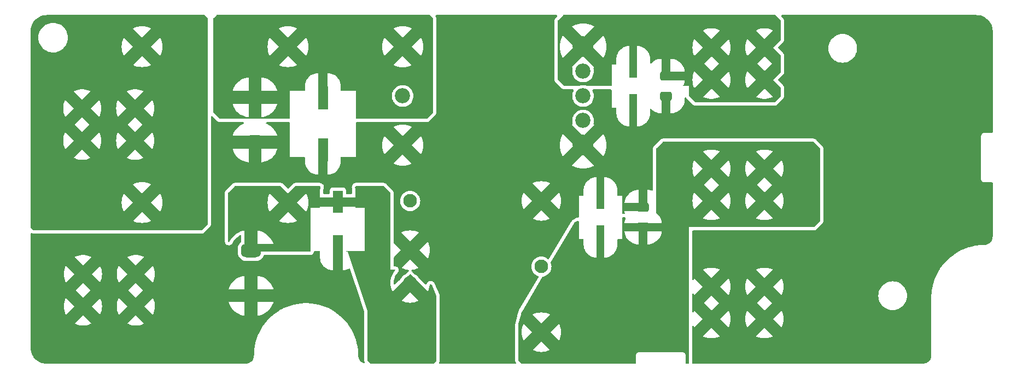
<source format=gbr>
%TF.GenerationSoftware,KiCad,Pcbnew,7.0.8*%
%TF.CreationDate,2024-04-29T16:46:21-06:00*%
%TF.ProjectId,GR-LRR-POWER-PCB-LOW-VOLTAGE,47522d4c-5252-42d5-904f-5745522d5043,rev?*%
%TF.SameCoordinates,Original*%
%TF.FileFunction,Copper,L1,Top*%
%TF.FilePolarity,Positive*%
%FSLAX46Y46*%
G04 Gerber Fmt 4.6, Leading zero omitted, Abs format (unit mm)*
G04 Created by KiCad (PCBNEW 7.0.8) date 2024-04-29 16:46:21*
%MOMM*%
%LPD*%
G01*
G04 APERTURE LIST*
G04 Aperture macros list*
%AMRoundRect*
0 Rectangle with rounded corners*
0 $1 Rounding radius*
0 $2 $3 $4 $5 $6 $7 $8 $9 X,Y pos of 4 corners*
0 Add a 4 corners polygon primitive as box body*
4,1,4,$2,$3,$4,$5,$6,$7,$8,$9,$2,$3,0*
0 Add four circle primitives for the rounded corners*
1,1,$1+$1,$2,$3*
1,1,$1+$1,$4,$5*
1,1,$1+$1,$6,$7*
1,1,$1+$1,$8,$9*
0 Add four rect primitives between the rounded corners*
20,1,$1+$1,$2,$3,$4,$5,0*
20,1,$1+$1,$4,$5,$6,$7,0*
20,1,$1+$1,$6,$7,$8,$9,0*
20,1,$1+$1,$8,$9,$2,$3,0*%
G04 Aperture macros list end*
%TA.AperFunction,SMDPad,CuDef*%
%ADD10R,1.193800X2.997200*%
%TD*%
%TA.AperFunction,ComponentPad*%
%ADD11C,2.100000*%
%TD*%
%TA.AperFunction,ComponentPad*%
%ADD12C,1.905000*%
%TD*%
%TA.AperFunction,SMDPad,CuDef*%
%ADD13R,1.498600X3.606800*%
%TD*%
%TA.AperFunction,SMDPad,CuDef*%
%ADD14RoundRect,0.250000X0.650000X-0.412500X0.650000X0.412500X-0.650000X0.412500X-0.650000X-0.412500X0*%
%TD*%
%TA.AperFunction,ComponentPad*%
%ADD15C,2.300000*%
%TD*%
%TA.AperFunction,SMDPad,CuDef*%
%ADD16RoundRect,0.850200X-0.709800X0.239800X-0.709800X-0.239800X0.709800X-0.239800X0.709800X0.239800X0*%
%TD*%
%TA.AperFunction,ComponentPad*%
%ADD17C,2.355000*%
%TD*%
%TA.AperFunction,ComponentPad*%
%ADD18C,3.195000*%
%TD*%
%TA.AperFunction,SMDPad,CuDef*%
%ADD19RoundRect,0.250000X-0.650000X0.412500X-0.650000X-0.412500X0.650000X-0.412500X0.650000X0.412500X0*%
%TD*%
%TA.AperFunction,SMDPad,CuDef*%
%ADD20R,1.498600X3.505200*%
%TD*%
G04 APERTURE END LIST*
D10*
%TO.P,C6,1*%
%TO.N,Net-(PS2-+VOUT)*%
X198262000Y-141433100D03*
%TO.P,C6,2*%
%TO.N,GND*%
X198262000Y-136022900D03*
%TD*%
D11*
%TO.P,PS2,1,+VIN*%
%TO.N,Net-(PS2-+VIN)*%
X168798000Y-148888000D03*
%TO.P,PS2,2,-VIN*%
%TO.N,GND*%
X168798000Y-143808000D03*
%TO.P,PS2,3,+VOUT*%
%TO.N,Net-(PS2-+VOUT)*%
X189118000Y-156508000D03*
%TO.P,PS2,4,OUTPUT_TRIM*%
%TO.N,unconnected-(PS2-OUTPUT_TRIM-Pad4)*%
X189118000Y-146348000D03*
%TO.P,PS2,5,-VOUT*%
%TO.N,GND*%
X189118000Y-136188000D03*
%TO.P,PS2,6,ON/OFF_CONTROL*%
%TO.N,unconnected-(PS2-ON{slash}OFF_CONTROL-Pad6)*%
X168798000Y-136188000D03*
%TD*%
D12*
%TO.P,J5,1_1,1_1*%
%TO.N,GND*%
X215462001Y-154476000D03*
%TO.P,J5,1_2,1_2*%
X223662000Y-154476000D03*
%TO.P,J5,2_1,2_1*%
X215462001Y-149476000D03*
%TO.P,J5,2_2,2_2*%
X223662000Y-149476000D03*
%TD*%
%TO.P,J3,1_1,1_1*%
%TO.N,Net-(PS1-+VOUT)*%
X215462001Y-117432000D03*
%TO.P,J3,1_2,1_2*%
X223662000Y-117432000D03*
%TO.P,J3,2_1,2_1*%
X215462001Y-112432000D03*
%TO.P,J3,2_2,2_2*%
X223662000Y-112432000D03*
%TD*%
D13*
%TO.P,C4,1*%
%TO.N,Net-(PS1-+VIN)*%
X155285200Y-120198700D03*
%TO.P,C4,2*%
%TO.N,GND*%
X155285200Y-128301300D03*
%TD*%
D10*
%TO.P,C5,1*%
%TO.N,Net-(PS1-+VOUT)*%
X203342000Y-115702900D03*
%TO.P,C5,2*%
%TO.N,GND*%
X203342000Y-121113100D03*
%TD*%
D14*
%TO.P,C2,1*%
%TO.N,Net-(PS2-+VOUT)*%
X204866000Y-140252000D03*
%TO.P,C2,2*%
%TO.N,GND*%
X204866000Y-137127000D03*
%TD*%
D15*
%TO.P,U1,1,1*%
%TO.N,BATT+*%
X127272000Y-112312000D03*
%TO.P,U1,2,2*%
%TO.N,Net-(PS1-+VIN)*%
X149872000Y-112312000D03*
%TD*%
%TO.P,U2,1,1*%
%TO.N,BATT+*%
X127272000Y-136442000D03*
%TO.P,U2,2,2*%
%TO.N,Net-(PS2-+VIN)*%
X149872000Y-136442000D03*
%TD*%
D16*
%TO.P,D1,A*%
%TO.N,GND*%
X144769600Y-127116100D03*
%TO.P,D1,C*%
%TO.N,Net-(PS1-+VIN)*%
X144769600Y-120146100D03*
%TD*%
D12*
%TO.P,J4,1_1,1_1*%
%TO.N,Net-(PS2-+VOUT)*%
X215462001Y-136188000D03*
%TO.P,J4,1_2,1_2*%
X223662000Y-136188000D03*
%TO.P,J4,2_1,2_1*%
X215462001Y-131188000D03*
%TO.P,J4,2_2,2_2*%
X223662000Y-131188000D03*
%TD*%
D17*
%TO.P,PS1,1,+VIN*%
%TO.N,Net-(PS1-+VIN)*%
X167641400Y-112312000D03*
%TO.P,PS1,2,ON/OFF_CONTROL*%
%TO.N,unconnected-(PS1-ON{slash}OFF_CONTROL-Pad2)*%
X167641400Y-119932000D03*
%TO.P,PS1,3,-VIN*%
%TO.N,GND*%
X167641400Y-127552000D03*
D18*
%TO.P,PS1,4,-VOUT*%
X195581400Y-127552000D03*
D17*
%TO.P,PS1,5,-SENSE*%
%TO.N,unconnected-(PS1--SENSE-Pad5)*%
X195581400Y-123742000D03*
%TO.P,PS1,6,OUTPUT_TRIM*%
%TO.N,unconnected-(PS1-OUTPUT_TRIM-Pad6)*%
X195581400Y-119932000D03*
%TO.P,PS1,7,+SENSE*%
%TO.N,unconnected-(PS1-+SENSE-Pad7)*%
X195581400Y-116122000D03*
D18*
%TO.P,PS1,8,+VOUT*%
%TO.N,Net-(PS1-+VOUT)*%
X195581400Y-112312000D03*
%TD*%
D16*
%TO.P,D2,A*%
%TO.N,GND*%
X144160000Y-150849000D03*
%TO.P,D2,C*%
%TO.N,Net-(PS2-+VIN)*%
X144160000Y-143879000D03*
%TD*%
D19*
%TO.P,C1,1*%
%TO.N,Net-(PS1-+VOUT)*%
X208422000Y-116845500D03*
%TO.P,C1,2*%
%TO.N,GND*%
X208422000Y-119970500D03*
%TD*%
D12*
%TO.P,J2,1_1,1_1*%
%TO.N,GND*%
X126324999Y-147516400D03*
%TO.P,J2,1_2,1_2*%
X118125000Y-147516400D03*
%TO.P,J2,2_1,2_1*%
X126324999Y-152516400D03*
%TO.P,J2,2_2,2_2*%
X118125000Y-152516400D03*
%TD*%
D20*
%TO.P,C3,1*%
%TO.N,Net-(PS2-+VIN)*%
X157596600Y-136353100D03*
%TO.P,C3,2*%
%TO.N,GND*%
X157596600Y-143160300D03*
%TD*%
D12*
%TO.P,J1,1_1,1_1*%
%TO.N,BATT+*%
X126223200Y-121867899D03*
%TO.P,J1,1_2,1_2*%
X118023201Y-121867899D03*
%TO.P,J1,2_1,2_1*%
X126223200Y-126867899D03*
%TO.P,J1,2_2,2_2*%
X118023201Y-126867899D03*
%TD*%
%TA.AperFunction,Conductor*%
%TO.N,BATT+*%
G36*
X136995977Y-107421985D02*
G01*
X137016619Y-107438619D01*
X137443481Y-107865481D01*
X137476966Y-107926804D01*
X137479800Y-107953162D01*
X137479800Y-139708638D01*
X137460115Y-139775677D01*
X137443481Y-139796319D01*
X136516119Y-140723681D01*
X136454796Y-140757166D01*
X136428438Y-140760000D01*
X110562962Y-140760000D01*
X110495923Y-140740315D01*
X110475281Y-140723681D01*
X110048419Y-140296819D01*
X110014934Y-140235496D01*
X110012100Y-140209138D01*
X110012100Y-139263370D01*
X125864840Y-139263370D01*
X125903114Y-139284523D01*
X126229987Y-139419918D01*
X126569949Y-139517859D01*
X126569958Y-139517861D01*
X126918748Y-139577123D01*
X126918760Y-139577125D01*
X127272000Y-139596962D01*
X127625239Y-139577125D01*
X127625251Y-139577123D01*
X127974041Y-139517861D01*
X127974050Y-139517859D01*
X128314012Y-139419918D01*
X128640885Y-139284523D01*
X128679157Y-139263371D01*
X128679157Y-139263370D01*
X127272000Y-137856213D01*
X125864840Y-139263370D01*
X110012100Y-139263370D01*
X110012100Y-136442000D01*
X124117037Y-136442000D01*
X124136874Y-136795239D01*
X124136876Y-136795251D01*
X124196138Y-137144041D01*
X124196140Y-137144050D01*
X124294081Y-137484012D01*
X124429472Y-137810877D01*
X124429473Y-137810879D01*
X124450628Y-137849157D01*
X125813881Y-136485906D01*
X126518172Y-136485906D01*
X126548616Y-136658567D01*
X126618059Y-136819553D01*
X126722756Y-136960185D01*
X126857062Y-137072882D01*
X127013739Y-137151568D01*
X127184338Y-137192000D01*
X127315684Y-137192000D01*
X127446139Y-137176752D01*
X127610891Y-137116787D01*
X127757373Y-137020445D01*
X127877688Y-136892918D01*
X127965350Y-136741082D01*
X128015634Y-136573123D01*
X128023271Y-136442000D01*
X128686213Y-136442000D01*
X130093370Y-137849157D01*
X130093371Y-137849157D01*
X130114523Y-137810885D01*
X130249918Y-137484012D01*
X130347859Y-137144050D01*
X130347861Y-137144041D01*
X130407123Y-136795251D01*
X130407125Y-136795239D01*
X130426962Y-136442000D01*
X130407125Y-136088760D01*
X130407123Y-136088748D01*
X130347861Y-135739958D01*
X130347859Y-135739949D01*
X130249918Y-135399987D01*
X130114523Y-135073114D01*
X130093370Y-135034840D01*
X128686213Y-136441999D01*
X128686213Y-136442000D01*
X128023271Y-136442000D01*
X128025828Y-136398094D01*
X127995384Y-136225433D01*
X127925941Y-136064447D01*
X127821244Y-135923815D01*
X127686938Y-135811118D01*
X127530261Y-135732432D01*
X127359662Y-135692000D01*
X127228316Y-135692000D01*
X127097861Y-135707248D01*
X126933109Y-135767213D01*
X126786627Y-135863555D01*
X126666312Y-135991082D01*
X126578650Y-136142918D01*
X126528366Y-136310877D01*
X126518172Y-136485906D01*
X125813881Y-136485906D01*
X125857786Y-136442001D01*
X125857786Y-136441999D01*
X124450628Y-135034841D01*
X124429478Y-135073109D01*
X124429477Y-135073112D01*
X124294081Y-135399987D01*
X124196140Y-135739949D01*
X124196138Y-135739958D01*
X124136876Y-136088748D01*
X124136874Y-136088760D01*
X124117037Y-136442000D01*
X110012100Y-136442000D01*
X110012100Y-133620628D01*
X125864841Y-133620628D01*
X127272000Y-135027786D01*
X128679158Y-133620628D01*
X128640879Y-133599473D01*
X128640877Y-133599472D01*
X128314012Y-133464081D01*
X127974050Y-133366140D01*
X127974041Y-133366138D01*
X127625251Y-133306876D01*
X127625239Y-133306874D01*
X127272000Y-133287037D01*
X126918760Y-133306874D01*
X126918748Y-133306876D01*
X126569958Y-133366138D01*
X126569949Y-133366140D01*
X126229987Y-133464081D01*
X125903112Y-133599477D01*
X125903109Y-133599478D01*
X125864841Y-133620628D01*
X110012100Y-133620628D01*
X110012100Y-129517605D01*
X116720531Y-129517605D01*
X116851786Y-129583523D01*
X116851787Y-129583524D01*
X117174981Y-129701157D01*
X117509634Y-129780471D01*
X117851243Y-129820398D01*
X117851244Y-129820399D01*
X118195158Y-129820399D01*
X118195158Y-129820398D01*
X118536766Y-129780471D01*
X118536768Y-129780471D01*
X118871420Y-129701157D01*
X119194614Y-129583524D01*
X119194615Y-129583523D01*
X119325869Y-129517605D01*
X124920530Y-129517605D01*
X125051785Y-129583523D01*
X125051786Y-129583524D01*
X125374980Y-129701157D01*
X125709633Y-129780471D01*
X126051242Y-129820398D01*
X126051243Y-129820399D01*
X126395157Y-129820399D01*
X126395157Y-129820398D01*
X126736765Y-129780471D01*
X126736767Y-129780471D01*
X127071419Y-129701157D01*
X127394613Y-129583524D01*
X127394614Y-129583523D01*
X127525868Y-129517605D01*
X127525868Y-129517604D01*
X126223200Y-128214937D01*
X124920530Y-129517604D01*
X124920530Y-129517605D01*
X119325869Y-129517605D01*
X119325869Y-129517604D01*
X118023201Y-128214937D01*
X116720531Y-129517604D01*
X116720531Y-129517605D01*
X110012100Y-129517605D01*
X110012100Y-126867902D01*
X115065697Y-126867902D01*
X115085695Y-127211244D01*
X115085696Y-127211255D01*
X115145414Y-127549937D01*
X115145417Y-127549947D01*
X115244056Y-127879426D01*
X115370803Y-128173257D01*
X115370804Y-128173258D01*
X116591350Y-126952712D01*
X117324701Y-126952712D01*
X117365296Y-127117410D01*
X117444125Y-127267606D01*
X117556608Y-127394574D01*
X117696208Y-127490932D01*
X117854811Y-127551083D01*
X117980951Y-127566399D01*
X118065451Y-127566399D01*
X118191591Y-127551083D01*
X118350194Y-127490932D01*
X118489794Y-127394574D01*
X118602277Y-127267606D01*
X118681106Y-127117410D01*
X118721701Y-126952712D01*
X118721701Y-126867900D01*
X119370239Y-126867900D01*
X120675597Y-128173258D01*
X120802345Y-127879426D01*
X120900984Y-127549947D01*
X120900987Y-127549937D01*
X120960705Y-127211255D01*
X120960706Y-127211244D01*
X120980705Y-126867902D01*
X123265696Y-126867902D01*
X123285694Y-127211244D01*
X123285695Y-127211255D01*
X123345413Y-127549937D01*
X123345416Y-127549947D01*
X123444055Y-127879426D01*
X123570802Y-128173257D01*
X123570803Y-128173258D01*
X124791349Y-126952712D01*
X125524700Y-126952712D01*
X125565295Y-127117410D01*
X125644124Y-127267606D01*
X125756607Y-127394574D01*
X125896207Y-127490932D01*
X126054810Y-127551083D01*
X126180950Y-127566399D01*
X126265450Y-127566399D01*
X126391590Y-127551083D01*
X126550193Y-127490932D01*
X126689793Y-127394574D01*
X126802276Y-127267606D01*
X126881105Y-127117410D01*
X126921700Y-126952712D01*
X126921700Y-126867900D01*
X127570238Y-126867900D01*
X128875596Y-128173258D01*
X129002344Y-127879426D01*
X129100983Y-127549947D01*
X129100986Y-127549937D01*
X129160704Y-127211255D01*
X129160705Y-127211244D01*
X129180704Y-126867902D01*
X129180704Y-126867895D01*
X129160705Y-126524553D01*
X129160704Y-126524542D01*
X129100986Y-126185860D01*
X129100983Y-126185850D01*
X129002344Y-125856371D01*
X128875596Y-125562538D01*
X127570238Y-126867898D01*
X127570238Y-126867900D01*
X126921700Y-126867900D01*
X126921700Y-126783086D01*
X126881105Y-126618388D01*
X126802276Y-126468192D01*
X126689793Y-126341224D01*
X126550193Y-126244866D01*
X126391590Y-126184715D01*
X126265450Y-126169399D01*
X126180950Y-126169399D01*
X126054810Y-126184715D01*
X125896207Y-126244866D01*
X125756607Y-126341224D01*
X125644124Y-126468192D01*
X125565295Y-126618388D01*
X125524700Y-126783086D01*
X125524700Y-126952712D01*
X124791349Y-126952712D01*
X124876162Y-126867899D01*
X124876162Y-126867898D01*
X123570802Y-125562539D01*
X123444055Y-125856371D01*
X123345416Y-126185850D01*
X123345413Y-126185860D01*
X123285695Y-126524542D01*
X123285694Y-126524553D01*
X123265696Y-126867895D01*
X123265696Y-126867902D01*
X120980705Y-126867902D01*
X120980705Y-126867895D01*
X120960706Y-126524553D01*
X120960705Y-126524542D01*
X120900987Y-126185860D01*
X120900984Y-126185850D01*
X120802345Y-125856371D01*
X120675597Y-125562538D01*
X119370239Y-126867898D01*
X119370239Y-126867900D01*
X118721701Y-126867900D01*
X118721701Y-126783086D01*
X118681106Y-126618388D01*
X118602277Y-126468192D01*
X118489794Y-126341224D01*
X118350194Y-126244866D01*
X118191591Y-126184715D01*
X118065451Y-126169399D01*
X117980951Y-126169399D01*
X117854811Y-126184715D01*
X117696208Y-126244866D01*
X117556608Y-126341224D01*
X117444125Y-126468192D01*
X117365296Y-126618388D01*
X117324701Y-126783086D01*
X117324701Y-126952712D01*
X116591350Y-126952712D01*
X116676163Y-126867899D01*
X116676163Y-126867898D01*
X115370803Y-125562539D01*
X115244056Y-125856371D01*
X115145417Y-126185850D01*
X115145414Y-126185860D01*
X115085696Y-126524542D01*
X115085695Y-126524553D01*
X115065697Y-126867895D01*
X115065697Y-126867902D01*
X110012100Y-126867902D01*
X110012100Y-124367899D01*
X116870239Y-124367899D01*
X118023201Y-125520861D01*
X119176163Y-124367899D01*
X125070238Y-124367899D01*
X126223200Y-125520861D01*
X127376162Y-124367899D01*
X126223200Y-123214937D01*
X125070238Y-124367899D01*
X119176163Y-124367899D01*
X118023201Y-123214937D01*
X116870239Y-124367899D01*
X110012100Y-124367899D01*
X110012100Y-121867902D01*
X115065697Y-121867902D01*
X115085695Y-122211244D01*
X115085696Y-122211255D01*
X115145414Y-122549937D01*
X115145417Y-122549947D01*
X115244056Y-122879426D01*
X115370803Y-123173257D01*
X115370804Y-123173258D01*
X116591350Y-121952712D01*
X117324701Y-121952712D01*
X117365296Y-122117410D01*
X117444125Y-122267606D01*
X117556608Y-122394574D01*
X117696208Y-122490932D01*
X117854811Y-122551083D01*
X117980951Y-122566399D01*
X118065451Y-122566399D01*
X118191591Y-122551083D01*
X118350194Y-122490932D01*
X118489794Y-122394574D01*
X118602277Y-122267606D01*
X118681106Y-122117410D01*
X118721701Y-121952712D01*
X118721701Y-121867900D01*
X119370239Y-121867900D01*
X120675597Y-123173258D01*
X120802345Y-122879426D01*
X120900984Y-122549947D01*
X120900987Y-122549937D01*
X120960705Y-122211255D01*
X120960706Y-122211244D01*
X120980705Y-121867902D01*
X123265696Y-121867902D01*
X123285694Y-122211244D01*
X123285695Y-122211255D01*
X123345413Y-122549937D01*
X123345416Y-122549947D01*
X123444055Y-122879426D01*
X123570802Y-123173257D01*
X123570803Y-123173258D01*
X124791349Y-121952712D01*
X125524700Y-121952712D01*
X125565295Y-122117410D01*
X125644124Y-122267606D01*
X125756607Y-122394574D01*
X125896207Y-122490932D01*
X126054810Y-122551083D01*
X126180950Y-122566399D01*
X126265450Y-122566399D01*
X126391590Y-122551083D01*
X126550193Y-122490932D01*
X126689793Y-122394574D01*
X126802276Y-122267606D01*
X126881105Y-122117410D01*
X126921700Y-121952712D01*
X126921700Y-121867900D01*
X127570238Y-121867900D01*
X128875596Y-123173258D01*
X129002344Y-122879426D01*
X129100983Y-122549947D01*
X129100986Y-122549937D01*
X129160704Y-122211255D01*
X129160705Y-122211244D01*
X129180704Y-121867902D01*
X129180704Y-121867895D01*
X129160705Y-121524553D01*
X129160704Y-121524542D01*
X129100986Y-121185860D01*
X129100983Y-121185850D01*
X129002344Y-120856371D01*
X128875596Y-120562538D01*
X127570238Y-121867898D01*
X127570238Y-121867900D01*
X126921700Y-121867900D01*
X126921700Y-121783086D01*
X126881105Y-121618388D01*
X126802276Y-121468192D01*
X126689793Y-121341224D01*
X126550193Y-121244866D01*
X126391590Y-121184715D01*
X126265450Y-121169399D01*
X126180950Y-121169399D01*
X126054810Y-121184715D01*
X125896207Y-121244866D01*
X125756607Y-121341224D01*
X125644124Y-121468192D01*
X125565295Y-121618388D01*
X125524700Y-121783086D01*
X125524700Y-121952712D01*
X124791349Y-121952712D01*
X124876162Y-121867899D01*
X124876162Y-121867898D01*
X123570802Y-120562539D01*
X123444055Y-120856371D01*
X123345416Y-121185850D01*
X123345413Y-121185860D01*
X123285695Y-121524542D01*
X123285694Y-121524553D01*
X123265696Y-121867895D01*
X123265696Y-121867902D01*
X120980705Y-121867902D01*
X120980705Y-121867895D01*
X120960706Y-121524553D01*
X120960705Y-121524542D01*
X120900987Y-121185860D01*
X120900984Y-121185850D01*
X120802345Y-120856371D01*
X120675597Y-120562538D01*
X119370239Y-121867898D01*
X119370239Y-121867900D01*
X118721701Y-121867900D01*
X118721701Y-121783086D01*
X118681106Y-121618388D01*
X118602277Y-121468192D01*
X118489794Y-121341224D01*
X118350194Y-121244866D01*
X118191591Y-121184715D01*
X118065451Y-121169399D01*
X117980951Y-121169399D01*
X117854811Y-121184715D01*
X117696208Y-121244866D01*
X117556608Y-121341224D01*
X117444125Y-121468192D01*
X117365296Y-121618388D01*
X117324701Y-121783086D01*
X117324701Y-121952712D01*
X116591350Y-121952712D01*
X116676163Y-121867899D01*
X116676163Y-121867898D01*
X115370803Y-120562539D01*
X115244056Y-120856371D01*
X115145417Y-121185850D01*
X115145414Y-121185860D01*
X115085696Y-121524542D01*
X115085695Y-121524553D01*
X115065697Y-121867895D01*
X115065697Y-121867902D01*
X110012100Y-121867902D01*
X110012100Y-119218192D01*
X116720532Y-119218192D01*
X118023201Y-120520861D01*
X118023202Y-120520861D01*
X119325868Y-119218192D01*
X124920531Y-119218192D01*
X126223200Y-120520861D01*
X126223201Y-120520861D01*
X127525867Y-119218192D01*
X127394603Y-119152269D01*
X127071419Y-119034640D01*
X126736766Y-118955326D01*
X126395157Y-118915399D01*
X126051243Y-118915399D01*
X125709634Y-118955326D01*
X125709632Y-118955326D01*
X125374980Y-119034640D01*
X125051792Y-119152271D01*
X124920531Y-119218192D01*
X119325868Y-119218192D01*
X119194604Y-119152269D01*
X118871420Y-119034640D01*
X118536767Y-118955326D01*
X118195158Y-118915399D01*
X117851244Y-118915399D01*
X117509635Y-118955326D01*
X117509633Y-118955326D01*
X117174981Y-119034640D01*
X116851793Y-119152271D01*
X116720532Y-119218192D01*
X110012100Y-119218192D01*
X110012100Y-115133370D01*
X125864840Y-115133370D01*
X125903114Y-115154523D01*
X126229987Y-115289918D01*
X126569949Y-115387859D01*
X126569958Y-115387861D01*
X126918748Y-115447123D01*
X126918760Y-115447125D01*
X127272000Y-115466962D01*
X127625239Y-115447125D01*
X127625251Y-115447123D01*
X127974041Y-115387861D01*
X127974050Y-115387859D01*
X128314012Y-115289918D01*
X128640885Y-115154523D01*
X128679157Y-115133371D01*
X128679157Y-115133370D01*
X127272000Y-113726213D01*
X125864840Y-115133370D01*
X110012100Y-115133370D01*
X110012100Y-110901800D01*
X111222188Y-110901800D01*
X111241774Y-111200626D01*
X111241775Y-111200638D01*
X111300196Y-111494335D01*
X111300201Y-111494355D01*
X111396455Y-111777912D01*
X111396459Y-111777922D01*
X111528911Y-112046507D01*
X111695288Y-112295507D01*
X111892740Y-112520659D01*
X112057603Y-112665239D01*
X112117894Y-112718113D01*
X112184950Y-112762918D01*
X112366892Y-112884488D01*
X112635477Y-113016940D01*
X112635487Y-113016944D01*
X112919044Y-113113198D01*
X112919048Y-113113199D01*
X112919057Y-113113202D01*
X113117609Y-113152696D01*
X113212761Y-113171624D01*
X113212762Y-113171624D01*
X113212772Y-113171626D01*
X113511600Y-113191212D01*
X113810428Y-113171626D01*
X114104143Y-113113202D01*
X114254980Y-113062000D01*
X114387712Y-113016944D01*
X114387722Y-113016940D01*
X114448866Y-112986787D01*
X114656306Y-112884489D01*
X114905306Y-112718113D01*
X115130459Y-112520659D01*
X115313448Y-112312000D01*
X124117037Y-112312000D01*
X124136874Y-112665239D01*
X124136876Y-112665251D01*
X124196138Y-113014041D01*
X124196140Y-113014050D01*
X124294081Y-113354012D01*
X124429472Y-113680877D01*
X124429473Y-113680879D01*
X124450628Y-113719157D01*
X125813881Y-112355906D01*
X126518172Y-112355906D01*
X126548616Y-112528567D01*
X126618059Y-112689553D01*
X126722756Y-112830185D01*
X126857062Y-112942882D01*
X127013739Y-113021568D01*
X127184338Y-113062000D01*
X127315684Y-113062000D01*
X127446139Y-113046752D01*
X127610891Y-112986787D01*
X127757373Y-112890445D01*
X127877688Y-112762918D01*
X127965350Y-112611082D01*
X128015634Y-112443123D01*
X128023271Y-112312000D01*
X128686213Y-112312000D01*
X130093370Y-113719157D01*
X130093371Y-113719157D01*
X130114523Y-113680885D01*
X130249918Y-113354012D01*
X130347859Y-113014050D01*
X130347861Y-113014041D01*
X130407123Y-112665251D01*
X130407125Y-112665239D01*
X130426962Y-112312000D01*
X130407125Y-111958760D01*
X130407123Y-111958748D01*
X130347861Y-111609958D01*
X130347859Y-111609949D01*
X130249918Y-111269987D01*
X130114523Y-110943114D01*
X130093370Y-110904840D01*
X128686213Y-112311999D01*
X128686213Y-112312000D01*
X128023271Y-112312000D01*
X128025828Y-112268094D01*
X127995384Y-112095433D01*
X127925941Y-111934447D01*
X127821244Y-111793815D01*
X127686938Y-111681118D01*
X127530261Y-111602432D01*
X127359662Y-111562000D01*
X127228316Y-111562000D01*
X127097861Y-111577248D01*
X126933109Y-111637213D01*
X126786627Y-111733555D01*
X126666312Y-111861082D01*
X126578650Y-112012918D01*
X126528366Y-112180877D01*
X126518172Y-112355906D01*
X125813881Y-112355906D01*
X125857786Y-112312001D01*
X125857786Y-112311999D01*
X124450628Y-110904841D01*
X124429478Y-110943109D01*
X124429477Y-110943112D01*
X124294081Y-111269987D01*
X124196140Y-111609949D01*
X124196138Y-111609958D01*
X124136876Y-111958748D01*
X124136874Y-111958760D01*
X124117037Y-112312000D01*
X115313448Y-112312000D01*
X115327913Y-112295506D01*
X115494289Y-112046506D01*
X115626741Y-111777920D01*
X115674505Y-111637213D01*
X115722998Y-111494355D01*
X115722998Y-111494354D01*
X115723002Y-111494343D01*
X115781426Y-111200628D01*
X115801012Y-110901800D01*
X115781426Y-110602972D01*
X115723002Y-110309257D01*
X115644086Y-110076776D01*
X115626744Y-110025687D01*
X115626740Y-110025677D01*
X115494288Y-109757092D01*
X115389669Y-109600519D01*
X115327913Y-109508094D01*
X115312596Y-109490628D01*
X125864841Y-109490628D01*
X127272000Y-110897786D01*
X128679158Y-109490628D01*
X128640879Y-109469473D01*
X128640877Y-109469472D01*
X128314012Y-109334081D01*
X127974050Y-109236140D01*
X127974041Y-109236138D01*
X127625251Y-109176876D01*
X127625239Y-109176874D01*
X127272000Y-109157037D01*
X126918760Y-109176874D01*
X126918748Y-109176876D01*
X126569958Y-109236138D01*
X126569949Y-109236140D01*
X126229987Y-109334081D01*
X125903112Y-109469477D01*
X125903109Y-109469478D01*
X125864841Y-109490628D01*
X115312596Y-109490628D01*
X115175308Y-109334081D01*
X115130459Y-109282940D01*
X114905307Y-109085488D01*
X114656307Y-108919111D01*
X114387722Y-108786659D01*
X114387712Y-108786655D01*
X114104155Y-108690401D01*
X114104135Y-108690396D01*
X113810438Y-108631975D01*
X113810429Y-108631974D01*
X113810428Y-108631974D01*
X113511600Y-108612388D01*
X113212772Y-108631974D01*
X113212771Y-108631974D01*
X113212761Y-108631975D01*
X112919064Y-108690396D01*
X112919044Y-108690401D01*
X112635487Y-108786655D01*
X112635477Y-108786659D01*
X112366892Y-108919111D01*
X112117892Y-109085488D01*
X111892740Y-109282940D01*
X111695288Y-109508092D01*
X111528911Y-109757092D01*
X111396459Y-110025677D01*
X111396455Y-110025687D01*
X111300201Y-110309244D01*
X111300196Y-110309264D01*
X111241775Y-110602961D01*
X111241774Y-110602973D01*
X111222188Y-110901800D01*
X110012100Y-110901800D01*
X110012100Y-109903677D01*
X110012213Y-109899933D01*
X110014760Y-109857815D01*
X110030097Y-109604258D01*
X110031001Y-109596826D01*
X110084056Y-109307316D01*
X110085846Y-109300050D01*
X110173416Y-109019030D01*
X110176065Y-109012048D01*
X110277504Y-108786659D01*
X110296868Y-108743634D01*
X110300345Y-108737011D01*
X110363842Y-108631975D01*
X110452612Y-108485130D01*
X110456852Y-108478986D01*
X110638393Y-108247265D01*
X110643337Y-108241684D01*
X110851484Y-108033537D01*
X110857065Y-108028593D01*
X111088786Y-107847052D01*
X111094934Y-107842810D01*
X111346815Y-107690542D01*
X111353434Y-107687068D01*
X111621848Y-107566265D01*
X111628830Y-107563616D01*
X111909850Y-107476046D01*
X111917116Y-107474256D01*
X112206626Y-107421201D01*
X112214058Y-107420297D01*
X112439172Y-107406680D01*
X112509734Y-107402413D01*
X112513478Y-107402300D01*
X136928938Y-107402300D01*
X136995977Y-107421985D01*
G37*
%TD.AperFunction*%
%TD*%
%TA.AperFunction,Conductor*%
%TO.N,GND*%
G36*
X191540493Y-107421985D02*
G01*
X191586248Y-107474789D01*
X191596192Y-107543947D01*
X191567167Y-107607503D01*
X191561141Y-107613974D01*
X191361075Y-107814040D01*
X191327296Y-107847819D01*
X191309209Y-107867956D01*
X191309209Y-107867955D01*
X191284080Y-107899139D01*
X191252433Y-107943025D01*
X191192663Y-108073899D01*
X191172978Y-108140937D01*
X191172976Y-108140942D01*
X191152500Y-108283363D01*
X191152500Y-117370173D01*
X191153950Y-117397227D01*
X191153950Y-117397228D01*
X191158231Y-117437036D01*
X191166885Y-117490445D01*
X191166885Y-117490447D01*
X191217166Y-117625252D01*
X191217168Y-117625257D01*
X191250653Y-117686580D01*
X191336877Y-117801761D01*
X191336881Y-117801765D01*
X191336886Y-117801771D01*
X192273819Y-118738704D01*
X192273820Y-118738704D01*
X192293956Y-118756791D01*
X192293955Y-118756791D01*
X192325139Y-118781920D01*
X192325142Y-118781922D01*
X192369026Y-118813567D01*
X192499903Y-118873338D01*
X192542675Y-118885897D01*
X192566937Y-118893022D01*
X192566942Y-118893023D01*
X192566946Y-118893024D01*
X192709362Y-118913500D01*
X194017070Y-118913500D01*
X194084109Y-118933185D01*
X194129864Y-118985989D01*
X194139808Y-119055147D01*
X194124457Y-119099500D01*
X194065335Y-119201901D01*
X193973455Y-119436008D01*
X193973449Y-119436027D01*
X193917488Y-119681210D01*
X193917487Y-119681215D01*
X193898695Y-119931995D01*
X193898695Y-119932004D01*
X193917487Y-120182784D01*
X193917488Y-120182789D01*
X193973449Y-120427972D01*
X193973451Y-120427981D01*
X193973453Y-120427986D01*
X194065335Y-120662098D01*
X194191084Y-120879901D01*
X194317735Y-121038717D01*
X194347893Y-121076534D01*
X194456117Y-121176950D01*
X194532251Y-121247592D01*
X194740048Y-121389265D01*
X194966639Y-121498386D01*
X195206963Y-121572516D01*
X195455651Y-121610000D01*
X195455652Y-121610000D01*
X195707148Y-121610000D01*
X195707149Y-121610000D01*
X195955837Y-121572516D01*
X196196161Y-121498386D01*
X196422753Y-121389265D01*
X196630549Y-121247592D01*
X196814910Y-121076530D01*
X196971716Y-120879901D01*
X197097465Y-120662098D01*
X197189347Y-120427986D01*
X197245311Y-120182794D01*
X197246625Y-120165257D01*
X197264105Y-119932004D01*
X197264105Y-119931995D01*
X197245312Y-119681215D01*
X197245311Y-119681210D01*
X197245311Y-119681206D01*
X197189347Y-119436014D01*
X197097465Y-119201902D01*
X197038343Y-119099500D01*
X197021870Y-119031600D01*
X197044722Y-118965573D01*
X197099644Y-118922383D01*
X197145730Y-118913500D01*
X199865200Y-118913500D01*
X199932239Y-118933185D01*
X199977994Y-118985989D01*
X199989200Y-119037500D01*
X199989200Y-121760800D01*
X200621100Y-121760800D01*
X200688139Y-121780485D01*
X200733894Y-121833289D01*
X200745100Y-121884800D01*
X200745100Y-122683134D01*
X200760400Y-122897062D01*
X200821209Y-123176595D01*
X200921191Y-123444658D01*
X201058291Y-123695738D01*
X201058292Y-123695739D01*
X201229739Y-123924765D01*
X201229749Y-123924777D01*
X201432022Y-124127050D01*
X201432034Y-124127060D01*
X201661060Y-124298507D01*
X201661061Y-124298508D01*
X201912142Y-124435608D01*
X201912141Y-124435608D01*
X202180204Y-124535590D01*
X202459737Y-124596399D01*
X202673666Y-124611700D01*
X202745100Y-124611700D01*
X202745100Y-120640200D01*
X202764785Y-120573161D01*
X202817589Y-120527406D01*
X202869100Y-120516200D01*
X203814900Y-120516200D01*
X203881939Y-120535885D01*
X203927694Y-120588689D01*
X203938900Y-120640200D01*
X203938900Y-124611700D01*
X204010334Y-124611700D01*
X204224262Y-124596399D01*
X204503795Y-124535590D01*
X204771858Y-124435608D01*
X205022938Y-124298508D01*
X205022939Y-124298507D01*
X205251965Y-124127060D01*
X205251977Y-124127050D01*
X205454250Y-123924777D01*
X205454260Y-123924765D01*
X205625707Y-123695739D01*
X205625708Y-123695738D01*
X205762808Y-123444658D01*
X205862790Y-123176595D01*
X205923599Y-122897062D01*
X205938900Y-122683134D01*
X205938900Y-122034930D01*
X205958585Y-121967891D01*
X206011389Y-121922136D01*
X206080547Y-121912192D01*
X206144103Y-121941217D01*
X206156243Y-121953302D01*
X206177449Y-121977551D01*
X206404211Y-122175858D01*
X206655376Y-122342168D01*
X206655381Y-122342171D01*
X206926467Y-122473516D01*
X206926479Y-122473521D01*
X207212644Y-122567561D01*
X207212655Y-122567563D01*
X207508824Y-122622626D01*
X207685992Y-122633000D01*
X207759499Y-122632998D01*
X207759500Y-122632998D01*
X207759500Y-119432000D01*
X207779185Y-119364961D01*
X207831989Y-119319206D01*
X207883500Y-119308000D01*
X208960500Y-119308000D01*
X209027539Y-119327685D01*
X209073294Y-119380489D01*
X209084500Y-119432000D01*
X209084500Y-122632999D01*
X209158006Y-122632999D01*
X209335175Y-122622626D01*
X209631344Y-122567563D01*
X209631355Y-122567561D01*
X209917520Y-122473521D01*
X209917532Y-122473516D01*
X210188618Y-122342171D01*
X210188623Y-122342168D01*
X210439788Y-122175858D01*
X210666551Y-121977551D01*
X210864858Y-121750788D01*
X211031168Y-121499623D01*
X211031171Y-121499618D01*
X211162516Y-121228532D01*
X211162521Y-121228520D01*
X211256561Y-120942355D01*
X211256563Y-120942344D01*
X211311626Y-120646175D01*
X211322000Y-120469008D01*
X211321999Y-120257033D01*
X211341683Y-120189993D01*
X211394487Y-120144238D01*
X211463645Y-120134294D01*
X211527201Y-120163319D01*
X211554831Y-120197605D01*
X211570649Y-120226574D01*
X211570650Y-120226575D01*
X211570653Y-120226580D01*
X211656877Y-120341761D01*
X211656880Y-120341764D01*
X211754264Y-120439148D01*
X212593819Y-121278704D01*
X212593820Y-121278704D01*
X212613956Y-121296791D01*
X212613955Y-121296791D01*
X212645139Y-121321920D01*
X212645142Y-121321922D01*
X212689026Y-121353567D01*
X212819903Y-121413338D01*
X212862675Y-121425897D01*
X212886937Y-121433022D01*
X212886942Y-121433023D01*
X212886946Y-121433024D01*
X213029362Y-121453500D01*
X213029365Y-121453500D01*
X225164173Y-121453500D01*
X225164177Y-121453500D01*
X225191216Y-121452051D01*
X225191223Y-121452050D01*
X225191227Y-121452050D01*
X225191228Y-121452050D01*
X225231036Y-121447769D01*
X225284448Y-121439114D01*
X225419257Y-121388832D01*
X225480580Y-121355347D01*
X225595761Y-121269123D01*
X226532697Y-120332188D01*
X226532697Y-120332187D01*
X226532704Y-120332181D01*
X226532704Y-120332180D01*
X226550791Y-120312044D01*
X226550791Y-120312045D01*
X226575920Y-120280861D01*
X226593102Y-120257033D01*
X226607567Y-120236974D01*
X226667338Y-120106097D01*
X226687023Y-120039058D01*
X226687024Y-120039054D01*
X226707500Y-119896638D01*
X226707500Y-118624962D01*
X226707499Y-118624945D01*
X226701388Y-118568110D01*
X226695948Y-118517510D01*
X226695946Y-118517506D01*
X226695946Y-118517503D01*
X226645667Y-118382702D01*
X226616792Y-118344130D01*
X226559442Y-118267520D01*
X226559437Y-118267515D01*
X226559432Y-118267509D01*
X225811603Y-117519680D01*
X225778118Y-117458357D01*
X225783102Y-117388665D01*
X225811601Y-117344320D01*
X226559442Y-116596480D01*
X226627254Y-116512332D01*
X226687024Y-116381454D01*
X226707500Y-116239038D01*
X226707500Y-113624962D01*
X226707499Y-113624945D01*
X226701570Y-113569805D01*
X226695948Y-113517510D01*
X226695946Y-113517506D01*
X226695946Y-113517503D01*
X226645667Y-113382702D01*
X226617441Y-113344997D01*
X226559442Y-113267520D01*
X226559437Y-113267515D01*
X226559432Y-113267509D01*
X225856576Y-112564653D01*
X233557900Y-112564653D01*
X233560580Y-112605550D01*
X233576890Y-112854387D01*
X233576892Y-112854399D01*
X233633534Y-113139159D01*
X233633538Y-113139174D01*
X233726870Y-113414119D01*
X233855288Y-113674526D01*
X234016606Y-113915954D01*
X234208050Y-114134255D01*
X234229579Y-114153135D01*
X234426353Y-114325701D01*
X234603400Y-114444000D01*
X234667779Y-114487017D01*
X234801787Y-114553102D01*
X234928190Y-114615437D01*
X235203139Y-114708770D01*
X235487917Y-114765416D01*
X235777653Y-114784406D01*
X236067389Y-114765416D01*
X236352167Y-114708770D01*
X236627116Y-114615437D01*
X236887530Y-114487015D01*
X237128953Y-114325701D01*
X237347255Y-114134255D01*
X237538701Y-113915953D01*
X237700015Y-113674530D01*
X237828437Y-113414116D01*
X237921770Y-113139167D01*
X237978416Y-112854389D01*
X237997406Y-112564653D01*
X237978416Y-112274917D01*
X237921770Y-111990139D01*
X237828437Y-111715190D01*
X237769897Y-111596483D01*
X237700020Y-111454786D01*
X237700011Y-111454771D01*
X237642765Y-111369096D01*
X237538701Y-111213353D01*
X237460936Y-111124679D01*
X237347255Y-110995050D01*
X237128954Y-110803606D01*
X236887526Y-110642288D01*
X236627119Y-110513870D01*
X236352174Y-110420538D01*
X236352168Y-110420536D01*
X236352167Y-110420536D01*
X236352165Y-110420535D01*
X236352159Y-110420534D01*
X236067399Y-110363892D01*
X236067389Y-110363890D01*
X235777653Y-110344900D01*
X235487917Y-110363890D01*
X235487911Y-110363891D01*
X235487906Y-110363892D01*
X235203146Y-110420534D01*
X235203131Y-110420538D01*
X234928186Y-110513870D01*
X234667786Y-110642285D01*
X234667771Y-110642294D01*
X234426351Y-110803606D01*
X234208050Y-110995050D01*
X234016606Y-111213351D01*
X233855294Y-111454771D01*
X233855285Y-111454786D01*
X233726870Y-111715186D01*
X233633538Y-111990131D01*
X233633534Y-111990146D01*
X233577277Y-112272970D01*
X233576890Y-112274917D01*
X233557900Y-112564653D01*
X225856576Y-112564653D01*
X225811603Y-112519680D01*
X225778118Y-112458357D01*
X225783102Y-112388665D01*
X225811601Y-112344320D01*
X226559442Y-111596480D01*
X226627254Y-111512332D01*
X226687024Y-111381454D01*
X226707500Y-111239038D01*
X226707500Y-108269823D01*
X226706051Y-108242784D01*
X226701769Y-108202964D01*
X226693114Y-108149552D01*
X226642832Y-108014743D01*
X226609347Y-107953420D01*
X226523123Y-107838239D01*
X226523117Y-107838233D01*
X226523113Y-107838228D01*
X226298866Y-107613981D01*
X226265381Y-107552658D01*
X226270365Y-107482966D01*
X226312237Y-107427033D01*
X226377701Y-107402616D01*
X226386547Y-107402300D01*
X256445708Y-107402300D01*
X256509722Y-107402300D01*
X256513466Y-107402413D01*
X256592942Y-107407220D01*
X256809139Y-107420297D01*
X256816573Y-107421201D01*
X257106083Y-107474256D01*
X257113353Y-107476047D01*
X257394364Y-107563614D01*
X257401351Y-107566265D01*
X257527899Y-107623219D01*
X257669758Y-107687065D01*
X257676388Y-107690545D01*
X257928265Y-107842810D01*
X257934421Y-107847057D01*
X258148456Y-108014743D01*
X258166123Y-108028584D01*
X258171723Y-108033545D01*
X258379853Y-108241675D01*
X258384814Y-108247275D01*
X258566339Y-108478975D01*
X258570589Y-108485134D01*
X258722854Y-108737011D01*
X258726337Y-108743646D01*
X258847134Y-109012048D01*
X258849788Y-109019044D01*
X258859504Y-109050222D01*
X258937350Y-109300040D01*
X258939143Y-109307316D01*
X258992198Y-109596826D01*
X258993102Y-109604265D01*
X259010987Y-109899932D01*
X259011100Y-109903677D01*
X259011100Y-125514785D01*
X258991415Y-125581824D01*
X258938611Y-125627579D01*
X258887100Y-125638785D01*
X257788784Y-125638785D01*
X257644862Y-125638785D01*
X257644859Y-125638785D01*
X257644857Y-125638786D01*
X257618665Y-125646475D01*
X257601391Y-125650233D01*
X257574367Y-125654119D01*
X257574364Y-125654120D01*
X257549533Y-125665460D01*
X257532964Y-125671640D01*
X257519994Y-125675448D01*
X257506770Y-125679332D01*
X257506768Y-125679332D01*
X257506768Y-125679333D01*
X257483805Y-125694090D01*
X257468284Y-125702565D01*
X257443451Y-125713906D01*
X257443448Y-125713908D01*
X257422823Y-125731780D01*
X257408663Y-125742380D01*
X257385699Y-125757138D01*
X257385694Y-125757142D01*
X257367816Y-125777774D01*
X257355312Y-125790278D01*
X257334680Y-125808156D01*
X257334676Y-125808161D01*
X257319918Y-125831125D01*
X257309318Y-125845285D01*
X257291446Y-125865910D01*
X257291444Y-125865913D01*
X257280103Y-125890746D01*
X257271628Y-125906267D01*
X257256871Y-125929230D01*
X257249178Y-125955426D01*
X257242998Y-125971995D01*
X257231658Y-125996826D01*
X257231657Y-125996829D01*
X257227771Y-126023853D01*
X257224013Y-126041127D01*
X257216324Y-126067319D01*
X257216323Y-126067327D01*
X257216323Y-132869384D01*
X257224013Y-132895575D01*
X257227770Y-132912844D01*
X257231658Y-132939878D01*
X257242996Y-132964704D01*
X257249178Y-132981279D01*
X257256869Y-133007472D01*
X257256870Y-133007474D01*
X257271629Y-133030440D01*
X257280105Y-133045962D01*
X257291446Y-133070794D01*
X257303260Y-133084428D01*
X257309319Y-133091421D01*
X257319918Y-133105581D01*
X257334676Y-133128544D01*
X257334680Y-133128549D01*
X257355311Y-133146427D01*
X257367815Y-133158931D01*
X257385694Y-133179563D01*
X257385695Y-133179564D01*
X257408667Y-133194326D01*
X257422819Y-133204921D01*
X257443450Y-133222798D01*
X257466722Y-133233426D01*
X257468274Y-133234135D01*
X257483801Y-133242613D01*
X257506770Y-133257374D01*
X257532959Y-133265064D01*
X257549536Y-133271247D01*
X257574361Y-133282584D01*
X257574362Y-133282584D01*
X257574366Y-133282586D01*
X257601387Y-133286471D01*
X257618669Y-133290230D01*
X257644862Y-133297921D01*
X257681024Y-133297921D01*
X258887100Y-133297921D01*
X258954139Y-133317606D01*
X258999894Y-133370410D01*
X259011100Y-133421921D01*
X259011100Y-141603110D01*
X259011094Y-141603199D01*
X259011099Y-141670662D01*
X259010908Y-141675529D01*
X258995399Y-141872767D01*
X258992357Y-141891987D01*
X258947886Y-142077269D01*
X258941873Y-142095777D01*
X258868966Y-142271811D01*
X258860132Y-142289150D01*
X258760582Y-142451609D01*
X258749144Y-142467353D01*
X258625400Y-142612240D01*
X258611640Y-142626000D01*
X258466753Y-142749744D01*
X258451009Y-142761182D01*
X258288550Y-142860732D01*
X258271211Y-142869566D01*
X258095177Y-142942473D01*
X258076669Y-142948485D01*
X257891388Y-142992956D01*
X257872173Y-142995999D01*
X257784462Y-143002895D01*
X257674927Y-143011507D01*
X257670063Y-143011698D01*
X257617220Y-143011695D01*
X257606601Y-143011695D01*
X257606600Y-143011695D01*
X257602755Y-143011695D01*
X257602658Y-143011701D01*
X257393930Y-143011704D01*
X257393659Y-143011705D01*
X256996324Y-143038890D01*
X256837388Y-143049764D01*
X256837387Y-143049764D01*
X256663853Y-143073618D01*
X256285015Y-143125695D01*
X255739109Y-143239144D01*
X255739104Y-143239145D01*
X255739101Y-143239146D01*
X255360786Y-143345150D01*
X255202217Y-143389581D01*
X254676843Y-143576306D01*
X254598779Y-143610215D01*
X254165440Y-143798445D01*
X253670376Y-144054970D01*
X253670377Y-144054970D01*
X253437779Y-144196418D01*
X253193984Y-144344675D01*
X253193980Y-144344677D01*
X253193978Y-144344679D01*
X252738471Y-144666214D01*
X252305960Y-145018089D01*
X252305961Y-145018088D01*
X251898464Y-145398664D01*
X251517888Y-145806161D01*
X251517889Y-145806160D01*
X251166014Y-146238671D01*
X250870489Y-146657331D01*
X250844475Y-146694184D01*
X250753613Y-146843598D01*
X250575664Y-147136220D01*
X250554770Y-147170577D01*
X250554770Y-147170576D01*
X250298245Y-147665640D01*
X250228080Y-147827172D01*
X250078888Y-148170640D01*
X250076105Y-148177046D01*
X249889381Y-148702417D01*
X249805512Y-149001737D01*
X249738944Y-149239309D01*
X249625495Y-149785215D01*
X249595188Y-150005690D01*
X249557392Y-150280646D01*
X249549564Y-150337590D01*
X249514154Y-150855153D01*
X249511505Y-150893864D01*
X249511500Y-151136849D01*
X249511500Y-151172643D01*
X249511499Y-151248522D01*
X249511500Y-151248535D01*
X249511500Y-159992710D01*
X249511494Y-159992799D01*
X249511499Y-160060262D01*
X249511308Y-160065129D01*
X249495799Y-160262367D01*
X249492757Y-160281587D01*
X249448286Y-160466869D01*
X249442273Y-160485377D01*
X249369366Y-160661411D01*
X249360532Y-160678750D01*
X249260982Y-160841209D01*
X249249544Y-160856953D01*
X249125800Y-161001840D01*
X249112040Y-161015600D01*
X248967153Y-161139344D01*
X248951409Y-161150782D01*
X248788950Y-161250332D01*
X248771611Y-161259166D01*
X248595577Y-161332073D01*
X248577069Y-161338086D01*
X248391787Y-161382557D01*
X248372567Y-161385599D01*
X248175329Y-161401108D01*
X248170462Y-161401299D01*
X248103084Y-161401294D01*
X248102996Y-161401300D01*
X212607500Y-161401300D01*
X212540461Y-161381615D01*
X212494706Y-161328811D01*
X212483500Y-161277300D01*
X212483500Y-157125706D01*
X214159331Y-157125706D01*
X214290586Y-157191624D01*
X214290587Y-157191625D01*
X214613781Y-157309258D01*
X214948434Y-157388572D01*
X215290043Y-157428499D01*
X215290044Y-157428500D01*
X215633958Y-157428500D01*
X215633958Y-157428499D01*
X215975566Y-157388572D01*
X215975568Y-157388572D01*
X216310220Y-157309258D01*
X216633414Y-157191625D01*
X216633415Y-157191624D01*
X216764669Y-157125706D01*
X222359330Y-157125706D01*
X222490585Y-157191624D01*
X222490586Y-157191625D01*
X222813780Y-157309258D01*
X223148433Y-157388572D01*
X223490042Y-157428499D01*
X223490043Y-157428500D01*
X223833957Y-157428500D01*
X223833957Y-157428499D01*
X224175565Y-157388572D01*
X224175567Y-157388572D01*
X224510219Y-157309258D01*
X224833413Y-157191625D01*
X224833414Y-157191624D01*
X224964668Y-157125706D01*
X224964668Y-157125705D01*
X223662000Y-155823038D01*
X222359330Y-157125705D01*
X222359330Y-157125706D01*
X216764669Y-157125706D01*
X216764669Y-157125705D01*
X215462001Y-155823038D01*
X214159331Y-157125705D01*
X214159331Y-157125706D01*
X212483500Y-157125706D01*
X212483500Y-155625899D01*
X212503185Y-155558860D01*
X212555989Y-155513105D01*
X212625147Y-155503161D01*
X212688703Y-155532186D01*
X212721359Y-155576785D01*
X212809603Y-155781358D01*
X212809604Y-155781359D01*
X214030150Y-154560813D01*
X214763501Y-154560813D01*
X214804096Y-154725511D01*
X214882925Y-154875707D01*
X214995408Y-155002675D01*
X215135008Y-155099033D01*
X215293611Y-155159184D01*
X215419751Y-155174500D01*
X215504251Y-155174500D01*
X215630391Y-155159184D01*
X215788994Y-155099033D01*
X215928594Y-155002675D01*
X216041077Y-154875707D01*
X216119906Y-154725511D01*
X216160501Y-154560813D01*
X216160501Y-154476001D01*
X216809039Y-154476001D01*
X218114397Y-155781359D01*
X218241145Y-155487527D01*
X218339784Y-155158048D01*
X218339787Y-155158038D01*
X218399505Y-154819356D01*
X218399506Y-154819345D01*
X218419505Y-154476003D01*
X220704496Y-154476003D01*
X220724494Y-154819345D01*
X220724495Y-154819356D01*
X220784213Y-155158038D01*
X220784216Y-155158048D01*
X220882855Y-155487527D01*
X221009602Y-155781358D01*
X221009603Y-155781359D01*
X222230149Y-154560813D01*
X222963500Y-154560813D01*
X223004095Y-154725511D01*
X223082924Y-154875707D01*
X223195407Y-155002675D01*
X223335007Y-155099033D01*
X223493610Y-155159184D01*
X223619750Y-155174500D01*
X223704250Y-155174500D01*
X223830390Y-155159184D01*
X223988993Y-155099033D01*
X224128593Y-155002675D01*
X224241076Y-154875707D01*
X224319905Y-154725511D01*
X224360500Y-154560813D01*
X224360500Y-154476001D01*
X225009038Y-154476001D01*
X226314396Y-155781359D01*
X226441144Y-155487527D01*
X226539783Y-155158048D01*
X226539786Y-155158038D01*
X226599504Y-154819356D01*
X226599505Y-154819345D01*
X226619504Y-154476003D01*
X226619504Y-154475996D01*
X226599505Y-154132654D01*
X226599504Y-154132643D01*
X226539786Y-153793961D01*
X226539783Y-153793951D01*
X226441144Y-153464472D01*
X226314396Y-153170639D01*
X225009038Y-154475999D01*
X225009038Y-154476001D01*
X224360500Y-154476001D01*
X224360500Y-154391187D01*
X224319905Y-154226489D01*
X224241076Y-154076293D01*
X224128593Y-153949325D01*
X223988993Y-153852967D01*
X223830390Y-153792816D01*
X223704250Y-153777500D01*
X223619750Y-153777500D01*
X223493610Y-153792816D01*
X223335007Y-153852967D01*
X223195407Y-153949325D01*
X223082924Y-154076293D01*
X223004095Y-154226489D01*
X222963500Y-154391187D01*
X222963500Y-154560813D01*
X222230149Y-154560813D01*
X222314962Y-154476000D01*
X222314962Y-154475999D01*
X221009602Y-153170640D01*
X220882855Y-153464472D01*
X220784216Y-153793951D01*
X220784213Y-153793961D01*
X220724495Y-154132643D01*
X220724494Y-154132654D01*
X220704496Y-154475996D01*
X220704496Y-154476003D01*
X218419505Y-154476003D01*
X218419505Y-154475996D01*
X218399506Y-154132654D01*
X218399505Y-154132643D01*
X218339787Y-153793961D01*
X218339784Y-153793951D01*
X218241145Y-153464472D01*
X218114397Y-153170639D01*
X216809039Y-154475999D01*
X216809039Y-154476001D01*
X216160501Y-154476001D01*
X216160501Y-154391187D01*
X216119906Y-154226489D01*
X216041077Y-154076293D01*
X215928594Y-153949325D01*
X215788994Y-153852967D01*
X215630391Y-153792816D01*
X215504251Y-153777500D01*
X215419751Y-153777500D01*
X215293611Y-153792816D01*
X215135008Y-153852967D01*
X214995408Y-153949325D01*
X214882925Y-154076293D01*
X214804096Y-154226489D01*
X214763501Y-154391187D01*
X214763501Y-154560813D01*
X214030150Y-154560813D01*
X214114963Y-154476000D01*
X214114963Y-154475999D01*
X212809603Y-153170640D01*
X212721359Y-153375214D01*
X212676731Y-153428974D01*
X212610123Y-153450072D01*
X212542682Y-153431810D01*
X212495821Y-153379986D01*
X212483500Y-153326100D01*
X212483500Y-151976000D01*
X214309039Y-151976000D01*
X215462001Y-153128962D01*
X216614963Y-151976000D01*
X222509038Y-151976000D01*
X223662000Y-153128962D01*
X224814962Y-151976000D01*
X223694115Y-150855153D01*
X241298550Y-150855153D01*
X241317540Y-151144887D01*
X241317542Y-151144899D01*
X241374184Y-151429659D01*
X241374188Y-151429674D01*
X241467520Y-151704619D01*
X241595938Y-151965026D01*
X241616594Y-151995940D01*
X241734938Y-152173054D01*
X241757256Y-152206454D01*
X241948700Y-152424755D01*
X242103877Y-152560841D01*
X242167003Y-152616201D01*
X242391059Y-152765911D01*
X242408429Y-152777517D01*
X242565106Y-152854781D01*
X242668840Y-152905937D01*
X242943789Y-152999270D01*
X243228567Y-153055916D01*
X243518303Y-153074906D01*
X243808039Y-153055916D01*
X244092817Y-152999270D01*
X244367766Y-152905937D01*
X244628180Y-152777515D01*
X244869603Y-152616201D01*
X245087905Y-152424755D01*
X245279351Y-152206453D01*
X245440665Y-151965030D01*
X245569087Y-151704616D01*
X245662420Y-151429667D01*
X245719066Y-151144889D01*
X245738056Y-150855153D01*
X245719066Y-150565417D01*
X245662420Y-150280639D01*
X245569087Y-150005690D01*
X245491816Y-149849000D01*
X245440670Y-149745286D01*
X245440661Y-149745271D01*
X245377480Y-149650714D01*
X245279351Y-149503853D01*
X245237405Y-149456023D01*
X245087905Y-149285550D01*
X244881283Y-149104348D01*
X244869603Y-149094105D01*
X244652925Y-148949325D01*
X244628176Y-148932788D01*
X244367769Y-148804370D01*
X244092824Y-148711038D01*
X244092818Y-148711036D01*
X244092817Y-148711036D01*
X244092815Y-148711035D01*
X244092809Y-148711034D01*
X243808049Y-148654392D01*
X243808039Y-148654390D01*
X243518303Y-148635400D01*
X243228567Y-148654390D01*
X243228561Y-148654391D01*
X243228556Y-148654392D01*
X242943796Y-148711034D01*
X242943781Y-148711038D01*
X242668836Y-148804370D01*
X242408436Y-148932785D01*
X242408421Y-148932794D01*
X242167001Y-149094106D01*
X241948700Y-149285550D01*
X241757256Y-149503851D01*
X241595944Y-149745271D01*
X241595935Y-149745286D01*
X241467520Y-150005686D01*
X241374188Y-150280631D01*
X241374184Y-150280646D01*
X241317542Y-150565406D01*
X241317540Y-150565418D01*
X241298550Y-150855153D01*
X223694115Y-150855153D01*
X223662000Y-150823038D01*
X222509038Y-151976000D01*
X216614963Y-151976000D01*
X215462001Y-150823038D01*
X214309039Y-151976000D01*
X212483500Y-151976000D01*
X212483500Y-150625899D01*
X212503185Y-150558860D01*
X212555989Y-150513105D01*
X212625147Y-150503161D01*
X212688703Y-150532186D01*
X212721359Y-150576785D01*
X212809603Y-150781358D01*
X212809604Y-150781359D01*
X214030150Y-149560813D01*
X214763501Y-149560813D01*
X214804096Y-149725511D01*
X214882925Y-149875707D01*
X214995408Y-150002675D01*
X215135008Y-150099033D01*
X215293611Y-150159184D01*
X215419751Y-150174500D01*
X215504251Y-150174500D01*
X215630391Y-150159184D01*
X215788994Y-150099033D01*
X215928594Y-150002675D01*
X216041077Y-149875707D01*
X216119906Y-149725511D01*
X216160501Y-149560813D01*
X216160501Y-149476001D01*
X216809039Y-149476001D01*
X218114397Y-150781359D01*
X218241145Y-150487527D01*
X218339784Y-150158048D01*
X218339787Y-150158038D01*
X218399505Y-149819356D01*
X218399506Y-149819345D01*
X218419505Y-149476003D01*
X220704496Y-149476003D01*
X220724494Y-149819345D01*
X220724495Y-149819356D01*
X220784213Y-150158038D01*
X220784216Y-150158048D01*
X220882855Y-150487527D01*
X221009602Y-150781358D01*
X221009603Y-150781359D01*
X222230149Y-149560813D01*
X222963500Y-149560813D01*
X223004095Y-149725511D01*
X223082924Y-149875707D01*
X223195407Y-150002675D01*
X223335007Y-150099033D01*
X223493610Y-150159184D01*
X223619750Y-150174500D01*
X223704250Y-150174500D01*
X223830390Y-150159184D01*
X223988993Y-150099033D01*
X224128593Y-150002675D01*
X224241076Y-149875707D01*
X224319905Y-149725511D01*
X224360500Y-149560813D01*
X224360500Y-149476001D01*
X225009038Y-149476001D01*
X226314396Y-150781359D01*
X226441144Y-150487527D01*
X226539783Y-150158048D01*
X226539786Y-150158038D01*
X226599504Y-149819356D01*
X226599505Y-149819345D01*
X226619504Y-149476003D01*
X226619504Y-149475996D01*
X226599505Y-149132654D01*
X226599504Y-149132643D01*
X226539786Y-148793961D01*
X226539783Y-148793951D01*
X226441144Y-148464472D01*
X226314396Y-148170639D01*
X225009038Y-149475999D01*
X225009038Y-149476001D01*
X224360500Y-149476001D01*
X224360500Y-149391187D01*
X224319905Y-149226489D01*
X224241076Y-149076293D01*
X224128593Y-148949325D01*
X223988993Y-148852967D01*
X223830390Y-148792816D01*
X223704250Y-148777500D01*
X223619750Y-148777500D01*
X223493610Y-148792816D01*
X223335007Y-148852967D01*
X223195407Y-148949325D01*
X223082924Y-149076293D01*
X223004095Y-149226489D01*
X222963500Y-149391187D01*
X222963500Y-149560813D01*
X222230149Y-149560813D01*
X222314962Y-149476000D01*
X222314962Y-149475999D01*
X221009602Y-148170640D01*
X220882855Y-148464472D01*
X220784216Y-148793951D01*
X220784213Y-148793961D01*
X220724495Y-149132643D01*
X220724494Y-149132654D01*
X220704496Y-149475996D01*
X220704496Y-149476003D01*
X218419505Y-149476003D01*
X218419505Y-149475996D01*
X218399506Y-149132654D01*
X218399505Y-149132643D01*
X218339787Y-148793961D01*
X218339784Y-148793951D01*
X218241145Y-148464472D01*
X218114397Y-148170639D01*
X216809039Y-149475999D01*
X216809039Y-149476001D01*
X216160501Y-149476001D01*
X216160501Y-149391187D01*
X216119906Y-149226489D01*
X216041077Y-149076293D01*
X215928594Y-148949325D01*
X215788994Y-148852967D01*
X215630391Y-148792816D01*
X215504251Y-148777500D01*
X215419751Y-148777500D01*
X215293611Y-148792816D01*
X215135008Y-148852967D01*
X214995408Y-148949325D01*
X214882925Y-149076293D01*
X214804096Y-149226489D01*
X214763501Y-149391187D01*
X214763501Y-149560813D01*
X214030150Y-149560813D01*
X214114963Y-149476000D01*
X214114963Y-149475999D01*
X212809603Y-148170640D01*
X212721359Y-148375214D01*
X212676731Y-148428974D01*
X212610123Y-148450072D01*
X212542682Y-148431810D01*
X212495821Y-148379986D01*
X212483500Y-148326100D01*
X212483500Y-146826293D01*
X214159332Y-146826293D01*
X215462001Y-148128962D01*
X215462002Y-148128962D01*
X216764668Y-146826293D01*
X222359331Y-146826293D01*
X223662000Y-148128962D01*
X223662001Y-148128962D01*
X224964667Y-146826293D01*
X224833403Y-146760370D01*
X224510219Y-146642741D01*
X224175566Y-146563427D01*
X223833957Y-146523500D01*
X223490043Y-146523500D01*
X223148434Y-146563427D01*
X223148432Y-146563427D01*
X222813780Y-146642741D01*
X222490592Y-146760372D01*
X222359331Y-146826293D01*
X216764668Y-146826293D01*
X216633404Y-146760370D01*
X216310220Y-146642741D01*
X215975567Y-146563427D01*
X215633958Y-146523500D01*
X215290044Y-146523500D01*
X214948435Y-146563427D01*
X214948433Y-146563427D01*
X214613781Y-146642741D01*
X214290593Y-146760372D01*
X214159332Y-146826293D01*
X212483500Y-146826293D01*
X212483500Y-140881500D01*
X212503185Y-140814461D01*
X212555989Y-140768706D01*
X212607500Y-140757500D01*
X231260173Y-140757500D01*
X231260177Y-140757500D01*
X231287216Y-140756051D01*
X231287223Y-140756050D01*
X231287227Y-140756050D01*
X231287228Y-140756050D01*
X231327036Y-140751769D01*
X231380448Y-140743114D01*
X231515257Y-140692832D01*
X231576580Y-140659347D01*
X231691761Y-140573123D01*
X232628697Y-139636188D01*
X232628697Y-139636187D01*
X232628704Y-139636181D01*
X232628704Y-139636180D01*
X232646791Y-139616044D01*
X232646791Y-139616045D01*
X232671920Y-139584861D01*
X232676362Y-139578699D01*
X232703567Y-139540974D01*
X232763338Y-139410097D01*
X232783023Y-139343058D01*
X232783024Y-139343054D01*
X232803500Y-139200638D01*
X232803500Y-128081823D01*
X232802051Y-128054784D01*
X232797769Y-128014964D01*
X232789114Y-127961552D01*
X232738832Y-127826743D01*
X232705347Y-127765420D01*
X232619123Y-127650239D01*
X232619117Y-127650233D01*
X232619113Y-127650228D01*
X231682181Y-126713296D01*
X231682180Y-126713296D01*
X231677250Y-126708868D01*
X231662044Y-126695209D01*
X231662045Y-126695209D01*
X231630861Y-126670080D01*
X231586974Y-126638433D01*
X231456100Y-126578663D01*
X231389063Y-126558978D01*
X231389057Y-126558976D01*
X231303604Y-126546690D01*
X231246638Y-126538500D01*
X207935823Y-126538500D01*
X207908784Y-126539949D01*
X207908776Y-126539949D01*
X207908773Y-126539950D01*
X207908772Y-126539950D01*
X207868964Y-126544231D01*
X207815554Y-126552885D01*
X207815552Y-126552885D01*
X207680747Y-126603166D01*
X207619422Y-126636651D01*
X207504240Y-126722876D01*
X207504228Y-126722886D01*
X206567296Y-127659819D01*
X206549209Y-127679956D01*
X206549209Y-127679955D01*
X206524080Y-127711139D01*
X206492433Y-127755025D01*
X206432663Y-127885899D01*
X206412978Y-127952937D01*
X206412976Y-127952942D01*
X206392500Y-128095363D01*
X206392500Y-134462886D01*
X206372815Y-134529925D01*
X206320011Y-134575680D01*
X206250853Y-134585624D01*
X206229788Y-134580688D01*
X206075355Y-134529938D01*
X206075344Y-134529936D01*
X205779175Y-134474873D01*
X205602008Y-134464500D01*
X205528500Y-134464500D01*
X205528500Y-137665500D01*
X205508815Y-137732539D01*
X205456011Y-137778294D01*
X205404500Y-137789500D01*
X201975602Y-137789500D01*
X201976373Y-137802673D01*
X201976374Y-137802679D01*
X202027158Y-138075835D01*
X202020059Y-138145343D01*
X201976508Y-138199979D01*
X201910332Y-138222396D01*
X201905247Y-138222500D01*
X201738800Y-138222500D01*
X201671761Y-138202815D01*
X201626006Y-138150011D01*
X201614800Y-138098500D01*
X201614800Y-136464499D01*
X201975601Y-136464499D01*
X201975602Y-136464500D01*
X204203500Y-136464500D01*
X204203500Y-134464500D01*
X204203499Y-134464499D01*
X204129994Y-134464501D01*
X203952824Y-134474873D01*
X203656655Y-134529936D01*
X203656644Y-134529938D01*
X203370479Y-134623978D01*
X203370467Y-134623983D01*
X203099381Y-134755328D01*
X203099376Y-134755331D01*
X202848211Y-134921641D01*
X202621448Y-135119948D01*
X202423141Y-135346711D01*
X202256831Y-135597876D01*
X202256828Y-135597881D01*
X202125483Y-135868967D01*
X202125478Y-135868979D01*
X202031438Y-136155144D01*
X202031436Y-136155155D01*
X201976374Y-136451320D01*
X201976373Y-136451326D01*
X201975601Y-136464499D01*
X201614800Y-136464499D01*
X201614800Y-135375200D01*
X200982900Y-135375200D01*
X200915861Y-135355515D01*
X200870106Y-135302711D01*
X200858900Y-135251200D01*
X200858900Y-134452866D01*
X200843599Y-134238937D01*
X200782790Y-133959404D01*
X200682808Y-133691341D01*
X200545708Y-133440261D01*
X200545707Y-133440260D01*
X200374260Y-133211234D01*
X200374250Y-133211222D01*
X200171977Y-133008949D01*
X200171965Y-133008939D01*
X199942939Y-132837492D01*
X199942938Y-132837491D01*
X199691857Y-132700391D01*
X199691858Y-132700391D01*
X199423795Y-132600409D01*
X199144262Y-132539600D01*
X198930334Y-132524300D01*
X198858900Y-132524300D01*
X198858900Y-136495800D01*
X198839215Y-136562839D01*
X198786411Y-136608594D01*
X198734900Y-136619800D01*
X197789100Y-136619800D01*
X197722061Y-136600115D01*
X197676306Y-136547311D01*
X197665100Y-136495800D01*
X197665100Y-132524300D01*
X197593666Y-132524300D01*
X197379737Y-132539600D01*
X197100204Y-132600409D01*
X196832141Y-132700391D01*
X196581061Y-132837491D01*
X196581060Y-132837492D01*
X196352034Y-133008939D01*
X196352022Y-133008949D01*
X196149749Y-133211222D01*
X196149739Y-133211234D01*
X195978292Y-133440260D01*
X195978291Y-133440261D01*
X195841191Y-133691341D01*
X195741209Y-133959404D01*
X195680400Y-134238937D01*
X195665100Y-134452866D01*
X195665100Y-135251200D01*
X195645415Y-135318239D01*
X195592611Y-135363994D01*
X195541100Y-135375200D01*
X194909200Y-135375200D01*
X194909200Y-138646780D01*
X194889515Y-138713819D01*
X194836711Y-138759574D01*
X194796435Y-138770270D01*
X194674680Y-138781346D01*
X194621842Y-138793914D01*
X194606711Y-138797514D01*
X194606708Y-138797515D01*
X194472897Y-138850391D01*
X194472884Y-138850397D01*
X193976071Y-139134277D01*
X193976067Y-139134280D01*
X193871832Y-139213340D01*
X193871816Y-139213354D01*
X193826522Y-139258043D01*
X193826521Y-139258045D01*
X193746051Y-139361231D01*
X190331900Y-145154374D01*
X190280904Y-145202136D01*
X190212181Y-145214744D01*
X190147551Y-145188197D01*
X190144541Y-145185707D01*
X190032175Y-145089738D01*
X190032173Y-145089737D01*
X189824089Y-144962222D01*
X189598618Y-144868830D01*
X189598621Y-144868830D01*
X189382461Y-144816934D01*
X189361302Y-144811854D01*
X189361300Y-144811853D01*
X189361297Y-144811853D01*
X189118000Y-144792706D01*
X188874702Y-144811853D01*
X188637380Y-144868830D01*
X188411910Y-144962222D01*
X188203826Y-145089737D01*
X188203823Y-145089738D01*
X188018241Y-145248241D01*
X187859738Y-145433823D01*
X187859737Y-145433826D01*
X187732222Y-145641910D01*
X187638830Y-145867380D01*
X187581853Y-146104702D01*
X187562706Y-146348000D01*
X187581853Y-146591297D01*
X187581853Y-146591300D01*
X187581854Y-146591302D01*
X187638271Y-146826293D01*
X187638830Y-146828619D01*
X187732222Y-147054089D01*
X187859737Y-147262173D01*
X187859738Y-147262176D01*
X187888993Y-147296429D01*
X188018241Y-147447759D01*
X188098611Y-147516401D01*
X188203823Y-147606261D01*
X188203826Y-147606262D01*
X188411911Y-147733777D01*
X188411914Y-147733779D01*
X188601476Y-147812297D01*
X188655880Y-147856137D01*
X188677945Y-147922432D01*
X188660852Y-147989816D01*
X185675181Y-153055916D01*
X185659099Y-153083204D01*
X185644054Y-153113091D01*
X185644053Y-153113093D01*
X185644053Y-153113092D01*
X185632910Y-153139433D01*
X185618271Y-153174036D01*
X185611234Y-153194310D01*
X185607301Y-153205647D01*
X185607299Y-153205652D01*
X185491818Y-153626427D01*
X185391305Y-153992658D01*
X185096284Y-155067608D01*
X185096283Y-155067614D01*
X185096283Y-155067613D01*
X185089580Y-155100397D01*
X185089580Y-155100398D01*
X185080640Y-155165956D01*
X185078321Y-155199343D01*
X185074905Y-156279012D01*
X185074186Y-156506400D01*
X185074181Y-156507997D01*
X185066221Y-159023340D01*
X185065491Y-159254184D01*
X185060678Y-160775015D01*
X185060401Y-160862376D01*
X185061786Y-160889616D01*
X185061786Y-160889618D01*
X185066001Y-160929720D01*
X185066001Y-160929719D01*
X185066002Y-160929726D01*
X185066003Y-160929734D01*
X185068395Y-160944683D01*
X185074614Y-160983551D01*
X185074615Y-160983557D01*
X185124682Y-161118441D01*
X185124684Y-161118445D01*
X185158071Y-161179819D01*
X185158070Y-161179819D01*
X185175476Y-161203146D01*
X185199790Y-161268648D01*
X185184831Y-161336898D01*
X185135348Y-161386226D01*
X185076092Y-161401300D01*
X173358049Y-161401300D01*
X173291010Y-161381615D01*
X173245255Y-161328811D01*
X173235311Y-161259653D01*
X173257470Y-161204775D01*
X173267567Y-161190774D01*
X173327338Y-161059897D01*
X173344386Y-161001840D01*
X173347022Y-160992863D01*
X173347023Y-160992857D01*
X173347024Y-160992854D01*
X173367500Y-160850438D01*
X173367500Y-150928665D01*
X173357787Y-150830047D01*
X173348348Y-150782594D01*
X173319582Y-150687765D01*
X172631352Y-149026232D01*
X172622848Y-149010322D01*
X172584642Y-148938845D01*
X172584635Y-148938833D01*
X172579214Y-148930721D01*
X172557756Y-148898607D01*
X172494893Y-148822009D01*
X172477253Y-148804369D01*
X172404507Y-148731621D01*
X172401815Y-148728970D01*
X172398968Y-148726187D01*
X172282485Y-148641740D01*
X172282481Y-148641738D01*
X172282480Y-148641737D01*
X172220652Y-148609195D01*
X172202277Y-148602660D01*
X172085094Y-148560983D01*
X171941443Y-148552917D01*
X171941429Y-148552917D01*
X171888704Y-148557500D01*
X171874510Y-148558734D01*
X171873435Y-148558780D01*
X171871825Y-148558966D01*
X171731724Y-148591697D01*
X171731721Y-148591699D01*
X171731720Y-148591699D01*
X171731718Y-148591700D01*
X171654522Y-148635400D01*
X171606511Y-148662578D01*
X171606499Y-148662586D01*
X171551225Y-148705299D01*
X171551221Y-148705302D01*
X171451054Y-148808585D01*
X171451051Y-148808590D01*
X171384048Y-148935892D01*
X171384041Y-148935909D01*
X171360630Y-149001735D01*
X171352681Y-149041171D01*
X171320137Y-149102998D01*
X171259332Y-149137416D01*
X171189573Y-149133497D01*
X171143445Y-149104348D01*
X170135231Y-148096134D01*
X170117184Y-148073242D01*
X170117180Y-148073236D01*
X170056259Y-147973821D01*
X169897759Y-147788241D01*
X169775063Y-147683449D01*
X169712176Y-147629738D01*
X169712173Y-147629737D01*
X169612755Y-147568813D01*
X169589864Y-147550767D01*
X169243125Y-147204028D01*
X169243107Y-147204011D01*
X169158989Y-147136224D01*
X169158984Y-147136220D01*
X169158982Y-147136219D01*
X169158980Y-147136217D01*
X169114633Y-147107716D01*
X169059434Y-147080085D01*
X169008298Y-147032475D01*
X168991019Y-146964776D01*
X169013084Y-146898482D01*
X169067488Y-146854641D01*
X169107989Y-146845397D01*
X169140024Y-146843598D01*
X169140037Y-146843596D01*
X169477754Y-146786216D01*
X169477762Y-146786214D01*
X169806934Y-146691380D01*
X170123427Y-146560286D01*
X170131571Y-146555784D01*
X168798000Y-145222214D01*
X167464427Y-146555784D01*
X167472573Y-146560287D01*
X167472575Y-146560288D01*
X167789064Y-146691380D01*
X168118237Y-146786214D01*
X168118245Y-146786216D01*
X168455962Y-146843596D01*
X168455974Y-146843598D01*
X168489856Y-146845501D01*
X168555686Y-146868914D01*
X168598408Y-146924200D01*
X168604458Y-146993807D01*
X168571916Y-147055635D01*
X168532831Y-147081187D01*
X168533418Y-147082471D01*
X168529394Y-147084308D01*
X168468059Y-147117799D01*
X168352877Y-147204024D01*
X168352865Y-147204034D01*
X168006127Y-147550772D01*
X167983236Y-147568818D01*
X167883826Y-147629737D01*
X167883823Y-147629738D01*
X167698241Y-147788241D01*
X167539738Y-147973823D01*
X167539737Y-147973826D01*
X167478818Y-148073236D01*
X167460772Y-148096127D01*
X167239344Y-148317556D01*
X167066532Y-148490368D01*
X166677099Y-148879800D01*
X166624114Y-148932785D01*
X166467739Y-149089159D01*
X166406416Y-149122643D01*
X166336724Y-149117659D01*
X166280791Y-149075787D01*
X166256374Y-149010322D01*
X166256259Y-149008530D01*
X166249685Y-148891469D01*
X166249685Y-148884517D01*
X166251457Y-148852967D01*
X166265319Y-148606123D01*
X166266094Y-148599241D01*
X166312803Y-148324327D01*
X166314346Y-148317567D01*
X166391540Y-148049624D01*
X166393832Y-148043072D01*
X166500537Y-147785460D01*
X166503552Y-147779199D01*
X166507312Y-147772396D01*
X166638436Y-147535145D01*
X166642119Y-147529283D01*
X166803490Y-147301853D01*
X166807802Y-147296445D01*
X166900393Y-147192838D01*
X166905502Y-147187032D01*
X166983290Y-147065992D01*
X167023826Y-146927940D01*
X167023826Y-146784060D01*
X166983290Y-146646008D01*
X166953534Y-146599707D01*
X166905503Y-146524969D01*
X166905499Y-146524965D01*
X166796770Y-146430750D01*
X166796768Y-146430748D01*
X166796765Y-146430746D01*
X166796761Y-146430744D01*
X166665890Y-146370976D01*
X166665885Y-146370975D01*
X166523471Y-146350500D01*
X166379500Y-146350500D01*
X166312461Y-146330815D01*
X166266706Y-146278011D01*
X166255500Y-146226500D01*
X166255500Y-144987648D01*
X166275185Y-144920609D01*
X166291819Y-144899967D01*
X167383786Y-143808000D01*
X167343597Y-143767811D01*
X168159216Y-143767811D01*
X168169290Y-143927933D01*
X168218868Y-144080519D01*
X168304835Y-144215981D01*
X168421790Y-144325809D01*
X168562383Y-144403101D01*
X168717781Y-144443000D01*
X168837952Y-144443000D01*
X168957173Y-144427939D01*
X169106345Y-144368877D01*
X169236142Y-144274574D01*
X169338410Y-144150954D01*
X169406721Y-144005785D01*
X169436784Y-143848189D01*
X169434256Y-143808000D01*
X170212214Y-143808000D01*
X171545784Y-145141571D01*
X171550286Y-145133427D01*
X171681380Y-144816934D01*
X171776214Y-144487762D01*
X171776216Y-144487754D01*
X171833596Y-144150037D01*
X171833598Y-144150025D01*
X171852805Y-143808000D01*
X171833598Y-143465974D01*
X171833596Y-143465962D01*
X171776216Y-143128245D01*
X171776214Y-143128237D01*
X171681380Y-142799064D01*
X171550288Y-142482575D01*
X171550287Y-142482573D01*
X171545784Y-142474427D01*
X170212214Y-143807999D01*
X170212214Y-143808000D01*
X169434256Y-143808000D01*
X169426710Y-143688067D01*
X169377132Y-143535481D01*
X169291165Y-143400019D01*
X169174210Y-143290191D01*
X169033617Y-143212899D01*
X168878219Y-143173000D01*
X168758048Y-143173000D01*
X168638827Y-143188061D01*
X168489655Y-143247123D01*
X168359858Y-143341426D01*
X168257590Y-143465046D01*
X168189279Y-143610215D01*
X168159216Y-143767811D01*
X167343597Y-143767811D01*
X166291819Y-142716033D01*
X166258334Y-142654710D01*
X166255500Y-142628352D01*
X166255500Y-141060214D01*
X167464427Y-141060214D01*
X168798000Y-142393786D01*
X168798001Y-142393786D01*
X170131570Y-141060214D01*
X170131570Y-141060213D01*
X170123433Y-141055716D01*
X170123424Y-141055711D01*
X169806935Y-140924619D01*
X169477762Y-140829785D01*
X169477754Y-140829783D01*
X169140037Y-140772403D01*
X169140025Y-140772401D01*
X168798000Y-140753194D01*
X168455974Y-140772401D01*
X168455962Y-140772403D01*
X168118245Y-140829783D01*
X168118237Y-140829785D01*
X167789064Y-140924619D01*
X167472572Y-141055713D01*
X167464427Y-141060214D01*
X166255500Y-141060214D01*
X166255500Y-138935784D01*
X187784427Y-138935784D01*
X187792573Y-138940287D01*
X187792575Y-138940288D01*
X188109064Y-139071380D01*
X188438237Y-139166214D01*
X188438245Y-139166216D01*
X188775962Y-139223596D01*
X188775974Y-139223598D01*
X189118000Y-139242805D01*
X189460025Y-139223598D01*
X189460037Y-139223596D01*
X189797754Y-139166216D01*
X189797762Y-139166214D01*
X190126934Y-139071380D01*
X190443427Y-138940286D01*
X190451571Y-138935784D01*
X189118000Y-137602214D01*
X187784427Y-138935784D01*
X166255500Y-138935784D01*
X166255500Y-136188000D01*
X167242706Y-136188000D01*
X167261853Y-136431297D01*
X167261853Y-136431300D01*
X167261854Y-136431302D01*
X167289738Y-136547447D01*
X167318830Y-136668619D01*
X167412222Y-136894089D01*
X167539737Y-137102173D01*
X167539738Y-137102176D01*
X167539741Y-137102179D01*
X167698241Y-137287759D01*
X167841897Y-137410453D01*
X167883823Y-137446261D01*
X167883826Y-137446262D01*
X168091910Y-137573777D01*
X168160564Y-137602214D01*
X168313351Y-137665500D01*
X168317381Y-137667169D01*
X168317378Y-137667169D01*
X168317384Y-137667170D01*
X168317388Y-137667172D01*
X168554698Y-137724146D01*
X168798000Y-137743294D01*
X169041302Y-137724146D01*
X169278612Y-137667172D01*
X169504089Y-137573777D01*
X169712179Y-137446259D01*
X169897759Y-137287759D01*
X170056259Y-137102179D01*
X170183777Y-136894089D01*
X170277172Y-136668612D01*
X170334146Y-136431302D01*
X170353294Y-136188000D01*
X186063194Y-136188000D01*
X186082401Y-136530025D01*
X186082403Y-136530037D01*
X186139783Y-136867754D01*
X186139785Y-136867762D01*
X186234619Y-137196935D01*
X186365711Y-137513424D01*
X186365716Y-137513433D01*
X186370213Y-137521570D01*
X186370214Y-137521570D01*
X187703786Y-136187999D01*
X187663598Y-136147811D01*
X188479216Y-136147811D01*
X188489290Y-136307933D01*
X188538868Y-136460519D01*
X188624835Y-136595981D01*
X188741790Y-136705809D01*
X188882383Y-136783101D01*
X189037781Y-136823000D01*
X189157952Y-136823000D01*
X189277173Y-136807939D01*
X189426345Y-136748877D01*
X189556142Y-136654574D01*
X189658410Y-136530954D01*
X189726721Y-136385785D01*
X189756784Y-136228189D01*
X189754256Y-136188000D01*
X190532214Y-136188000D01*
X191865784Y-137521571D01*
X191870286Y-137513427D01*
X192001380Y-137196934D01*
X192096214Y-136867762D01*
X192096216Y-136867754D01*
X192153596Y-136530037D01*
X192153598Y-136530025D01*
X192172805Y-136188000D01*
X192153598Y-135845974D01*
X192153596Y-135845962D01*
X192096216Y-135508245D01*
X192096214Y-135508237D01*
X192001380Y-135179064D01*
X191870288Y-134862575D01*
X191870287Y-134862573D01*
X191865784Y-134854427D01*
X190532214Y-136187999D01*
X190532214Y-136188000D01*
X189754256Y-136188000D01*
X189746710Y-136068067D01*
X189697132Y-135915481D01*
X189611165Y-135780019D01*
X189494210Y-135670191D01*
X189353617Y-135592899D01*
X189198219Y-135553000D01*
X189078048Y-135553000D01*
X188958827Y-135568061D01*
X188809655Y-135627123D01*
X188679858Y-135721426D01*
X188577590Y-135845046D01*
X188509279Y-135990215D01*
X188479216Y-136147811D01*
X187663598Y-136147811D01*
X186370214Y-134854427D01*
X186365713Y-134862572D01*
X186234619Y-135179064D01*
X186139785Y-135508237D01*
X186139783Y-135508245D01*
X186082403Y-135845962D01*
X186082401Y-135845974D01*
X186063194Y-136188000D01*
X170353294Y-136188000D01*
X170334146Y-135944698D01*
X170277172Y-135707388D01*
X170261765Y-135670191D01*
X170183777Y-135481910D01*
X170056262Y-135273826D01*
X170056261Y-135273823D01*
X169924839Y-135119948D01*
X169897759Y-135088241D01*
X169739836Y-134953362D01*
X169712176Y-134929738D01*
X169712173Y-134929737D01*
X169504089Y-134802222D01*
X169278618Y-134708830D01*
X169278621Y-134708830D01*
X169172992Y-134683470D01*
X169041302Y-134651854D01*
X169041300Y-134651853D01*
X169041297Y-134651853D01*
X168798000Y-134632706D01*
X168554702Y-134651853D01*
X168317380Y-134708830D01*
X168091910Y-134802222D01*
X167883826Y-134929737D01*
X167883823Y-134929738D01*
X167698241Y-135088241D01*
X167539738Y-135273823D01*
X167539737Y-135273826D01*
X167412222Y-135481910D01*
X167318830Y-135707380D01*
X167261853Y-135944702D01*
X167242706Y-136188000D01*
X166255500Y-136188000D01*
X166255500Y-134939827D01*
X166255500Y-134939823D01*
X166254051Y-134912784D01*
X166249769Y-134872964D01*
X166241114Y-134819552D01*
X166190832Y-134684743D01*
X166157347Y-134623420D01*
X166071123Y-134508239D01*
X166071117Y-134508233D01*
X166071113Y-134508228D01*
X165134181Y-133571296D01*
X165134180Y-133571296D01*
X165114044Y-133553209D01*
X165114045Y-133553209D01*
X165082861Y-133528080D01*
X165038974Y-133496433D01*
X164915875Y-133440214D01*
X187784427Y-133440214D01*
X189118000Y-134773786D01*
X189118001Y-134773786D01*
X190451570Y-133440214D01*
X190451570Y-133440213D01*
X190443433Y-133435716D01*
X190443424Y-133435711D01*
X190126935Y-133304619D01*
X189797762Y-133209785D01*
X189797754Y-133209783D01*
X189460037Y-133152403D01*
X189460025Y-133152401D01*
X189118000Y-133133194D01*
X188775974Y-133152401D01*
X188775962Y-133152403D01*
X188438245Y-133209783D01*
X188438237Y-133209785D01*
X188109064Y-133304619D01*
X187792572Y-133435713D01*
X187784427Y-133440214D01*
X164915875Y-133440214D01*
X164908100Y-133436663D01*
X164841063Y-133416978D01*
X164841057Y-133416976D01*
X164755604Y-133404690D01*
X164698638Y-133396500D01*
X160385575Y-133396500D01*
X160367709Y-133397138D01*
X160361704Y-133397460D01*
X160349692Y-133398104D01*
X160209102Y-133428686D01*
X160209098Y-133428687D01*
X160163007Y-133445879D01*
X160143637Y-133453104D01*
X160143632Y-133453106D01*
X160143630Y-133453106D01*
X160143621Y-133453110D01*
X160017352Y-133522061D01*
X160017349Y-133522063D01*
X159915619Y-133623795D01*
X159915606Y-133623810D01*
X159873745Y-133679730D01*
X159804789Y-133806016D01*
X159774208Y-133946600D01*
X159774207Y-133946607D01*
X159769223Y-134016298D01*
X159769223Y-134016300D01*
X159779487Y-134159810D01*
X159779488Y-134159817D01*
X159827080Y-134378595D01*
X159829598Y-134396106D01*
X159835232Y-134474873D01*
X159839744Y-134537955D01*
X159840242Y-134544910D01*
X159840400Y-134549335D01*
X159840400Y-134974300D01*
X159820715Y-135041339D01*
X159767911Y-135087094D01*
X159716400Y-135098300D01*
X158970399Y-135098300D01*
X158903360Y-135078615D01*
X158857605Y-135025811D01*
X158846399Y-134974300D01*
X158846399Y-134552629D01*
X158846398Y-134552623D01*
X158846397Y-134552616D01*
X158839991Y-134493017D01*
X158829355Y-134464501D01*
X158789697Y-134358171D01*
X158789693Y-134358164D01*
X158703447Y-134242955D01*
X158703444Y-134242952D01*
X158588235Y-134156706D01*
X158588228Y-134156702D01*
X158453382Y-134106408D01*
X158453383Y-134106408D01*
X158393783Y-134100001D01*
X158393781Y-134100000D01*
X158393773Y-134100000D01*
X158393764Y-134100000D01*
X156799429Y-134100000D01*
X156799423Y-134100001D01*
X156739816Y-134106408D01*
X156604971Y-134156702D01*
X156604964Y-134156706D01*
X156489755Y-134242952D01*
X156489752Y-134242955D01*
X156403506Y-134358164D01*
X156403502Y-134358171D01*
X156353208Y-134493017D01*
X156347392Y-134547117D01*
X156346801Y-134552623D01*
X156346800Y-134552635D01*
X156346800Y-134974300D01*
X156327115Y-135041339D01*
X156274311Y-135087094D01*
X156222800Y-135098300D01*
X155476800Y-135098300D01*
X155409761Y-135078615D01*
X155364006Y-135025811D01*
X155352800Y-134974300D01*
X155352800Y-134549330D01*
X155352958Y-134544906D01*
X155353455Y-134537955D01*
X155363599Y-134396103D01*
X155366117Y-134378593D01*
X155370562Y-134358164D01*
X155415629Y-134151003D01*
X155418802Y-134133420D01*
X155421692Y-134115583D01*
X155421691Y-133971703D01*
X155411747Y-133902545D01*
X155371212Y-133764496D01*
X155293424Y-133643457D01*
X155256045Y-133600319D01*
X155247675Y-133590659D01*
X155247671Y-133590656D01*
X155247669Y-133590653D01*
X155138935Y-133496433D01*
X155138932Y-133496431D01*
X155138930Y-133496430D01*
X155008064Y-133436664D01*
X155008059Y-133436662D01*
X155008058Y-133436662D01*
X154985457Y-133430025D01*
X154941024Y-133416978D01*
X154941018Y-133416976D01*
X154855565Y-133404690D01*
X154798599Y-133396500D01*
X150997786Y-133396500D01*
X150997769Y-133396500D01*
X150890332Y-133408052D01*
X150890327Y-133408053D01*
X150755525Y-133458332D01*
X150755523Y-133458334D01*
X150640351Y-133544550D01*
X150640333Y-133544566D01*
X149959679Y-134225220D01*
X149898356Y-134258705D01*
X149828664Y-134253721D01*
X149784317Y-134225220D01*
X149103658Y-133544561D01*
X149103655Y-133544558D01*
X149019507Y-133476746D01*
X149019503Y-133476744D01*
X148888632Y-133416976D01*
X148888627Y-133416975D01*
X148746213Y-133396500D01*
X141641823Y-133396500D01*
X141614784Y-133397949D01*
X141614776Y-133397949D01*
X141614773Y-133397950D01*
X141614772Y-133397950D01*
X141574964Y-133402231D01*
X141521554Y-133410885D01*
X141521552Y-133410885D01*
X141386747Y-133461166D01*
X141325422Y-133494651D01*
X141210240Y-133580876D01*
X141210228Y-133580886D01*
X140273296Y-134517819D01*
X140255209Y-134537956D01*
X140255209Y-134537955D01*
X140230080Y-134569139D01*
X140198433Y-134613025D01*
X140138663Y-134743899D01*
X140118978Y-134810937D01*
X140118976Y-134810942D01*
X140117738Y-134819554D01*
X140098500Y-134953362D01*
X140098500Y-136441998D01*
X140098500Y-139044041D01*
X140098500Y-142433073D01*
X140113371Y-142554784D01*
X140113372Y-142554788D01*
X140113372Y-142554791D01*
X140127749Y-142612744D01*
X140171486Y-142727289D01*
X140171487Y-142727290D01*
X140256152Y-142843623D01*
X140304887Y-142893689D01*
X140418891Y-142981454D01*
X140553010Y-143033548D01*
X140621076Y-143049319D01*
X140764437Y-143061518D01*
X140905429Y-143032832D01*
X140962738Y-143012332D01*
X140971212Y-143009302D01*
X140971220Y-143009299D01*
X140971226Y-143009297D01*
X141098424Y-142942049D01*
X141201524Y-142841690D01*
X141201529Y-142841684D01*
X141244144Y-142786327D01*
X141244149Y-142786319D01*
X141244152Y-142786315D01*
X141258317Y-142761182D01*
X141275551Y-142730603D01*
X141279992Y-142726280D01*
X141300851Y-142687079D01*
X141313817Y-142662711D01*
X141314797Y-142660974D01*
X141314797Y-142660972D01*
X141314909Y-142660775D01*
X141315911Y-142658774D01*
X141443956Y-142418148D01*
X141447774Y-142411898D01*
X141602457Y-142189432D01*
X141606986Y-142183678D01*
X141786895Y-141981069D01*
X141792078Y-141975887D01*
X141994680Y-141795985D01*
X142000430Y-141791458D01*
X142167161Y-141675529D01*
X142222895Y-141636777D01*
X142229146Y-141632957D01*
X142468337Y-141505677D01*
X142475011Y-141502618D01*
X142485606Y-141498503D01*
X142555225Y-141492581D01*
X142616993Y-141525237D01*
X142651300Y-141586104D01*
X142654500Y-141614091D01*
X142654500Y-142485716D01*
X142634815Y-142552755D01*
X142610431Y-142580515D01*
X142572804Y-142612240D01*
X142491656Y-142680657D01*
X142343455Y-142856433D01*
X142343448Y-142856444D01*
X142227087Y-143054729D01*
X142227082Y-143054741D01*
X142145900Y-143269860D01*
X142102244Y-143495588D01*
X142102244Y-143495592D01*
X142099500Y-143547250D01*
X142099500Y-144210750D01*
X142102244Y-144262407D01*
X142102244Y-144262411D01*
X142145900Y-144488139D01*
X142145901Y-144488143D01*
X142145902Y-144488145D01*
X142171785Y-144556729D01*
X142227082Y-144703258D01*
X142227087Y-144703270D01*
X142343448Y-144901555D01*
X142343455Y-144901566D01*
X142491655Y-145077341D01*
X142491658Y-145077344D01*
X142667433Y-145225544D01*
X142667437Y-145225546D01*
X142667440Y-145225549D01*
X142705651Y-145247972D01*
X142865729Y-145341912D01*
X142865737Y-145341915D01*
X142865740Y-145341917D01*
X143080855Y-145423098D01*
X143306595Y-145466756D01*
X143346658Y-145468884D01*
X143358250Y-145469500D01*
X143358254Y-145469500D01*
X144961750Y-145469500D01*
X144971671Y-145468972D01*
X145013405Y-145466756D01*
X145013410Y-145466755D01*
X145013411Y-145466755D01*
X145183674Y-145433826D01*
X145239145Y-145423098D01*
X145454260Y-145341917D01*
X145454264Y-145341914D01*
X145454270Y-145341912D01*
X145549789Y-145285857D01*
X145652560Y-145225549D01*
X145828343Y-145077343D01*
X145976549Y-144901560D01*
X146040428Y-144792706D01*
X146092912Y-144703270D01*
X146092914Y-144703264D01*
X146092917Y-144703260D01*
X146109330Y-144659770D01*
X146113879Y-144647717D01*
X146155966Y-144591946D01*
X146221524Y-144567783D01*
X146229892Y-144567500D01*
X153268890Y-144567500D01*
X153268900Y-144567500D01*
X153376356Y-144555947D01*
X153427867Y-144544741D01*
X153462097Y-144533347D01*
X153530397Y-144510616D01*
X153530401Y-144510613D01*
X153530404Y-144510613D01*
X153651443Y-144432825D01*
X153704247Y-144387070D01*
X153798467Y-144278336D01*
X153858238Y-144147459D01*
X153872520Y-144098818D01*
X153877922Y-144080425D01*
X153877923Y-144080420D01*
X153877924Y-144080416D01*
X153879888Y-144066754D01*
X153908911Y-144003199D01*
X153967689Y-143965424D01*
X154002626Y-143960400D01*
X154723300Y-143960400D01*
X154790339Y-143980085D01*
X154836094Y-144032889D01*
X154847300Y-144084400D01*
X154847300Y-144984334D01*
X154862600Y-145198262D01*
X154923409Y-145477795D01*
X155023391Y-145745858D01*
X155160491Y-145996938D01*
X155160492Y-145996939D01*
X155331939Y-146225965D01*
X155331949Y-146225977D01*
X155534222Y-146428250D01*
X155534234Y-146428260D01*
X155763260Y-146599707D01*
X155763261Y-146599708D01*
X156014342Y-146736808D01*
X156014341Y-146736808D01*
X156282404Y-146836790D01*
X156561937Y-146897599D01*
X156775866Y-146912900D01*
X156847300Y-146912900D01*
X156847300Y-142535000D01*
X156866985Y-142467961D01*
X156919789Y-142422206D01*
X156971300Y-142411000D01*
X158221900Y-142411000D01*
X158288939Y-142430685D01*
X158334694Y-142483489D01*
X158345900Y-142535000D01*
X158345900Y-146912900D01*
X158417334Y-146912900D01*
X158631262Y-146897599D01*
X158910795Y-146836790D01*
X159178857Y-146736808D01*
X159324409Y-146657331D01*
X159392682Y-146642479D01*
X159458146Y-146666896D01*
X159500018Y-146722829D01*
X159501473Y-146726951D01*
X161060270Y-151403340D01*
X161191036Y-151795637D01*
X161682137Y-153268940D01*
X161688500Y-153308152D01*
X161688500Y-160863977D01*
X161689874Y-160889619D01*
X161689950Y-160891027D01*
X161689950Y-160891028D01*
X161694231Y-160930836D01*
X161702885Y-160984245D01*
X161702885Y-160984247D01*
X161753168Y-161119058D01*
X161763168Y-161137371D01*
X161778020Y-161205644D01*
X161753603Y-161271108D01*
X161697669Y-161312979D01*
X161627977Y-161317963D01*
X161606885Y-161311359D01*
X161480818Y-161259143D01*
X161463480Y-161250309D01*
X161442306Y-161237334D01*
X161301018Y-161150754D01*
X161285277Y-161139318D01*
X161140389Y-161015573D01*
X161126629Y-161001813D01*
X161111032Y-160983551D01*
X161002882Y-160856923D01*
X160991447Y-160841183D01*
X160891892Y-160678722D01*
X160883058Y-160661384D01*
X160841865Y-160561932D01*
X160810142Y-160485342D01*
X160804131Y-160466839D01*
X160759653Y-160281562D01*
X160756611Y-160262354D01*
X160741096Y-160065169D01*
X160740906Y-160060304D01*
X160740906Y-160059953D01*
X160740908Y-159996774D01*
X160740906Y-159996769D01*
X160740907Y-159992819D01*
X160740906Y-159992787D01*
X160740906Y-159787342D01*
X160703329Y-159237988D01*
X160703329Y-159237989D01*
X160628353Y-158692491D01*
X160628353Y-158692490D01*
X160516324Y-158153378D01*
X160367768Y-157623172D01*
X160367768Y-157623173D01*
X160367764Y-157623159D01*
X160183369Y-157104321D01*
X159963996Y-156599275D01*
X159710670Y-156110378D01*
X159424571Y-155639907D01*
X159107032Y-155190058D01*
X158759536Y-154762927D01*
X158383700Y-154360506D01*
X157981279Y-153984670D01*
X157554148Y-153637174D01*
X157104301Y-153319636D01*
X156864871Y-153174036D01*
X156633828Y-153033536D01*
X156633825Y-153033534D01*
X156633821Y-153033532D01*
X156387569Y-152905935D01*
X156144931Y-152780210D01*
X155639885Y-152560837D01*
X155121047Y-152376442D01*
X155121033Y-152376438D01*
X155121034Y-152376438D01*
X154590828Y-152227882D01*
X154051716Y-152115853D01*
X154051715Y-152115853D01*
X153506217Y-152040877D01*
X153506218Y-152040877D01*
X153414659Y-152034614D01*
X152956869Y-152003300D01*
X152406237Y-152003300D01*
X151948447Y-152034614D01*
X151856888Y-152040877D01*
X151856889Y-152040877D01*
X151311391Y-152115853D01*
X151311390Y-152115853D01*
X150772278Y-152227882D01*
X150242072Y-152376438D01*
X150242073Y-152376438D01*
X150242059Y-152376442D01*
X149723221Y-152560837D01*
X149218175Y-152780210D01*
X148975537Y-152905935D01*
X148729285Y-153033532D01*
X148729280Y-153033534D01*
X148729278Y-153033536D01*
X148498235Y-153174036D01*
X148258805Y-153319636D01*
X147808958Y-153637174D01*
X147381827Y-153984670D01*
X146979406Y-154360506D01*
X146603570Y-154762927D01*
X146256074Y-155190058D01*
X145938535Y-155639907D01*
X145652436Y-156110378D01*
X145399110Y-156599275D01*
X145179737Y-157104321D01*
X144995342Y-157623159D01*
X144995338Y-157623173D01*
X144995338Y-157623172D01*
X144846782Y-158153378D01*
X144734753Y-158692490D01*
X144734753Y-158692491D01*
X144659777Y-159237989D01*
X144659777Y-159237988D01*
X144622200Y-159787342D01*
X144622200Y-159992710D01*
X144622194Y-159992799D01*
X144622199Y-160060262D01*
X144622008Y-160065129D01*
X144606499Y-160262367D01*
X144603457Y-160281587D01*
X144558986Y-160466869D01*
X144552973Y-160485377D01*
X144480066Y-160661411D01*
X144471232Y-160678750D01*
X144371682Y-160841209D01*
X144360244Y-160856953D01*
X144236500Y-161001840D01*
X144222740Y-161015600D01*
X144077853Y-161139344D01*
X144062109Y-161150782D01*
X143899650Y-161250332D01*
X143882311Y-161259166D01*
X143706277Y-161332073D01*
X143687769Y-161338086D01*
X143502487Y-161382557D01*
X143483267Y-161385599D01*
X143286029Y-161401108D01*
X143281162Y-161401299D01*
X143213784Y-161401294D01*
X143213696Y-161401300D01*
X112513478Y-161401300D01*
X112509733Y-161401187D01*
X112214065Y-161383302D01*
X112206626Y-161382398D01*
X111917116Y-161329343D01*
X111909840Y-161327550D01*
X111748581Y-161277300D01*
X111628844Y-161239988D01*
X111621848Y-161237334D01*
X111353446Y-161116537D01*
X111346811Y-161113054D01*
X111094934Y-160960789D01*
X111088775Y-160956539D01*
X110857075Y-160775014D01*
X110851475Y-160770053D01*
X110643345Y-160561923D01*
X110638384Y-160556323D01*
X110456857Y-160324621D01*
X110452610Y-160318465D01*
X110300345Y-160066588D01*
X110296862Y-160059953D01*
X110176065Y-159791551D01*
X110173414Y-159784564D01*
X110085847Y-159503553D01*
X110084056Y-159496283D01*
X110031001Y-159206773D01*
X110030097Y-159199334D01*
X110021041Y-159049623D01*
X110012213Y-158903666D01*
X110012100Y-158899922D01*
X110012100Y-155166106D01*
X116822330Y-155166106D01*
X116953585Y-155232024D01*
X116953586Y-155232025D01*
X117276780Y-155349658D01*
X117611433Y-155428972D01*
X117953042Y-155468899D01*
X117953043Y-155468900D01*
X118296957Y-155468900D01*
X118296957Y-155468899D01*
X118638565Y-155428972D01*
X118638567Y-155428972D01*
X118973219Y-155349658D01*
X119296413Y-155232025D01*
X119296414Y-155232024D01*
X119427668Y-155166106D01*
X125022329Y-155166106D01*
X125153584Y-155232024D01*
X125153585Y-155232025D01*
X125476779Y-155349658D01*
X125811432Y-155428972D01*
X126153041Y-155468899D01*
X126153042Y-155468900D01*
X126496956Y-155468900D01*
X126496956Y-155468899D01*
X126838564Y-155428972D01*
X126838566Y-155428972D01*
X127173218Y-155349658D01*
X127496412Y-155232025D01*
X127496413Y-155232024D01*
X127627667Y-155166106D01*
X127627667Y-155166105D01*
X126324999Y-153863438D01*
X125022329Y-155166105D01*
X125022329Y-155166106D01*
X119427668Y-155166106D01*
X119427668Y-155166105D01*
X118125000Y-153863438D01*
X116822330Y-155166105D01*
X116822330Y-155166106D01*
X110012100Y-155166106D01*
X110012100Y-152516403D01*
X115167496Y-152516403D01*
X115187494Y-152859745D01*
X115187495Y-152859756D01*
X115247213Y-153198438D01*
X115247216Y-153198448D01*
X115345855Y-153527927D01*
X115472602Y-153821758D01*
X115472603Y-153821759D01*
X116693149Y-152601213D01*
X117426500Y-152601213D01*
X117467095Y-152765911D01*
X117545924Y-152916107D01*
X117658407Y-153043075D01*
X117798007Y-153139433D01*
X117956610Y-153199584D01*
X118082750Y-153214900D01*
X118167250Y-153214900D01*
X118293390Y-153199584D01*
X118451993Y-153139433D01*
X118591593Y-153043075D01*
X118704076Y-152916107D01*
X118782905Y-152765911D01*
X118823500Y-152601213D01*
X118823500Y-152516401D01*
X119472038Y-152516401D01*
X120777396Y-153821759D01*
X120904144Y-153527927D01*
X121002783Y-153198448D01*
X121002786Y-153198438D01*
X121062504Y-152859756D01*
X121062505Y-152859745D01*
X121082504Y-152516403D01*
X123367495Y-152516403D01*
X123387493Y-152859745D01*
X123387494Y-152859756D01*
X123447212Y-153198438D01*
X123447215Y-153198448D01*
X123545854Y-153527927D01*
X123672601Y-153821758D01*
X123672602Y-153821759D01*
X124893148Y-152601213D01*
X125626499Y-152601213D01*
X125667094Y-152765911D01*
X125745923Y-152916107D01*
X125858406Y-153043075D01*
X125998006Y-153139433D01*
X126156609Y-153199584D01*
X126282749Y-153214900D01*
X126367249Y-153214900D01*
X126493389Y-153199584D01*
X126651992Y-153139433D01*
X126791592Y-153043075D01*
X126904075Y-152916107D01*
X126982904Y-152765911D01*
X127023499Y-152601213D01*
X127023499Y-152516401D01*
X127672037Y-152516401D01*
X128977395Y-153821759D01*
X129104143Y-153527927D01*
X129202782Y-153198448D01*
X129202785Y-153198438D01*
X129262503Y-152859756D01*
X129262504Y-152859745D01*
X129282503Y-152516403D01*
X129282503Y-152516396D01*
X129262504Y-152173054D01*
X129262503Y-152173043D01*
X129205366Y-151849000D01*
X140702769Y-151849000D01*
X140732123Y-151963050D01*
X140854603Y-152278394D01*
X141013518Y-152577031D01*
X141206640Y-152854781D01*
X141431258Y-153107741D01*
X141684218Y-153332359D01*
X141961968Y-153525481D01*
X142260605Y-153684395D01*
X142260605Y-153684396D01*
X142575951Y-153806876D01*
X142903551Y-153891196D01*
X143160000Y-153925602D01*
X143160000Y-151849000D01*
X145160000Y-151849000D01*
X145160000Y-153925602D01*
X145416448Y-153891196D01*
X145744048Y-153806876D01*
X146059394Y-153684396D01*
X146059394Y-153684395D01*
X146358031Y-153525481D01*
X146635781Y-153332359D01*
X146888741Y-153107741D01*
X147113359Y-152854781D01*
X147306481Y-152577031D01*
X147465395Y-152278394D01*
X147465396Y-152278394D01*
X147587876Y-151963050D01*
X147617231Y-151849000D01*
X145160000Y-151849000D01*
X143160000Y-151849000D01*
X140702769Y-151849000D01*
X129205366Y-151849000D01*
X129202785Y-151834361D01*
X129202782Y-151834351D01*
X129104143Y-151504872D01*
X128977395Y-151211039D01*
X127672037Y-152516399D01*
X127672037Y-152516401D01*
X127023499Y-152516401D01*
X127023499Y-152431587D01*
X126982904Y-152266889D01*
X126904075Y-152116693D01*
X126791592Y-151989725D01*
X126651992Y-151893367D01*
X126493389Y-151833216D01*
X126367249Y-151817900D01*
X126282749Y-151817900D01*
X126156609Y-151833216D01*
X125998006Y-151893367D01*
X125858406Y-151989725D01*
X125745923Y-152116693D01*
X125667094Y-152266889D01*
X125626499Y-152431587D01*
X125626499Y-152601213D01*
X124893148Y-152601213D01*
X124977961Y-152516400D01*
X124977961Y-152516399D01*
X123672601Y-151211040D01*
X123545854Y-151504872D01*
X123447215Y-151834351D01*
X123447212Y-151834361D01*
X123387494Y-152173043D01*
X123387493Y-152173054D01*
X123367495Y-152516396D01*
X123367495Y-152516403D01*
X121082504Y-152516403D01*
X121082504Y-152516396D01*
X121062505Y-152173054D01*
X121062504Y-152173043D01*
X121002786Y-151834361D01*
X121002783Y-151834351D01*
X120904144Y-151504872D01*
X120777396Y-151211039D01*
X119472038Y-152516399D01*
X119472038Y-152516401D01*
X118823500Y-152516401D01*
X118823500Y-152431587D01*
X118782905Y-152266889D01*
X118704076Y-152116693D01*
X118591593Y-151989725D01*
X118451993Y-151893367D01*
X118293390Y-151833216D01*
X118167250Y-151817900D01*
X118082750Y-151817900D01*
X117956610Y-151833216D01*
X117798007Y-151893367D01*
X117658407Y-151989725D01*
X117545924Y-152116693D01*
X117467095Y-152266889D01*
X117426500Y-152431587D01*
X117426500Y-152601213D01*
X116693149Y-152601213D01*
X116777962Y-152516400D01*
X116777962Y-152516399D01*
X115472603Y-151211040D01*
X115472602Y-151211040D01*
X115345855Y-151504872D01*
X115247216Y-151834351D01*
X115247213Y-151834361D01*
X115187495Y-152173043D01*
X115187494Y-152173054D01*
X115167496Y-152516396D01*
X115167496Y-152516403D01*
X110012100Y-152516403D01*
X110012100Y-150016400D01*
X116972038Y-150016400D01*
X118125000Y-151169362D01*
X119277962Y-150016400D01*
X125172037Y-150016400D01*
X126324999Y-151169362D01*
X127477961Y-150016400D01*
X127310560Y-149848999D01*
X140702768Y-149848999D01*
X140702769Y-149849000D01*
X143160000Y-149849000D01*
X143160000Y-147772396D01*
X145160000Y-147772396D01*
X145160000Y-149849000D01*
X147617231Y-149849000D01*
X147617231Y-149848999D01*
X147587876Y-149734949D01*
X147465396Y-149419605D01*
X147306481Y-149120968D01*
X147113359Y-148843218D01*
X146888741Y-148590258D01*
X146635781Y-148365640D01*
X146358031Y-148172518D01*
X146059394Y-148013604D01*
X146059394Y-148013603D01*
X145744048Y-147891123D01*
X145416449Y-147806803D01*
X145416445Y-147806802D01*
X145160000Y-147772396D01*
X143160000Y-147772396D01*
X142903554Y-147806802D01*
X142903550Y-147806803D01*
X142575951Y-147891123D01*
X142260605Y-148013603D01*
X142260605Y-148013604D01*
X141961968Y-148172518D01*
X141684218Y-148365640D01*
X141431258Y-148590258D01*
X141206640Y-148843218D01*
X141013518Y-149120968D01*
X140854604Y-149419605D01*
X140854603Y-149419605D01*
X140732123Y-149734949D01*
X140702768Y-149848999D01*
X127310560Y-149848999D01*
X126324999Y-148863438D01*
X125172037Y-150016400D01*
X119277962Y-150016400D01*
X118125000Y-148863438D01*
X116972038Y-150016400D01*
X110012100Y-150016400D01*
X110012100Y-147516403D01*
X115167496Y-147516403D01*
X115187494Y-147859745D01*
X115187495Y-147859756D01*
X115247213Y-148198438D01*
X115247216Y-148198448D01*
X115345855Y-148527927D01*
X115472602Y-148821758D01*
X115472603Y-148821759D01*
X116693149Y-147601213D01*
X117426500Y-147601213D01*
X117467095Y-147765911D01*
X117545924Y-147916107D01*
X117658407Y-148043075D01*
X117798007Y-148139433D01*
X117956610Y-148199584D01*
X118082750Y-148214900D01*
X118167250Y-148214900D01*
X118293390Y-148199584D01*
X118451993Y-148139433D01*
X118591593Y-148043075D01*
X118704076Y-147916107D01*
X118782905Y-147765911D01*
X118823500Y-147601213D01*
X118823500Y-147516401D01*
X119472038Y-147516401D01*
X120777396Y-148821759D01*
X120904144Y-148527927D01*
X121002783Y-148198448D01*
X121002786Y-148198438D01*
X121062504Y-147859756D01*
X121062505Y-147859745D01*
X121082504Y-147516403D01*
X123367495Y-147516403D01*
X123387493Y-147859745D01*
X123387494Y-147859756D01*
X123447212Y-148198438D01*
X123447215Y-148198448D01*
X123545854Y-148527927D01*
X123672601Y-148821758D01*
X123672602Y-148821759D01*
X124893148Y-147601213D01*
X125626499Y-147601213D01*
X125667094Y-147765911D01*
X125745923Y-147916107D01*
X125858406Y-148043075D01*
X125998006Y-148139433D01*
X126156609Y-148199584D01*
X126282749Y-148214900D01*
X126367249Y-148214900D01*
X126493389Y-148199584D01*
X126651992Y-148139433D01*
X126791592Y-148043075D01*
X126904075Y-147916107D01*
X126982904Y-147765911D01*
X127023499Y-147601213D01*
X127023499Y-147516401D01*
X127672037Y-147516401D01*
X128977395Y-148821759D01*
X129104143Y-148527927D01*
X129202782Y-148198448D01*
X129202785Y-148198438D01*
X129262503Y-147859756D01*
X129262504Y-147859745D01*
X129282503Y-147516403D01*
X129282503Y-147516396D01*
X129262504Y-147173054D01*
X129262503Y-147173043D01*
X129202785Y-146834361D01*
X129202782Y-146834351D01*
X129104143Y-146504872D01*
X128977395Y-146211039D01*
X127672037Y-147516399D01*
X127672037Y-147516401D01*
X127023499Y-147516401D01*
X127023499Y-147431587D01*
X126982904Y-147266889D01*
X126904075Y-147116693D01*
X126791592Y-146989725D01*
X126651992Y-146893367D01*
X126493389Y-146833216D01*
X126367249Y-146817900D01*
X126282749Y-146817900D01*
X126156609Y-146833216D01*
X125998006Y-146893367D01*
X125858406Y-146989725D01*
X125745923Y-147116693D01*
X125667094Y-147266889D01*
X125626499Y-147431587D01*
X125626499Y-147601213D01*
X124893148Y-147601213D01*
X124977961Y-147516400D01*
X124977961Y-147516399D01*
X123672601Y-146211040D01*
X123545854Y-146504872D01*
X123447215Y-146834351D01*
X123447212Y-146834361D01*
X123387494Y-147173043D01*
X123387493Y-147173054D01*
X123367495Y-147516396D01*
X123367495Y-147516403D01*
X121082504Y-147516403D01*
X121082504Y-147516396D01*
X121062505Y-147173054D01*
X121062504Y-147173043D01*
X121002786Y-146834361D01*
X121002783Y-146834351D01*
X120904144Y-146504872D01*
X120777396Y-146211039D01*
X119472038Y-147516399D01*
X119472038Y-147516401D01*
X118823500Y-147516401D01*
X118823500Y-147431587D01*
X118782905Y-147266889D01*
X118704076Y-147116693D01*
X118591593Y-146989725D01*
X118451993Y-146893367D01*
X118293390Y-146833216D01*
X118167250Y-146817900D01*
X118082750Y-146817900D01*
X117956610Y-146833216D01*
X117798007Y-146893367D01*
X117658407Y-146989725D01*
X117545924Y-147116693D01*
X117467095Y-147266889D01*
X117426500Y-147431587D01*
X117426500Y-147601213D01*
X116693149Y-147601213D01*
X116777962Y-147516400D01*
X116777962Y-147516399D01*
X115472603Y-146211040D01*
X115472602Y-146211040D01*
X115345855Y-146504872D01*
X115247216Y-146834351D01*
X115247213Y-146834361D01*
X115187495Y-147173043D01*
X115187494Y-147173054D01*
X115167496Y-147516396D01*
X115167496Y-147516403D01*
X110012100Y-147516403D01*
X110012100Y-144866693D01*
X116822331Y-144866693D01*
X118125000Y-146169362D01*
X118125001Y-146169362D01*
X119427667Y-144866693D01*
X125022330Y-144866693D01*
X126324999Y-146169362D01*
X126325000Y-146169362D01*
X127627666Y-144866693D01*
X127496402Y-144800770D01*
X127173218Y-144683141D01*
X126838565Y-144603827D01*
X126496956Y-144563900D01*
X126153042Y-144563900D01*
X125811433Y-144603827D01*
X125811431Y-144603827D01*
X125476779Y-144683141D01*
X125153591Y-144800772D01*
X125022330Y-144866693D01*
X119427667Y-144866693D01*
X119296403Y-144800770D01*
X118973219Y-144683141D01*
X118638566Y-144603827D01*
X118296957Y-144563900D01*
X117953043Y-144563900D01*
X117611434Y-144603827D01*
X117611432Y-144603827D01*
X117276780Y-144683141D01*
X116953592Y-144800772D01*
X116822331Y-144866693D01*
X110012100Y-144866693D01*
X110012100Y-141256049D01*
X110031785Y-141189010D01*
X110084589Y-141143255D01*
X110153747Y-141133311D01*
X110208624Y-141155470D01*
X110222626Y-141165567D01*
X110353503Y-141225338D01*
X110396275Y-141237897D01*
X110420537Y-141245022D01*
X110420542Y-141245023D01*
X110420546Y-141245024D01*
X110562962Y-141265500D01*
X110562965Y-141265500D01*
X136441973Y-141265500D01*
X136441977Y-141265500D01*
X136469016Y-141264051D01*
X136469023Y-141264050D01*
X136469027Y-141264050D01*
X136469028Y-141264050D01*
X136508836Y-141259769D01*
X136562248Y-141251114D01*
X136697057Y-141200832D01*
X136758380Y-141167347D01*
X136873561Y-141081123D01*
X137810497Y-140144188D01*
X137810497Y-140144187D01*
X137810504Y-140144181D01*
X137810504Y-140144180D01*
X137828591Y-140124044D01*
X137828591Y-140124045D01*
X137853720Y-140092861D01*
X137858162Y-140086699D01*
X137885367Y-140048974D01*
X137945138Y-139918097D01*
X137964823Y-139851058D01*
X137964824Y-139851054D01*
X137985300Y-139708638D01*
X137985300Y-128116100D01*
X141312369Y-128116100D01*
X141341723Y-128230150D01*
X141464203Y-128545494D01*
X141623118Y-128844131D01*
X141816240Y-129121881D01*
X142040858Y-129374841D01*
X142293818Y-129599459D01*
X142571568Y-129792581D01*
X142870205Y-129951495D01*
X142870205Y-129951496D01*
X143185551Y-130073976D01*
X143513151Y-130158296D01*
X143769600Y-130192702D01*
X143769600Y-128116100D01*
X145769600Y-128116100D01*
X145769600Y-130192702D01*
X146026048Y-130158296D01*
X146353648Y-130073976D01*
X146668994Y-129951496D01*
X146668994Y-129951495D01*
X146967631Y-129792581D01*
X147245381Y-129599459D01*
X147498341Y-129374841D01*
X147722959Y-129121881D01*
X147916081Y-128844131D01*
X148074995Y-128545494D01*
X148074996Y-128545494D01*
X148197476Y-128230150D01*
X148226831Y-128116100D01*
X145769600Y-128116100D01*
X143769600Y-128116100D01*
X141312369Y-128116100D01*
X137985300Y-128116100D01*
X137985300Y-123169547D01*
X138004985Y-123102508D01*
X138057789Y-123056753D01*
X138126947Y-123046809D01*
X138190503Y-123075834D01*
X138196981Y-123081866D01*
X138933819Y-123818704D01*
X138933820Y-123818704D01*
X138953956Y-123836791D01*
X138953955Y-123836791D01*
X138985139Y-123861920D01*
X138985142Y-123861922D01*
X139029026Y-123893567D01*
X139159903Y-123953338D01*
X139202675Y-123965897D01*
X139226937Y-123973022D01*
X139226942Y-123973023D01*
X139226946Y-123973024D01*
X139369362Y-123993500D01*
X139369365Y-123993500D01*
X142947906Y-123993500D01*
X143014945Y-124013185D01*
X143060700Y-124065989D01*
X143070644Y-124135147D01*
X143041619Y-124198703D01*
X142992800Y-124233088D01*
X142870205Y-124280703D01*
X142870205Y-124280704D01*
X142571568Y-124439618D01*
X142293818Y-124632740D01*
X142040858Y-124857358D01*
X141816240Y-125110318D01*
X141623118Y-125388068D01*
X141464204Y-125686705D01*
X141464203Y-125686705D01*
X141341723Y-126002049D01*
X141312368Y-126116099D01*
X141312369Y-126116100D01*
X148226831Y-126116100D01*
X148226831Y-126116099D01*
X148197476Y-126002049D01*
X148074996Y-125686705D01*
X147916081Y-125388068D01*
X147722959Y-125110318D01*
X147498341Y-124857358D01*
X147245381Y-124632740D01*
X146967631Y-124439618D01*
X146668994Y-124280704D01*
X146668994Y-124280703D01*
X146546400Y-124233088D01*
X146491035Y-124190467D01*
X146467502Y-124124679D01*
X146483272Y-124056613D01*
X146533338Y-124007877D01*
X146591294Y-123993500D01*
X150055800Y-123993500D01*
X150122839Y-124013185D01*
X150168594Y-124065989D01*
X150179800Y-124117500D01*
X150179800Y-129355400D01*
X152411900Y-129355400D01*
X152478939Y-129375085D01*
X152524694Y-129427889D01*
X152535900Y-129479400D01*
X152535900Y-130176134D01*
X152551200Y-130390062D01*
X152612009Y-130669595D01*
X152711991Y-130937658D01*
X152849091Y-131188738D01*
X152849092Y-131188739D01*
X153020539Y-131417765D01*
X153020549Y-131417777D01*
X153222822Y-131620050D01*
X153222834Y-131620060D01*
X153451860Y-131791507D01*
X153451861Y-131791508D01*
X153702942Y-131928608D01*
X153702941Y-131928608D01*
X153971004Y-132028590D01*
X154250537Y-132089399D01*
X154464466Y-132104700D01*
X154535900Y-132104700D01*
X154535900Y-127676000D01*
X154555585Y-127608961D01*
X154608389Y-127563206D01*
X154659900Y-127552000D01*
X155910500Y-127552000D01*
X155977539Y-127571685D01*
X156023294Y-127624489D01*
X156034500Y-127676000D01*
X156034500Y-132104700D01*
X156105934Y-132104700D01*
X156319862Y-132089399D01*
X156599395Y-132028590D01*
X156867458Y-131928608D01*
X157118538Y-131791508D01*
X157118539Y-131791507D01*
X157347565Y-131620060D01*
X157347577Y-131620050D01*
X157549850Y-131417777D01*
X157549860Y-131417765D01*
X157721307Y-131188739D01*
X157721308Y-131188738D01*
X157858408Y-130937658D01*
X157958390Y-130669595D01*
X158018428Y-130393608D01*
X166214005Y-130393608D01*
X166260563Y-130419340D01*
X166590283Y-130555914D01*
X166933221Y-130654713D01*
X166933229Y-130654715D01*
X167285064Y-130714494D01*
X167285076Y-130714496D01*
X167641400Y-130734506D01*
X167997723Y-130714496D01*
X167997735Y-130714494D01*
X168059028Y-130704080D01*
X193843532Y-130704080D01*
X194116153Y-130842988D01*
X194468178Y-130978118D01*
X194832415Y-131075715D01*
X195204841Y-131134701D01*
X195581399Y-131154437D01*
X195581401Y-131154437D01*
X195957958Y-131134701D01*
X196330383Y-131075715D01*
X196330385Y-131075715D01*
X196694621Y-130978118D01*
X197046646Y-130842988D01*
X197319266Y-130704080D01*
X195581400Y-128966214D01*
X193843532Y-130704080D01*
X168059028Y-130704080D01*
X168349570Y-130654715D01*
X168349578Y-130654713D01*
X168692516Y-130555914D01*
X169022243Y-130419337D01*
X169068793Y-130393608D01*
X169068793Y-130393607D01*
X167641400Y-128966214D01*
X166214005Y-130393607D01*
X166214005Y-130393608D01*
X158018428Y-130393608D01*
X158019199Y-130390062D01*
X158034500Y-130176134D01*
X158034500Y-129479400D01*
X158054185Y-129412361D01*
X158106989Y-129366606D01*
X158158500Y-129355400D01*
X160390600Y-129355400D01*
X160390600Y-127552000D01*
X164458893Y-127552000D01*
X164478903Y-127908323D01*
X164478905Y-127908335D01*
X164538684Y-128260170D01*
X164538686Y-128260178D01*
X164637485Y-128603116D01*
X164774059Y-128932836D01*
X164799790Y-128979393D01*
X164799791Y-128979393D01*
X166227186Y-127552000D01*
X166851433Y-127552000D01*
X166871239Y-127727784D01*
X166929664Y-127894754D01*
X167023779Y-128044536D01*
X167148864Y-128169621D01*
X167298646Y-128263736D01*
X167465616Y-128322161D01*
X167597316Y-128337000D01*
X167685484Y-128337000D01*
X167817184Y-128322161D01*
X167984154Y-128263736D01*
X168133936Y-128169621D01*
X168259021Y-128044536D01*
X168353136Y-127894754D01*
X168411561Y-127727784D01*
X168431367Y-127552000D01*
X169055614Y-127552000D01*
X170483007Y-128979393D01*
X170483008Y-128979393D01*
X170508737Y-128932843D01*
X170645314Y-128603116D01*
X170744113Y-128260178D01*
X170744115Y-128260170D01*
X170803894Y-127908335D01*
X170803896Y-127908323D01*
X170823906Y-127552000D01*
X191978963Y-127552000D01*
X191998698Y-127928558D01*
X192057684Y-128300983D01*
X192057684Y-128300985D01*
X192155281Y-128665221D01*
X192290410Y-129017242D01*
X192429318Y-129289866D01*
X194167186Y-127552000D01*
X194511247Y-127552000D01*
X194531810Y-127760776D01*
X194592708Y-127961530D01*
X194691600Y-128146545D01*
X194824688Y-128308712D01*
X194986855Y-128441800D01*
X195171870Y-128540692D01*
X195372624Y-128601590D01*
X195529082Y-128617000D01*
X195633718Y-128617000D01*
X195790176Y-128601590D01*
X195990930Y-128540692D01*
X196175945Y-128441800D01*
X196338112Y-128308712D01*
X196471200Y-128146545D01*
X196570092Y-127961530D01*
X196630990Y-127760776D01*
X196651553Y-127552000D01*
X196995614Y-127552000D01*
X198733480Y-129289866D01*
X198872388Y-129017246D01*
X199007518Y-128665221D01*
X199105115Y-128300985D01*
X199105115Y-128300983D01*
X199164101Y-127928558D01*
X199183837Y-127552000D01*
X199183837Y-127551999D01*
X199164101Y-127175441D01*
X199105115Y-126803016D01*
X199105115Y-126803014D01*
X199007518Y-126438778D01*
X198872388Y-126086753D01*
X198733479Y-125814132D01*
X196995614Y-127551999D01*
X196995614Y-127552000D01*
X196651553Y-127552000D01*
X196630990Y-127343224D01*
X196570092Y-127142470D01*
X196471200Y-126957455D01*
X196338112Y-126795288D01*
X196175945Y-126662200D01*
X195990930Y-126563308D01*
X195790176Y-126502410D01*
X195633718Y-126487000D01*
X195529082Y-126487000D01*
X195372624Y-126502410D01*
X195171870Y-126563308D01*
X194986855Y-126662200D01*
X194824688Y-126795288D01*
X194691600Y-126957455D01*
X194592708Y-127142470D01*
X194531810Y-127343224D01*
X194511247Y-127552000D01*
X194167186Y-127552000D01*
X192429319Y-125814133D01*
X192290411Y-126086753D01*
X192155281Y-126438778D01*
X192057684Y-126803014D01*
X192057684Y-126803016D01*
X191998698Y-127175441D01*
X191978963Y-127551999D01*
X191978963Y-127552000D01*
X170823906Y-127552000D01*
X170803896Y-127195676D01*
X170803894Y-127195664D01*
X170744115Y-126843829D01*
X170744113Y-126843821D01*
X170645314Y-126500883D01*
X170508740Y-126171163D01*
X170483008Y-126124605D01*
X170483007Y-126124605D01*
X169055614Y-127551999D01*
X169055614Y-127552000D01*
X168431367Y-127552000D01*
X168411561Y-127376216D01*
X168353136Y-127209246D01*
X168259021Y-127059464D01*
X168133936Y-126934379D01*
X167984154Y-126840264D01*
X167817184Y-126781839D01*
X167685484Y-126767000D01*
X167597316Y-126767000D01*
X167465616Y-126781839D01*
X167298646Y-126840264D01*
X167148864Y-126934379D01*
X167023779Y-127059464D01*
X166929664Y-127209246D01*
X166871239Y-127376216D01*
X166851433Y-127552000D01*
X166227186Y-127552000D01*
X166227186Y-127551999D01*
X164799791Y-126124604D01*
X164774059Y-126171163D01*
X164637485Y-126500883D01*
X164538686Y-126843821D01*
X164538684Y-126843829D01*
X164478905Y-127195664D01*
X164478903Y-127195676D01*
X164458893Y-127552000D01*
X160390600Y-127552000D01*
X160390600Y-124710391D01*
X166214004Y-124710391D01*
X167641400Y-126137786D01*
X167641401Y-126137786D01*
X169068793Y-124710391D01*
X169068793Y-124710390D01*
X169022236Y-124684659D01*
X168692516Y-124548085D01*
X168349578Y-124449286D01*
X168349570Y-124449284D01*
X168059028Y-124399919D01*
X193843532Y-124399919D01*
X195581400Y-126137786D01*
X195581401Y-126137786D01*
X197319267Y-124399917D01*
X197255871Y-124367616D01*
X197205075Y-124319642D01*
X197188280Y-124251821D01*
X197191275Y-124229538D01*
X197200193Y-124190467D01*
X197245311Y-123992794D01*
X197250409Y-123924765D01*
X197264105Y-123742004D01*
X197264105Y-123741995D01*
X197245312Y-123491215D01*
X197245311Y-123491210D01*
X197245311Y-123491206D01*
X197189347Y-123246014D01*
X197097465Y-123011902D01*
X196971716Y-122794099D01*
X196814910Y-122597470D01*
X196814909Y-122597469D01*
X196814906Y-122597465D01*
X196630549Y-122426408D01*
X196607958Y-122411006D01*
X196422753Y-122284735D01*
X196422749Y-122284733D01*
X196422746Y-122284731D01*
X196422745Y-122284730D01*
X196196163Y-122175615D01*
X196196165Y-122175615D01*
X195955845Y-122101486D01*
X195955841Y-122101485D01*
X195955837Y-122101484D01*
X195836213Y-122083453D01*
X195707154Y-122064000D01*
X195707149Y-122064000D01*
X195455651Y-122064000D01*
X195455645Y-122064000D01*
X195300773Y-122087344D01*
X195206963Y-122101484D01*
X195206960Y-122101485D01*
X195206954Y-122101486D01*
X194966638Y-122175614D01*
X194740051Y-122284733D01*
X194740047Y-122284735D01*
X194532253Y-122426406D01*
X194347893Y-122597465D01*
X194191084Y-122794099D01*
X194065335Y-123011901D01*
X193973455Y-123246008D01*
X193973449Y-123246027D01*
X193917488Y-123491210D01*
X193917487Y-123491215D01*
X193898695Y-123741995D01*
X193898695Y-123742004D01*
X193917487Y-123992784D01*
X193917488Y-123992789D01*
X193971524Y-124229540D01*
X193967251Y-124299279D01*
X193925952Y-124355636D01*
X193906928Y-124367616D01*
X193843532Y-124399918D01*
X193843532Y-124399919D01*
X168059028Y-124399919D01*
X167997735Y-124389505D01*
X167997723Y-124389503D01*
X167641400Y-124369493D01*
X167285076Y-124389503D01*
X167285064Y-124389505D01*
X166933229Y-124449284D01*
X166933221Y-124449286D01*
X166590283Y-124548085D01*
X166260563Y-124684659D01*
X166214004Y-124710391D01*
X160390600Y-124710391D01*
X160390600Y-124117500D01*
X160410285Y-124050461D01*
X160463089Y-124004706D01*
X160514600Y-123993500D01*
X171316173Y-123993500D01*
X171316177Y-123993500D01*
X171343216Y-123992051D01*
X171343223Y-123992050D01*
X171343227Y-123992050D01*
X171343228Y-123992050D01*
X171383036Y-123987769D01*
X171436448Y-123979114D01*
X171571257Y-123928832D01*
X171632580Y-123895347D01*
X171747761Y-123809123D01*
X172684697Y-122872188D01*
X172684697Y-122872187D01*
X172684704Y-122872181D01*
X172684704Y-122872180D01*
X172702791Y-122852044D01*
X172702791Y-122852045D01*
X172727920Y-122820861D01*
X172747218Y-122794099D01*
X172759567Y-122776974D01*
X172819338Y-122646097D01*
X172839023Y-122579058D01*
X172839024Y-122579054D01*
X172859500Y-122436638D01*
X172859500Y-107939623D01*
X172858051Y-107912584D01*
X172853769Y-107872764D01*
X172845114Y-107819352D01*
X172794832Y-107684543D01*
X172761347Y-107623220D01*
X172753566Y-107612826D01*
X172744421Y-107600609D01*
X172720005Y-107535145D01*
X172734857Y-107466872D01*
X172784263Y-107417467D01*
X172843689Y-107402300D01*
X191473454Y-107402300D01*
X191540493Y-107421985D01*
G37*
%TD.AperFunction*%
%TD*%
%TA.AperFunction,Conductor*%
%TO.N,Net-(PS1-+VIN)*%
G36*
X171870177Y-107421985D02*
G01*
X171890819Y-107438619D01*
X172317681Y-107865481D01*
X172351166Y-107926804D01*
X172354000Y-107953162D01*
X172354000Y-122436638D01*
X172334315Y-122503677D01*
X172317681Y-122524319D01*
X171390319Y-123451681D01*
X171328996Y-123485166D01*
X171302638Y-123488000D01*
X160514600Y-123488000D01*
X160447561Y-123468315D01*
X160401806Y-123415511D01*
X160390600Y-123364000D01*
X160390600Y-119932004D01*
X165958695Y-119932004D01*
X165977487Y-120182784D01*
X165977488Y-120182789D01*
X166033449Y-120427972D01*
X166033451Y-120427981D01*
X166033453Y-120427986D01*
X166125335Y-120662098D01*
X166251084Y-120879901D01*
X166289693Y-120928315D01*
X166407893Y-121076534D01*
X166516117Y-121176950D01*
X166592251Y-121247592D01*
X166800048Y-121389265D01*
X167026639Y-121498386D01*
X167266963Y-121572516D01*
X167515651Y-121610000D01*
X167515652Y-121610000D01*
X167767148Y-121610000D01*
X167767149Y-121610000D01*
X168015837Y-121572516D01*
X168256161Y-121498386D01*
X168482753Y-121389265D01*
X168690549Y-121247592D01*
X168874910Y-121076530D01*
X169031716Y-120879901D01*
X169157465Y-120662098D01*
X169249347Y-120427986D01*
X169305311Y-120182794D01*
X169324105Y-119932000D01*
X169305311Y-119681206D01*
X169249347Y-119436014D01*
X169157465Y-119201902D01*
X169031716Y-118984099D01*
X168874910Y-118787470D01*
X168874909Y-118787469D01*
X168874906Y-118787465D01*
X168690549Y-118616408D01*
X168690546Y-118616406D01*
X168482753Y-118474735D01*
X168482749Y-118474733D01*
X168482746Y-118474731D01*
X168482745Y-118474730D01*
X168256163Y-118365615D01*
X168256165Y-118365615D01*
X168015845Y-118291486D01*
X168015841Y-118291485D01*
X168015837Y-118291484D01*
X167896213Y-118273453D01*
X167767154Y-118254000D01*
X167767149Y-118254000D01*
X167515651Y-118254000D01*
X167515645Y-118254000D01*
X167360773Y-118277344D01*
X167266963Y-118291484D01*
X167266960Y-118291485D01*
X167266954Y-118291486D01*
X167026638Y-118365614D01*
X166800051Y-118474733D01*
X166800047Y-118474735D01*
X166592253Y-118616406D01*
X166407893Y-118787465D01*
X166251084Y-118984099D01*
X166125335Y-119201901D01*
X166033455Y-119436008D01*
X166033449Y-119436027D01*
X165977488Y-119681210D01*
X165977487Y-119681215D01*
X165958695Y-119931995D01*
X165958695Y-119932004D01*
X160390600Y-119932004D01*
X160390600Y-119144600D01*
X158158500Y-119144600D01*
X158091461Y-119124915D01*
X158045706Y-119072111D01*
X158034500Y-119020600D01*
X158034500Y-118323866D01*
X158019199Y-118109937D01*
X157958390Y-117830404D01*
X157858408Y-117562341D01*
X157721308Y-117311261D01*
X157721307Y-117311260D01*
X157549860Y-117082234D01*
X157549850Y-117082222D01*
X157347577Y-116879949D01*
X157347565Y-116879939D01*
X157118539Y-116708492D01*
X157118538Y-116708491D01*
X156867457Y-116571391D01*
X156867458Y-116571391D01*
X156599395Y-116471409D01*
X156319862Y-116410600D01*
X156105934Y-116395300D01*
X156034500Y-116395300D01*
X156034500Y-120824000D01*
X156014815Y-120891039D01*
X155962011Y-120936794D01*
X155910500Y-120948000D01*
X154659900Y-120948000D01*
X154592861Y-120928315D01*
X154547106Y-120875511D01*
X154535900Y-120824000D01*
X154535900Y-116395300D01*
X154464466Y-116395300D01*
X154250537Y-116410600D01*
X153971004Y-116471409D01*
X153702941Y-116571391D01*
X153451861Y-116708491D01*
X153451860Y-116708492D01*
X153222834Y-116879939D01*
X153222822Y-116879949D01*
X153020549Y-117082222D01*
X153020539Y-117082234D01*
X152849092Y-117311260D01*
X152849091Y-117311261D01*
X152711991Y-117562341D01*
X152612009Y-117830404D01*
X152551200Y-118109937D01*
X152535900Y-118323866D01*
X152535900Y-119020600D01*
X152516215Y-119087639D01*
X152463411Y-119133394D01*
X152411900Y-119144600D01*
X150179800Y-119144600D01*
X150179800Y-123364000D01*
X150160115Y-123431039D01*
X150107311Y-123476794D01*
X150055800Y-123488000D01*
X139369362Y-123488000D01*
X139302323Y-123468315D01*
X139281681Y-123451681D01*
X138354319Y-122524319D01*
X138320834Y-122462996D01*
X138318000Y-122436638D01*
X138318000Y-121146100D01*
X141312369Y-121146100D01*
X141341723Y-121260150D01*
X141464203Y-121575494D01*
X141623118Y-121874131D01*
X141816240Y-122151881D01*
X142040858Y-122404841D01*
X142293818Y-122629459D01*
X142571568Y-122822581D01*
X142870205Y-122981495D01*
X142870205Y-122981496D01*
X143185551Y-123103976D01*
X143513151Y-123188296D01*
X143769600Y-123222702D01*
X143769600Y-121146100D01*
X145769600Y-121146100D01*
X145769600Y-123222702D01*
X146026048Y-123188296D01*
X146353648Y-123103976D01*
X146668994Y-122981496D01*
X146668994Y-122981495D01*
X146967631Y-122822581D01*
X147245381Y-122629459D01*
X147498341Y-122404841D01*
X147722959Y-122151881D01*
X147916081Y-121874131D01*
X148074995Y-121575494D01*
X148074996Y-121575494D01*
X148197476Y-121260150D01*
X148226831Y-121146100D01*
X145769600Y-121146100D01*
X143769600Y-121146100D01*
X141312369Y-121146100D01*
X138318000Y-121146100D01*
X138318000Y-119146099D01*
X141312368Y-119146099D01*
X141312369Y-119146100D01*
X143769600Y-119146100D01*
X143769600Y-117069496D01*
X145769600Y-117069496D01*
X145769600Y-119146100D01*
X148226831Y-119146100D01*
X148226831Y-119146099D01*
X148197476Y-119032049D01*
X148074996Y-118716705D01*
X147916081Y-118418068D01*
X147722959Y-118140318D01*
X147498341Y-117887358D01*
X147245381Y-117662740D01*
X146967631Y-117469618D01*
X146668994Y-117310704D01*
X146668994Y-117310703D01*
X146353648Y-117188223D01*
X146026049Y-117103903D01*
X146026045Y-117103902D01*
X145769600Y-117069496D01*
X143769600Y-117069496D01*
X143513154Y-117103902D01*
X143513150Y-117103903D01*
X143185551Y-117188223D01*
X142870205Y-117310703D01*
X142870205Y-117310704D01*
X142571568Y-117469618D01*
X142293818Y-117662740D01*
X142040858Y-117887358D01*
X141816240Y-118140318D01*
X141623118Y-118418068D01*
X141464204Y-118716705D01*
X141464203Y-118716705D01*
X141341723Y-119032049D01*
X141312368Y-119146099D01*
X138318000Y-119146099D01*
X138318000Y-115133370D01*
X148464840Y-115133370D01*
X148503114Y-115154523D01*
X148829987Y-115289918D01*
X149169949Y-115387859D01*
X149169958Y-115387861D01*
X149518748Y-115447123D01*
X149518760Y-115447125D01*
X149872000Y-115466962D01*
X150225239Y-115447125D01*
X150225251Y-115447123D01*
X150574041Y-115387861D01*
X150574050Y-115387859D01*
X150914012Y-115289918D01*
X151240885Y-115154523D01*
X151242541Y-115153608D01*
X166214005Y-115153608D01*
X166260563Y-115179340D01*
X166590283Y-115315914D01*
X166933221Y-115414713D01*
X166933229Y-115414715D01*
X167285064Y-115474494D01*
X167285076Y-115474496D01*
X167641400Y-115494506D01*
X167997723Y-115474496D01*
X167997735Y-115474494D01*
X168349570Y-115414715D01*
X168349578Y-115414713D01*
X168692516Y-115315914D01*
X169022243Y-115179337D01*
X169068793Y-115153608D01*
X169068793Y-115153607D01*
X167641400Y-113726214D01*
X166214005Y-115153607D01*
X166214005Y-115153608D01*
X151242541Y-115153608D01*
X151279157Y-115133371D01*
X151279157Y-115133370D01*
X149872000Y-113726213D01*
X148464840Y-115133370D01*
X138318000Y-115133370D01*
X138318000Y-112312000D01*
X146717037Y-112312000D01*
X146736874Y-112665239D01*
X146736876Y-112665251D01*
X146796138Y-113014041D01*
X146796140Y-113014050D01*
X146894081Y-113354012D01*
X147029472Y-113680877D01*
X147029473Y-113680879D01*
X147050628Y-113719157D01*
X148413880Y-112355906D01*
X149118172Y-112355906D01*
X149148616Y-112528567D01*
X149218059Y-112689553D01*
X149322756Y-112830185D01*
X149457062Y-112942882D01*
X149613739Y-113021568D01*
X149784338Y-113062000D01*
X149915684Y-113062000D01*
X150046139Y-113046752D01*
X150210891Y-112986787D01*
X150357373Y-112890445D01*
X150477688Y-112762918D01*
X150565350Y-112611082D01*
X150615634Y-112443123D01*
X150623271Y-112312000D01*
X151286213Y-112312000D01*
X152693370Y-113719157D01*
X152693371Y-113719157D01*
X152714523Y-113680885D01*
X152849918Y-113354012D01*
X152947859Y-113014050D01*
X152947861Y-113014041D01*
X153007123Y-112665251D01*
X153007125Y-112665239D01*
X153026962Y-112312000D01*
X164458893Y-112312000D01*
X164478903Y-112668323D01*
X164478905Y-112668335D01*
X164538684Y-113020170D01*
X164538686Y-113020178D01*
X164637485Y-113363116D01*
X164774059Y-113692836D01*
X164799790Y-113739393D01*
X164799791Y-113739393D01*
X166227186Y-112312000D01*
X166851433Y-112312000D01*
X166871239Y-112487784D01*
X166929664Y-112654754D01*
X167023779Y-112804536D01*
X167148864Y-112929621D01*
X167298646Y-113023736D01*
X167465616Y-113082161D01*
X167597316Y-113097000D01*
X167685484Y-113097000D01*
X167817184Y-113082161D01*
X167984154Y-113023736D01*
X168133936Y-112929621D01*
X168259021Y-112804536D01*
X168353136Y-112654754D01*
X168411561Y-112487784D01*
X168431367Y-112312000D01*
X169055614Y-112312000D01*
X170483007Y-113739393D01*
X170483008Y-113739393D01*
X170508737Y-113692843D01*
X170645314Y-113363116D01*
X170744113Y-113020178D01*
X170744115Y-113020170D01*
X170803894Y-112668335D01*
X170803896Y-112668323D01*
X170823906Y-112312000D01*
X170803896Y-111955676D01*
X170803894Y-111955664D01*
X170744115Y-111603829D01*
X170744113Y-111603821D01*
X170645314Y-111260883D01*
X170508740Y-110931163D01*
X170483008Y-110884605D01*
X170483007Y-110884605D01*
X169055614Y-112311999D01*
X169055614Y-112312000D01*
X168431367Y-112312000D01*
X168411561Y-112136216D01*
X168353136Y-111969246D01*
X168259021Y-111819464D01*
X168133936Y-111694379D01*
X167984154Y-111600264D01*
X167817184Y-111541839D01*
X167685484Y-111527000D01*
X167597316Y-111527000D01*
X167465616Y-111541839D01*
X167298646Y-111600264D01*
X167148864Y-111694379D01*
X167023779Y-111819464D01*
X166929664Y-111969246D01*
X166871239Y-112136216D01*
X166851433Y-112312000D01*
X166227186Y-112312000D01*
X166227186Y-112311999D01*
X164799791Y-110884604D01*
X164774059Y-110931163D01*
X164637485Y-111260883D01*
X164538686Y-111603821D01*
X164538684Y-111603829D01*
X164478905Y-111955664D01*
X164478903Y-111955676D01*
X164458893Y-112312000D01*
X153026962Y-112312000D01*
X153007125Y-111958760D01*
X153007123Y-111958748D01*
X152947861Y-111609958D01*
X152947859Y-111609949D01*
X152849918Y-111269987D01*
X152714523Y-110943114D01*
X152693370Y-110904840D01*
X151286213Y-112311999D01*
X151286213Y-112312000D01*
X150623271Y-112312000D01*
X150625828Y-112268094D01*
X150595384Y-112095433D01*
X150525941Y-111934447D01*
X150421244Y-111793815D01*
X150286938Y-111681118D01*
X150130261Y-111602432D01*
X149959662Y-111562000D01*
X149828316Y-111562000D01*
X149697861Y-111577248D01*
X149533109Y-111637213D01*
X149386627Y-111733555D01*
X149266312Y-111861082D01*
X149178650Y-112012918D01*
X149128366Y-112180877D01*
X149118172Y-112355906D01*
X148413880Y-112355906D01*
X148457786Y-112312000D01*
X148457786Y-112311999D01*
X147050628Y-110904841D01*
X147029478Y-110943109D01*
X147029477Y-110943112D01*
X146894081Y-111269987D01*
X146796140Y-111609949D01*
X146796138Y-111609958D01*
X146736876Y-111958748D01*
X146736874Y-111958760D01*
X146717037Y-112312000D01*
X138318000Y-112312000D01*
X138318000Y-109490628D01*
X148464841Y-109490628D01*
X149872000Y-110897786D01*
X151279158Y-109490628D01*
X151242540Y-109470391D01*
X166214004Y-109470391D01*
X167641400Y-110897786D01*
X167641401Y-110897786D01*
X169068793Y-109470391D01*
X169068793Y-109470390D01*
X169022236Y-109444659D01*
X168692516Y-109308085D01*
X168349578Y-109209286D01*
X168349570Y-109209284D01*
X167997735Y-109149505D01*
X167997723Y-109149503D01*
X167641400Y-109129493D01*
X167285076Y-109149503D01*
X167285064Y-109149505D01*
X166933229Y-109209284D01*
X166933221Y-109209286D01*
X166590283Y-109308085D01*
X166260563Y-109444659D01*
X166214004Y-109470391D01*
X151242540Y-109470391D01*
X151240879Y-109469473D01*
X151240877Y-109469472D01*
X150914012Y-109334081D01*
X150574050Y-109236140D01*
X150574041Y-109236138D01*
X150225251Y-109176876D01*
X150225239Y-109176874D01*
X149872000Y-109157037D01*
X149518760Y-109176874D01*
X149518748Y-109176876D01*
X149169958Y-109236138D01*
X149169949Y-109236140D01*
X148829987Y-109334081D01*
X148503112Y-109469477D01*
X148503109Y-109469478D01*
X148464841Y-109490628D01*
X138318000Y-109490628D01*
X138318000Y-107953162D01*
X138337685Y-107886123D01*
X138354319Y-107865481D01*
X138781181Y-107438619D01*
X138842504Y-107405134D01*
X138868862Y-107402300D01*
X171803138Y-107402300D01*
X171870177Y-107421985D01*
G37*
%TD.AperFunction*%
%TD*%
%TA.AperFunction,Conductor*%
%TO.N,Net-(PS1-+VOUT)*%
G36*
X225387977Y-107421985D02*
G01*
X225408619Y-107438619D01*
X226165681Y-108195681D01*
X226199166Y-108257004D01*
X226202000Y-108283362D01*
X226202000Y-111239038D01*
X225009038Y-112432000D01*
X226202000Y-113624962D01*
X226202000Y-116239038D01*
X225009038Y-117432000D01*
X226202000Y-118624962D01*
X226202000Y-119124033D01*
X226202000Y-119896638D01*
X226182315Y-119963677D01*
X226165681Y-119984319D01*
X225238319Y-120911681D01*
X225176996Y-120945166D01*
X225150638Y-120948000D01*
X213029362Y-120948000D01*
X212962323Y-120928315D01*
X212941681Y-120911681D01*
X212111706Y-120081706D01*
X214159331Y-120081706D01*
X214290586Y-120147624D01*
X214290587Y-120147625D01*
X214613781Y-120265258D01*
X214948434Y-120344572D01*
X215290043Y-120384499D01*
X215290044Y-120384500D01*
X215633958Y-120384500D01*
X215633958Y-120384499D01*
X215975566Y-120344572D01*
X215975568Y-120344572D01*
X216310220Y-120265258D01*
X216633414Y-120147625D01*
X216633415Y-120147624D01*
X216764669Y-120081706D01*
X222359330Y-120081706D01*
X222490585Y-120147624D01*
X222490586Y-120147625D01*
X222813780Y-120265258D01*
X223148433Y-120344572D01*
X223490042Y-120384499D01*
X223490043Y-120384500D01*
X223833957Y-120384500D01*
X223833957Y-120384499D01*
X224175565Y-120344572D01*
X224175567Y-120344572D01*
X224510219Y-120265258D01*
X224833413Y-120147625D01*
X224833414Y-120147624D01*
X224964668Y-120081706D01*
X224964668Y-120081705D01*
X223662000Y-118779038D01*
X222359330Y-120081705D01*
X222359330Y-120081706D01*
X216764669Y-120081706D01*
X216764669Y-120081705D01*
X215462001Y-118779038D01*
X214159331Y-120081705D01*
X214159331Y-120081706D01*
X212111706Y-120081706D01*
X212014319Y-119984319D01*
X211980834Y-119922996D01*
X211978000Y-119896638D01*
X211978000Y-119408000D01*
X211978000Y-118408000D01*
X211033664Y-118408000D01*
X211036791Y-118364277D01*
X211041382Y-118353543D01*
X211162516Y-118103532D01*
X211162521Y-118103520D01*
X211256561Y-117817355D01*
X211256563Y-117817344D01*
X211311625Y-117521179D01*
X211311626Y-117521173D01*
X211312398Y-117508000D01*
X207883500Y-117508000D01*
X207816461Y-117488315D01*
X207770706Y-117435511D01*
X207769943Y-117432003D01*
X212504497Y-117432003D01*
X212524495Y-117775345D01*
X212524496Y-117775356D01*
X212584214Y-118114038D01*
X212584217Y-118114048D01*
X212682856Y-118443527D01*
X212809603Y-118737358D01*
X212809604Y-118737359D01*
X214030150Y-117516813D01*
X214763501Y-117516813D01*
X214804096Y-117681511D01*
X214882925Y-117831707D01*
X214995408Y-117958675D01*
X215135008Y-118055033D01*
X215293611Y-118115184D01*
X215419751Y-118130500D01*
X215504251Y-118130500D01*
X215630391Y-118115184D01*
X215788994Y-118055033D01*
X215928594Y-117958675D01*
X216041077Y-117831707D01*
X216119906Y-117681511D01*
X216160501Y-117516813D01*
X216160501Y-117432001D01*
X216809039Y-117432001D01*
X218114397Y-118737359D01*
X218241145Y-118443527D01*
X218339784Y-118114048D01*
X218339787Y-118114038D01*
X218399505Y-117775356D01*
X218399506Y-117775345D01*
X218419505Y-117432003D01*
X220704496Y-117432003D01*
X220724494Y-117775345D01*
X220724495Y-117775356D01*
X220784213Y-118114038D01*
X220784216Y-118114048D01*
X220882855Y-118443527D01*
X221009602Y-118737358D01*
X221009603Y-118737359D01*
X222230149Y-117516813D01*
X222963500Y-117516813D01*
X223004095Y-117681511D01*
X223082924Y-117831707D01*
X223195407Y-117958675D01*
X223335007Y-118055033D01*
X223493610Y-118115184D01*
X223619750Y-118130500D01*
X223704250Y-118130500D01*
X223830390Y-118115184D01*
X223988993Y-118055033D01*
X224128593Y-117958675D01*
X224241076Y-117831707D01*
X224319905Y-117681511D01*
X224360500Y-117516813D01*
X224360500Y-117347187D01*
X224319905Y-117182489D01*
X224241076Y-117032293D01*
X224128593Y-116905325D01*
X223988993Y-116808967D01*
X223830390Y-116748816D01*
X223704250Y-116733500D01*
X223619750Y-116733500D01*
X223493610Y-116748816D01*
X223335007Y-116808967D01*
X223195407Y-116905325D01*
X223082924Y-117032293D01*
X223004095Y-117182489D01*
X222963500Y-117347187D01*
X222963500Y-117516813D01*
X222230149Y-117516813D01*
X222314962Y-117432000D01*
X222314962Y-117431999D01*
X221009602Y-116126640D01*
X220882855Y-116420472D01*
X220784216Y-116749951D01*
X220784213Y-116749961D01*
X220724495Y-117088643D01*
X220724494Y-117088654D01*
X220704496Y-117431996D01*
X220704496Y-117432003D01*
X218419505Y-117432003D01*
X218419505Y-117431996D01*
X218399506Y-117088654D01*
X218399505Y-117088643D01*
X218339787Y-116749961D01*
X218339784Y-116749951D01*
X218241145Y-116420472D01*
X218114397Y-116126639D01*
X216809039Y-117431999D01*
X216809039Y-117432001D01*
X216160501Y-117432001D01*
X216160501Y-117347187D01*
X216119906Y-117182489D01*
X216041077Y-117032293D01*
X215928594Y-116905325D01*
X215788994Y-116808967D01*
X215630391Y-116748816D01*
X215504251Y-116733500D01*
X215419751Y-116733500D01*
X215293611Y-116748816D01*
X215135008Y-116808967D01*
X214995408Y-116905325D01*
X214882925Y-117032293D01*
X214804096Y-117182489D01*
X214763501Y-117347187D01*
X214763501Y-117516813D01*
X214030150Y-117516813D01*
X214114963Y-117432000D01*
X214114963Y-117431999D01*
X212809603Y-116126640D01*
X212682856Y-116420472D01*
X212584217Y-116749951D01*
X212584214Y-116749961D01*
X212524496Y-117088643D01*
X212524495Y-117088654D01*
X212504497Y-117431996D01*
X212504497Y-117432003D01*
X207769943Y-117432003D01*
X207759500Y-117384000D01*
X207759500Y-114183000D01*
X209084500Y-114183000D01*
X209084500Y-116183000D01*
X211312398Y-116183000D01*
X211312398Y-116182999D01*
X211311626Y-116169826D01*
X211311625Y-116169820D01*
X211256563Y-115873655D01*
X211256561Y-115873644D01*
X211162521Y-115587479D01*
X211162516Y-115587467D01*
X211031171Y-115316381D01*
X211031168Y-115316376D01*
X210864858Y-115065211D01*
X210748363Y-114932000D01*
X214309039Y-114932000D01*
X215462001Y-116084962D01*
X216614963Y-114932000D01*
X222509038Y-114932000D01*
X223662000Y-116084962D01*
X224814962Y-114932000D01*
X223662000Y-113779038D01*
X222509038Y-114932000D01*
X216614963Y-114932000D01*
X215462001Y-113779038D01*
X214309039Y-114932000D01*
X210748363Y-114932000D01*
X210666551Y-114838448D01*
X210439788Y-114640141D01*
X210188623Y-114473831D01*
X210188618Y-114473828D01*
X209917532Y-114342483D01*
X209917520Y-114342478D01*
X209631355Y-114248438D01*
X209631344Y-114248436D01*
X209335175Y-114193373D01*
X209158008Y-114183000D01*
X209084500Y-114183000D01*
X207759500Y-114183000D01*
X207759499Y-114182999D01*
X207685994Y-114183001D01*
X207508824Y-114193373D01*
X207212655Y-114248436D01*
X207212644Y-114248438D01*
X206926479Y-114342478D01*
X206926467Y-114342483D01*
X206655381Y-114473828D01*
X206655376Y-114473831D01*
X206404211Y-114640141D01*
X206177448Y-114838449D01*
X206156241Y-114862699D01*
X206097291Y-114900204D01*
X206027422Y-114899885D01*
X205968817Y-114861843D01*
X205940083Y-114798155D01*
X205938900Y-114781069D01*
X205938900Y-114132866D01*
X205923599Y-113918937D01*
X205862790Y-113639404D01*
X205762808Y-113371341D01*
X205625708Y-113120261D01*
X205625707Y-113120260D01*
X205454260Y-112891234D01*
X205454250Y-112891222D01*
X205251977Y-112688949D01*
X205251965Y-112688939D01*
X205022939Y-112517492D01*
X205022938Y-112517491D01*
X204866378Y-112432003D01*
X212504497Y-112432003D01*
X212524495Y-112775345D01*
X212524496Y-112775356D01*
X212584214Y-113114038D01*
X212584217Y-113114048D01*
X212682856Y-113443527D01*
X212809603Y-113737358D01*
X212809604Y-113737359D01*
X214030150Y-112516813D01*
X214763501Y-112516813D01*
X214804096Y-112681511D01*
X214882925Y-112831707D01*
X214995408Y-112958675D01*
X215135008Y-113055033D01*
X215293611Y-113115184D01*
X215419751Y-113130500D01*
X215504251Y-113130500D01*
X215630391Y-113115184D01*
X215788994Y-113055033D01*
X215928594Y-112958675D01*
X216041077Y-112831707D01*
X216119906Y-112681511D01*
X216160501Y-112516813D01*
X216160501Y-112432001D01*
X216809039Y-112432001D01*
X218114397Y-113737359D01*
X218241145Y-113443527D01*
X218339784Y-113114048D01*
X218339787Y-113114038D01*
X218399505Y-112775356D01*
X218399506Y-112775345D01*
X218419505Y-112432003D01*
X220704496Y-112432003D01*
X220724494Y-112775345D01*
X220724495Y-112775356D01*
X220784213Y-113114038D01*
X220784216Y-113114048D01*
X220882855Y-113443527D01*
X221009602Y-113737358D01*
X221009603Y-113737359D01*
X222230149Y-112516813D01*
X222963500Y-112516813D01*
X223004095Y-112681511D01*
X223082924Y-112831707D01*
X223195407Y-112958675D01*
X223335007Y-113055033D01*
X223493610Y-113115184D01*
X223619750Y-113130500D01*
X223704250Y-113130500D01*
X223830390Y-113115184D01*
X223988993Y-113055033D01*
X224128593Y-112958675D01*
X224241076Y-112831707D01*
X224319905Y-112681511D01*
X224360500Y-112516813D01*
X224360500Y-112347187D01*
X224319905Y-112182489D01*
X224241076Y-112032293D01*
X224128593Y-111905325D01*
X223988993Y-111808967D01*
X223830390Y-111748816D01*
X223704250Y-111733500D01*
X223619750Y-111733500D01*
X223493610Y-111748816D01*
X223335007Y-111808967D01*
X223195407Y-111905325D01*
X223082924Y-112032293D01*
X223004095Y-112182489D01*
X222963500Y-112347187D01*
X222963500Y-112516813D01*
X222230149Y-112516813D01*
X222314962Y-112432000D01*
X222314962Y-112431999D01*
X221009602Y-111126640D01*
X220882855Y-111420472D01*
X220784216Y-111749951D01*
X220784213Y-111749961D01*
X220724495Y-112088643D01*
X220724494Y-112088654D01*
X220704496Y-112431996D01*
X220704496Y-112432003D01*
X218419505Y-112432003D01*
X218419505Y-112431996D01*
X218399506Y-112088654D01*
X218399505Y-112088643D01*
X218339787Y-111749961D01*
X218339784Y-111749951D01*
X218241145Y-111420472D01*
X218114397Y-111126639D01*
X216809039Y-112431999D01*
X216809039Y-112432001D01*
X216160501Y-112432001D01*
X216160501Y-112347187D01*
X216119906Y-112182489D01*
X216041077Y-112032293D01*
X215928594Y-111905325D01*
X215788994Y-111808967D01*
X215630391Y-111748816D01*
X215504251Y-111733500D01*
X215419751Y-111733500D01*
X215293611Y-111748816D01*
X215135008Y-111808967D01*
X214995408Y-111905325D01*
X214882925Y-112032293D01*
X214804096Y-112182489D01*
X214763501Y-112347187D01*
X214763501Y-112516813D01*
X214030150Y-112516813D01*
X214114963Y-112432000D01*
X214114963Y-112431999D01*
X212809603Y-111126640D01*
X212682856Y-111420472D01*
X212584217Y-111749951D01*
X212584214Y-111749961D01*
X212524496Y-112088643D01*
X212524495Y-112088654D01*
X212504497Y-112431996D01*
X212504497Y-112432003D01*
X204866378Y-112432003D01*
X204771857Y-112380391D01*
X204771858Y-112380391D01*
X204503795Y-112280409D01*
X204224262Y-112219600D01*
X204010334Y-112204300D01*
X203938900Y-112204300D01*
X203938900Y-116175800D01*
X203919215Y-116242839D01*
X203866411Y-116288594D01*
X203814900Y-116299800D01*
X202869100Y-116299800D01*
X202802061Y-116280115D01*
X202756306Y-116227311D01*
X202745100Y-116175800D01*
X202745100Y-112204300D01*
X202673666Y-112204300D01*
X202459737Y-112219600D01*
X202180204Y-112280409D01*
X201912141Y-112380391D01*
X201661061Y-112517491D01*
X201661060Y-112517492D01*
X201432034Y-112688939D01*
X201432022Y-112688949D01*
X201229749Y-112891222D01*
X201229739Y-112891234D01*
X201058292Y-113120260D01*
X201058291Y-113120261D01*
X200921191Y-113371341D01*
X200821209Y-113639404D01*
X200760400Y-113918937D01*
X200745100Y-114132866D01*
X200745100Y-114931200D01*
X200725415Y-114998239D01*
X200672611Y-115043994D01*
X200621100Y-115055200D01*
X199989200Y-115055200D01*
X199989200Y-118284000D01*
X199969515Y-118351039D01*
X199916711Y-118396794D01*
X199865200Y-118408000D01*
X196312478Y-118408000D01*
X196258677Y-118395720D01*
X196196163Y-118365615D01*
X196196165Y-118365615D01*
X195955845Y-118291486D01*
X195955841Y-118291485D01*
X195955837Y-118291484D01*
X195836213Y-118273453D01*
X195707154Y-118254000D01*
X195707149Y-118254000D01*
X195455651Y-118254000D01*
X195455645Y-118254000D01*
X195300773Y-118277344D01*
X195206963Y-118291484D01*
X195206960Y-118291485D01*
X195206954Y-118291486D01*
X194966635Y-118365615D01*
X194904123Y-118395720D01*
X194850322Y-118408000D01*
X192709362Y-118408000D01*
X192642323Y-118388315D01*
X192621681Y-118371681D01*
X191694319Y-117444319D01*
X191660834Y-117382996D01*
X191658000Y-117356638D01*
X191658000Y-115464081D01*
X193843531Y-115464081D01*
X193906927Y-115496382D01*
X193957723Y-115544356D01*
X193974519Y-115612177D01*
X193971524Y-115634459D01*
X193917488Y-115871210D01*
X193917487Y-115871215D01*
X193898695Y-116121995D01*
X193898695Y-116122004D01*
X193917487Y-116372784D01*
X193917488Y-116372789D01*
X193973449Y-116617972D01*
X193973451Y-116617981D01*
X193973453Y-116617986D01*
X194065335Y-116852098D01*
X194191084Y-117069901D01*
X194280870Y-117182489D01*
X194347893Y-117266534D01*
X194445003Y-117356638D01*
X194532251Y-117437592D01*
X194740048Y-117579265D01*
X194966639Y-117688386D01*
X195206963Y-117762516D01*
X195455651Y-117800000D01*
X195455652Y-117800000D01*
X195707148Y-117800000D01*
X195707149Y-117800000D01*
X195955837Y-117762516D01*
X196196161Y-117688386D01*
X196422753Y-117579265D01*
X196630549Y-117437592D01*
X196814910Y-117266530D01*
X196971716Y-117069901D01*
X197097465Y-116852098D01*
X197189347Y-116617986D01*
X197245311Y-116372794D01*
X197255050Y-116242839D01*
X197264105Y-116122004D01*
X197264105Y-116121995D01*
X197245312Y-115871215D01*
X197245311Y-115871210D01*
X197245311Y-115871206D01*
X197191275Y-115634459D01*
X197195548Y-115564721D01*
X197236847Y-115508363D01*
X197255872Y-115496382D01*
X197319267Y-115464081D01*
X195581400Y-113726214D01*
X193843531Y-115464081D01*
X191658000Y-115464081D01*
X191658000Y-112312000D01*
X191978963Y-112312000D01*
X191998698Y-112688558D01*
X192057684Y-113060983D01*
X192057684Y-113060985D01*
X192155281Y-113425221D01*
X192290410Y-113777242D01*
X192429318Y-114049866D01*
X194167186Y-112312000D01*
X194511247Y-112312000D01*
X194531810Y-112520776D01*
X194592708Y-112721530D01*
X194691600Y-112906545D01*
X194824688Y-113068712D01*
X194986855Y-113201800D01*
X195171870Y-113300692D01*
X195372624Y-113361590D01*
X195529082Y-113377000D01*
X195633718Y-113377000D01*
X195790176Y-113361590D01*
X195990930Y-113300692D01*
X196175945Y-113201800D01*
X196338112Y-113068712D01*
X196471200Y-112906545D01*
X196570092Y-112721530D01*
X196630990Y-112520776D01*
X196651553Y-112312000D01*
X196995614Y-112312000D01*
X198733480Y-114049866D01*
X198872388Y-113777246D01*
X199007518Y-113425221D01*
X199105115Y-113060985D01*
X199105115Y-113060983D01*
X199164101Y-112688558D01*
X199183837Y-112312000D01*
X199183837Y-112311999D01*
X199164101Y-111935441D01*
X199105115Y-111563016D01*
X199105115Y-111563014D01*
X199007518Y-111198778D01*
X198872388Y-110846753D01*
X198733479Y-110574132D01*
X196995614Y-112311999D01*
X196995614Y-112312000D01*
X196651553Y-112312000D01*
X196630990Y-112103224D01*
X196570092Y-111902470D01*
X196471200Y-111717455D01*
X196338112Y-111555288D01*
X196175945Y-111422200D01*
X195990930Y-111323308D01*
X195790176Y-111262410D01*
X195633718Y-111247000D01*
X195529082Y-111247000D01*
X195372624Y-111262410D01*
X195171870Y-111323308D01*
X194986855Y-111422200D01*
X194824688Y-111555288D01*
X194691600Y-111717455D01*
X194592708Y-111902470D01*
X194531810Y-112103224D01*
X194511247Y-112312000D01*
X194167186Y-112312000D01*
X192429319Y-110574133D01*
X192290411Y-110846753D01*
X192155281Y-111198778D01*
X192057684Y-111563014D01*
X192057684Y-111563016D01*
X191998698Y-111935441D01*
X191978963Y-112311999D01*
X191978963Y-112312000D01*
X191658000Y-112312000D01*
X191658000Y-109159919D01*
X193843533Y-109159919D01*
X195581400Y-110897786D01*
X195581401Y-110897786D01*
X196696892Y-109782293D01*
X214159332Y-109782293D01*
X215462001Y-111084962D01*
X215462002Y-111084962D01*
X216764668Y-109782293D01*
X222359331Y-109782293D01*
X223662000Y-111084962D01*
X223662001Y-111084962D01*
X224964667Y-109782293D01*
X224833403Y-109716370D01*
X224510219Y-109598741D01*
X224175566Y-109519427D01*
X223833957Y-109479500D01*
X223490043Y-109479500D01*
X223148434Y-109519427D01*
X223148432Y-109519427D01*
X222813780Y-109598741D01*
X222490592Y-109716372D01*
X222359331Y-109782293D01*
X216764668Y-109782293D01*
X216633404Y-109716370D01*
X216310220Y-109598741D01*
X215975567Y-109519427D01*
X215633958Y-109479500D01*
X215290044Y-109479500D01*
X214948435Y-109519427D01*
X214948433Y-109519427D01*
X214613781Y-109598741D01*
X214290593Y-109716372D01*
X214159332Y-109782293D01*
X196696892Y-109782293D01*
X197319266Y-109159918D01*
X197046642Y-109021010D01*
X196694621Y-108885881D01*
X196330384Y-108788284D01*
X195957958Y-108729298D01*
X195581401Y-108709563D01*
X195581399Y-108709563D01*
X195204841Y-108729298D01*
X194832416Y-108788284D01*
X194832414Y-108788284D01*
X194468178Y-108885881D01*
X194116153Y-109021011D01*
X193843533Y-109159919D01*
X191658000Y-109159919D01*
X191658000Y-108283362D01*
X191677685Y-108216323D01*
X191694319Y-108195681D01*
X192451381Y-107438619D01*
X192512704Y-107405134D01*
X192539062Y-107402300D01*
X225320938Y-107402300D01*
X225387977Y-107421985D01*
G37*
%TD.AperFunction*%
%TD*%
%TA.AperFunction,Conductor*%
%TO.N,Net-(PS2-+VIN)*%
G36*
X149871999Y-135027786D02*
G01*
X150997786Y-133902000D01*
X151843342Y-133902000D01*
X154798599Y-133902000D01*
X154865638Y-133921685D01*
X154911393Y-133974489D01*
X154921337Y-134043647D01*
X154919765Y-134052358D01*
X154862600Y-134315137D01*
X154847300Y-134529066D01*
X154847300Y-135603800D01*
X160345900Y-135603800D01*
X160345900Y-134529066D01*
X160330599Y-134315137D01*
X160273435Y-134052358D01*
X160278419Y-133982667D01*
X160320290Y-133926733D01*
X160385755Y-133902316D01*
X160394601Y-133902000D01*
X164698638Y-133902000D01*
X164765677Y-133921685D01*
X164786319Y-133938319D01*
X165713681Y-134865681D01*
X165747166Y-134927004D01*
X165750000Y-134953362D01*
X165750000Y-146856000D01*
X166523471Y-146856000D01*
X166409657Y-146983358D01*
X166211422Y-147262744D01*
X166045713Y-147562571D01*
X166045711Y-147562575D01*
X165914619Y-147879064D01*
X165819785Y-148208237D01*
X165819783Y-148208245D01*
X165762403Y-148545962D01*
X165762401Y-148545974D01*
X165743194Y-148888000D01*
X165762401Y-149230025D01*
X165762403Y-149230037D01*
X165819783Y-149567754D01*
X165819785Y-149567762D01*
X165914619Y-149896935D01*
X166045711Y-150213424D01*
X166045716Y-150213433D01*
X166050213Y-150221570D01*
X166050214Y-150221570D01*
X167423974Y-148847811D01*
X168159216Y-148847811D01*
X168169290Y-149007933D01*
X168218868Y-149160519D01*
X168304835Y-149295981D01*
X168421790Y-149405809D01*
X168562383Y-149483101D01*
X168717781Y-149523000D01*
X168837952Y-149523000D01*
X168957173Y-149507939D01*
X169106345Y-149448877D01*
X169236142Y-149354574D01*
X169338410Y-149230954D01*
X169406721Y-149085785D01*
X169436784Y-148928189D01*
X169426710Y-148768067D01*
X169377132Y-148615481D01*
X169291165Y-148480019D01*
X169174210Y-148370191D01*
X169033617Y-148292899D01*
X168878219Y-148253000D01*
X168758048Y-148253000D01*
X168638827Y-148268061D01*
X168489655Y-148327123D01*
X168359858Y-148421426D01*
X168257590Y-148545046D01*
X168189279Y-148690215D01*
X168159216Y-148847811D01*
X167423974Y-148847811D01*
X168710318Y-147561467D01*
X168771641Y-147527982D01*
X168841333Y-147532966D01*
X168885680Y-147561467D01*
X171545784Y-150221571D01*
X171550286Y-150213427D01*
X171681380Y-149896934D01*
X171776214Y-149567762D01*
X171776216Y-149567754D01*
X171833596Y-149230037D01*
X171833598Y-149230024D01*
X171836906Y-149171121D01*
X171860318Y-149105291D01*
X171915604Y-149062568D01*
X171985212Y-149056518D01*
X172047040Y-149089060D01*
X172048392Y-149090392D01*
X172137451Y-149179451D01*
X172164331Y-149219679D01*
X172852561Y-150881212D01*
X172862000Y-150928665D01*
X172862000Y-160850438D01*
X172842315Y-160917477D01*
X172825681Y-160938119D01*
X172398819Y-161364981D01*
X172337496Y-161398466D01*
X172311138Y-161401300D01*
X162744862Y-161401300D01*
X162677823Y-161381615D01*
X162657181Y-161364981D01*
X162230319Y-160938119D01*
X162196834Y-160876796D01*
X162194000Y-160850438D01*
X162194000Y-154206002D01*
X162194000Y-154206000D01*
X162194000Y-153206000D01*
X161670595Y-151635784D01*
X167464427Y-151635784D01*
X167472573Y-151640287D01*
X167472575Y-151640288D01*
X167789064Y-151771380D01*
X168118237Y-151866214D01*
X168118245Y-151866216D01*
X168455962Y-151923596D01*
X168455974Y-151923598D01*
X168798000Y-151942805D01*
X169140025Y-151923598D01*
X169140037Y-151923596D01*
X169477754Y-151866216D01*
X169477762Y-151866214D01*
X169806934Y-151771380D01*
X170123427Y-151640286D01*
X170131571Y-151635784D01*
X168798000Y-150302214D01*
X167464427Y-151635784D01*
X161670595Y-151635784D01*
X159146000Y-144062000D01*
X158852977Y-144062000D01*
X158866085Y-144017361D01*
X158918889Y-143971606D01*
X158970400Y-143960400D01*
X161800300Y-143960400D01*
X161800300Y-137229400D01*
X160469900Y-137229400D01*
X160402861Y-137209715D01*
X160357106Y-137156911D01*
X160345900Y-137105400D01*
X160345900Y-137102400D01*
X154847300Y-137102400D01*
X154847300Y-137105400D01*
X154827615Y-137172439D01*
X154774811Y-137218194D01*
X154723300Y-137229400D01*
X153392900Y-137229400D01*
X153392900Y-143938000D01*
X153373215Y-144005039D01*
X153320411Y-144050794D01*
X153268900Y-144062000D01*
X147760000Y-144062000D01*
X143160000Y-144062000D01*
X143160000Y-140802396D01*
X145160000Y-140802396D01*
X145160000Y-142879000D01*
X147617231Y-142879000D01*
X147617231Y-142878999D01*
X147587876Y-142764949D01*
X147465396Y-142449605D01*
X147306481Y-142150968D01*
X147113359Y-141873218D01*
X146888741Y-141620258D01*
X146635781Y-141395640D01*
X146358031Y-141202518D01*
X146059394Y-141043604D01*
X146059394Y-141043603D01*
X145744048Y-140921123D01*
X145416449Y-140836803D01*
X145416445Y-140836802D01*
X145160000Y-140802396D01*
X143160000Y-140802396D01*
X142903554Y-140836802D01*
X142903550Y-140836803D01*
X142575951Y-140921123D01*
X142260605Y-141043603D01*
X142260605Y-141043604D01*
X141961968Y-141202518D01*
X141684218Y-141395640D01*
X141431258Y-141620258D01*
X141206640Y-141873218D01*
X141013518Y-142150968D01*
X140854604Y-142449605D01*
X140854599Y-142449614D01*
X140843587Y-142477968D01*
X140800966Y-142533333D01*
X140735178Y-142556865D01*
X140667112Y-142541094D01*
X140618377Y-142491028D01*
X140604000Y-142433073D01*
X140604000Y-139263370D01*
X148464840Y-139263370D01*
X148503114Y-139284523D01*
X148829987Y-139419918D01*
X149169949Y-139517859D01*
X149169958Y-139517861D01*
X149518748Y-139577123D01*
X149518760Y-139577125D01*
X149872000Y-139596962D01*
X150225239Y-139577125D01*
X150225251Y-139577123D01*
X150574041Y-139517861D01*
X150574050Y-139517859D01*
X150914012Y-139419918D01*
X151240885Y-139284523D01*
X151279157Y-139263371D01*
X151279157Y-139263370D01*
X149872000Y-137856213D01*
X148464840Y-139263370D01*
X140604000Y-139263370D01*
X140604000Y-136442000D01*
X146717037Y-136442000D01*
X146736874Y-136795239D01*
X146736876Y-136795251D01*
X146796138Y-137144041D01*
X146796140Y-137144050D01*
X146894081Y-137484012D01*
X147029472Y-137810877D01*
X147029473Y-137810879D01*
X147050628Y-137849157D01*
X148413880Y-136485906D01*
X149118172Y-136485906D01*
X149148616Y-136658567D01*
X149218059Y-136819553D01*
X149322756Y-136960185D01*
X149457062Y-137072882D01*
X149613739Y-137151568D01*
X149784338Y-137192000D01*
X149915684Y-137192000D01*
X150046139Y-137176752D01*
X150210891Y-137116787D01*
X150357373Y-137020445D01*
X150477688Y-136892918D01*
X150565350Y-136741082D01*
X150615634Y-136573123D01*
X150623271Y-136442000D01*
X151286213Y-136442000D01*
X152693370Y-137849157D01*
X152693371Y-137849157D01*
X152714523Y-137810885D01*
X152849918Y-137484012D01*
X152947859Y-137144050D01*
X152947861Y-137144041D01*
X153007123Y-136795251D01*
X153007125Y-136795239D01*
X153026962Y-136442000D01*
X153007125Y-136088760D01*
X153007123Y-136088748D01*
X152947861Y-135739958D01*
X152947859Y-135739949D01*
X152849918Y-135399987D01*
X152714523Y-135073114D01*
X152693370Y-135034840D01*
X151286213Y-136441999D01*
X151286213Y-136442000D01*
X150623271Y-136442000D01*
X150625828Y-136398094D01*
X150595384Y-136225433D01*
X150525941Y-136064447D01*
X150421244Y-135923815D01*
X150286938Y-135811118D01*
X150130261Y-135732432D01*
X149959662Y-135692000D01*
X149828316Y-135692000D01*
X149697861Y-135707248D01*
X149533109Y-135767213D01*
X149386627Y-135863555D01*
X149266312Y-135991082D01*
X149178650Y-136142918D01*
X149128366Y-136310877D01*
X149118172Y-136485906D01*
X148413880Y-136485906D01*
X148457786Y-136442000D01*
X148457786Y-136441999D01*
X147050628Y-135034841D01*
X147029478Y-135073109D01*
X147029477Y-135073112D01*
X146894081Y-135399987D01*
X146796140Y-135739949D01*
X146796138Y-135739958D01*
X146736876Y-136088748D01*
X146736874Y-136088760D01*
X146717037Y-136442000D01*
X140604000Y-136442000D01*
X140604000Y-134953362D01*
X140623685Y-134886323D01*
X140640319Y-134865681D01*
X141567681Y-133938319D01*
X141629004Y-133904834D01*
X141655362Y-133902000D01*
X147900658Y-133902000D01*
X148746213Y-133902000D01*
X149871999Y-135027786D01*
G37*
%TD.AperFunction*%
%TD*%
%TA.AperFunction,Conductor*%
%TO.N,Net-(PS2-+VOUT)*%
G36*
X231313677Y-127063685D02*
G01*
X231334319Y-127080319D01*
X232261681Y-128007681D01*
X232295166Y-128069004D01*
X232298000Y-128095362D01*
X232298000Y-139200638D01*
X232278315Y-139267677D01*
X232261681Y-139288319D01*
X231334319Y-140215681D01*
X231272996Y-140249166D01*
X231246638Y-140252000D01*
X211978000Y-140252000D01*
X211978000Y-141251999D01*
X211978000Y-161277300D01*
X211958315Y-161344339D01*
X211905511Y-161390094D01*
X211854000Y-161401300D01*
X211562621Y-161401300D01*
X211495582Y-161381615D01*
X211449827Y-161328811D01*
X211438621Y-161277300D01*
X211438621Y-160035062D01*
X211438620Y-160035057D01*
X211430929Y-160008865D01*
X211427171Y-159991587D01*
X211423286Y-159964569D01*
X211423286Y-159964567D01*
X211423286Y-159964566D01*
X211423284Y-159964561D01*
X211411947Y-159939736D01*
X211405764Y-159923159D01*
X211398074Y-159896971D01*
X211398074Y-159896969D01*
X211383313Y-159874001D01*
X211374835Y-159858474D01*
X211374126Y-159856922D01*
X211363498Y-159833650D01*
X211345621Y-159813019D01*
X211335024Y-159798863D01*
X211320264Y-159775895D01*
X211320263Y-159775894D01*
X211299631Y-159758015D01*
X211287127Y-159745511D01*
X211269249Y-159724880D01*
X211269244Y-159724876D01*
X211246281Y-159710118D01*
X211232121Y-159699519D01*
X211225128Y-159693460D01*
X211211494Y-159681646D01*
X211186662Y-159670305D01*
X211171140Y-159661829D01*
X211171138Y-159661828D01*
X211148174Y-159647070D01*
X211148172Y-159647069D01*
X211121979Y-159639378D01*
X211105409Y-159633197D01*
X211080578Y-159621858D01*
X211053544Y-159617970D01*
X211036275Y-159614213D01*
X211010084Y-159606523D01*
X211010082Y-159606523D01*
X210973920Y-159606523D01*
X204351946Y-159606523D01*
X204208024Y-159606523D01*
X204208021Y-159606523D01*
X204208019Y-159606524D01*
X204181827Y-159614213D01*
X204164553Y-159617971D01*
X204137529Y-159621857D01*
X204137526Y-159621858D01*
X204112695Y-159633198D01*
X204096126Y-159639378D01*
X204083156Y-159643186D01*
X204069932Y-159647070D01*
X204069930Y-159647070D01*
X204069930Y-159647071D01*
X204046967Y-159661828D01*
X204031446Y-159670303D01*
X204006613Y-159681644D01*
X204006610Y-159681646D01*
X203985985Y-159699518D01*
X203971825Y-159710118D01*
X203948861Y-159724876D01*
X203948856Y-159724880D01*
X203930978Y-159745512D01*
X203918474Y-159758016D01*
X203897842Y-159775894D01*
X203897838Y-159775899D01*
X203883080Y-159798863D01*
X203872480Y-159813023D01*
X203854608Y-159833648D01*
X203854606Y-159833651D01*
X203843265Y-159858484D01*
X203834790Y-159874005D01*
X203820033Y-159896968D01*
X203812340Y-159923164D01*
X203806160Y-159939733D01*
X203794820Y-159964564D01*
X203794819Y-159964567D01*
X203790933Y-159991591D01*
X203787175Y-160008865D01*
X203779486Y-160035057D01*
X203779485Y-160035065D01*
X203779485Y-161277300D01*
X203759800Y-161344339D01*
X203706996Y-161390094D01*
X203655485Y-161401300D01*
X186115174Y-161401300D01*
X186048135Y-161381615D01*
X186027354Y-161364842D01*
X185940088Y-161277300D01*
X185602120Y-160938260D01*
X185568733Y-160876886D01*
X185565942Y-160850336D01*
X185570988Y-159255784D01*
X187784427Y-159255784D01*
X187792573Y-159260287D01*
X187792575Y-159260288D01*
X188109064Y-159391380D01*
X188438237Y-159486214D01*
X188438245Y-159486216D01*
X188775962Y-159543596D01*
X188775974Y-159543598D01*
X189118000Y-159562805D01*
X189460025Y-159543598D01*
X189460037Y-159543596D01*
X189797754Y-159486216D01*
X189797762Y-159486214D01*
X190126934Y-159391380D01*
X190443427Y-159260286D01*
X190451571Y-159255784D01*
X189118000Y-157922214D01*
X187784427Y-159255784D01*
X185570988Y-159255784D01*
X185579683Y-156508000D01*
X186063194Y-156508000D01*
X186082401Y-156850025D01*
X186082403Y-156850037D01*
X186139783Y-157187754D01*
X186139785Y-157187762D01*
X186234619Y-157516935D01*
X186365711Y-157833424D01*
X186365716Y-157833433D01*
X186370213Y-157841570D01*
X186370214Y-157841570D01*
X187703786Y-156507999D01*
X187663598Y-156467811D01*
X188479216Y-156467811D01*
X188489290Y-156627933D01*
X188538868Y-156780519D01*
X188624835Y-156915981D01*
X188741790Y-157025809D01*
X188882383Y-157103101D01*
X189037781Y-157143000D01*
X189157952Y-157143000D01*
X189277173Y-157127939D01*
X189426345Y-157068877D01*
X189556142Y-156974574D01*
X189658410Y-156850954D01*
X189726721Y-156705785D01*
X189756784Y-156548189D01*
X189754256Y-156508000D01*
X190532214Y-156508000D01*
X191865784Y-157841571D01*
X191870286Y-157833427D01*
X192001380Y-157516934D01*
X192096214Y-157187762D01*
X192096216Y-157187754D01*
X192153596Y-156850037D01*
X192153598Y-156850025D01*
X192172805Y-156508000D01*
X192153598Y-156165974D01*
X192153596Y-156165962D01*
X192096216Y-155828245D01*
X192096214Y-155828237D01*
X192001380Y-155499064D01*
X191870288Y-155182575D01*
X191870287Y-155182573D01*
X191865784Y-155174427D01*
X190532214Y-156507999D01*
X190532214Y-156508000D01*
X189754256Y-156508000D01*
X189746710Y-156388067D01*
X189697132Y-156235481D01*
X189611165Y-156100019D01*
X189494210Y-155990191D01*
X189353617Y-155912899D01*
X189198219Y-155873000D01*
X189078048Y-155873000D01*
X188958827Y-155888061D01*
X188809655Y-155947123D01*
X188679858Y-156041426D01*
X188577590Y-156165046D01*
X188509279Y-156310215D01*
X188479216Y-156467811D01*
X187663598Y-156467811D01*
X186370214Y-155174427D01*
X186365713Y-155182572D01*
X186234619Y-155499064D01*
X186139785Y-155828237D01*
X186139783Y-155828245D01*
X186082403Y-156165962D01*
X186082401Y-156165974D01*
X186063194Y-156508000D01*
X185579683Y-156508000D01*
X185583766Y-155217676D01*
X185588186Y-155185263D01*
X185979292Y-153760214D01*
X187784427Y-153760214D01*
X189118000Y-155093786D01*
X189118001Y-155093786D01*
X190451570Y-153760214D01*
X190451570Y-153760213D01*
X190443433Y-153755716D01*
X190443424Y-153755711D01*
X190126935Y-153624619D01*
X189797762Y-153529785D01*
X189797754Y-153529783D01*
X189460037Y-153472403D01*
X189460025Y-153472401D01*
X189118000Y-153453194D01*
X188775974Y-153472401D01*
X188775962Y-153472403D01*
X188438245Y-153529783D01*
X188438237Y-153529785D01*
X188109064Y-153624619D01*
X187792572Y-153755713D01*
X187784427Y-153760214D01*
X185979292Y-153760214D01*
X186090345Y-153355575D01*
X186103090Y-153325448D01*
X189274909Y-147943495D01*
X189325903Y-147895735D01*
X189356689Y-147885804D01*
X189356564Y-147885283D01*
X189361298Y-147884146D01*
X189361302Y-147884146D01*
X189598612Y-147827172D01*
X189824089Y-147733777D01*
X190032179Y-147606259D01*
X190217759Y-147447759D01*
X190376259Y-147262179D01*
X190503777Y-147054089D01*
X190597172Y-146828612D01*
X190654146Y-146591302D01*
X190673294Y-146348000D01*
X190654146Y-146104698D01*
X190597172Y-145867388D01*
X190580088Y-145826145D01*
X190572620Y-145756678D01*
X190587818Y-145715745D01*
X194181553Y-139617883D01*
X194226859Y-139573181D01*
X194723685Y-139289294D01*
X194791654Y-139273127D01*
X194857578Y-139296274D01*
X194900523Y-139351388D01*
X194909200Y-139396959D01*
X194909200Y-142080800D01*
X195541100Y-142080800D01*
X195608139Y-142100485D01*
X195653894Y-142153289D01*
X195665100Y-142204800D01*
X195665100Y-143003134D01*
X195680400Y-143217062D01*
X195741209Y-143496595D01*
X195841191Y-143764658D01*
X195978291Y-144015738D01*
X195978292Y-144015739D01*
X196149739Y-144244765D01*
X196149749Y-144244777D01*
X196352022Y-144447050D01*
X196352034Y-144447060D01*
X196581060Y-144618507D01*
X196581061Y-144618508D01*
X196832142Y-144755608D01*
X196832141Y-144755608D01*
X197100204Y-144855590D01*
X197379737Y-144916399D01*
X197593666Y-144931700D01*
X197665100Y-144931700D01*
X197665100Y-140960200D01*
X197684785Y-140893161D01*
X197737589Y-140847406D01*
X197789100Y-140836200D01*
X198734900Y-140836200D01*
X198801939Y-140855885D01*
X198847694Y-140908689D01*
X198858900Y-140960200D01*
X198858900Y-144931700D01*
X198930334Y-144931700D01*
X199144262Y-144916399D01*
X199423795Y-144855590D01*
X199691858Y-144755608D01*
X199942938Y-144618508D01*
X199942939Y-144618507D01*
X200171965Y-144447060D01*
X200171977Y-144447050D01*
X200374250Y-144244777D01*
X200374260Y-144244765D01*
X200545707Y-144015739D01*
X200545708Y-144015738D01*
X200682808Y-143764658D01*
X200782790Y-143496595D01*
X200843599Y-143217062D01*
X200858900Y-143003134D01*
X200858900Y-142204800D01*
X200878585Y-142137761D01*
X200931389Y-142092006D01*
X200982900Y-142080800D01*
X201614800Y-142080800D01*
X201614800Y-140914500D01*
X201975602Y-140914500D01*
X201976373Y-140927673D01*
X201976374Y-140927679D01*
X202031436Y-141223844D01*
X202031438Y-141223855D01*
X202125478Y-141510020D01*
X202125483Y-141510032D01*
X202256828Y-141781118D01*
X202256831Y-141781123D01*
X202423141Y-142032288D01*
X202621448Y-142259051D01*
X202848211Y-142457358D01*
X203099376Y-142623668D01*
X203099381Y-142623671D01*
X203370467Y-142755016D01*
X203370479Y-142755021D01*
X203656644Y-142849061D01*
X203656655Y-142849063D01*
X203952824Y-142904126D01*
X204129992Y-142914500D01*
X204203499Y-142914498D01*
X204203500Y-142914498D01*
X204203500Y-140914500D01*
X205528500Y-140914500D01*
X205528500Y-142914499D01*
X205602006Y-142914499D01*
X205779175Y-142904126D01*
X206075344Y-142849063D01*
X206075355Y-142849061D01*
X206361520Y-142755021D01*
X206361532Y-142755016D01*
X206632618Y-142623671D01*
X206632623Y-142623668D01*
X206883788Y-142457358D01*
X207110551Y-142259051D01*
X207308858Y-142032288D01*
X207475168Y-141781123D01*
X207475171Y-141781118D01*
X207606516Y-141510032D01*
X207606521Y-141510020D01*
X207700561Y-141223855D01*
X207700563Y-141223844D01*
X207755625Y-140927679D01*
X207755626Y-140927673D01*
X207756398Y-140914500D01*
X205528500Y-140914500D01*
X204203500Y-140914500D01*
X201975602Y-140914500D01*
X201614800Y-140914500D01*
X201614800Y-138852000D01*
X201634485Y-138784961D01*
X201687289Y-138739206D01*
X201738800Y-138728000D01*
X202056481Y-138728000D01*
X202123520Y-138747685D01*
X202169275Y-138800489D01*
X202179219Y-138869647D01*
X202168072Y-138906068D01*
X202125483Y-138993967D01*
X202125478Y-138993979D01*
X202031438Y-139280144D01*
X202031436Y-139280155D01*
X201976374Y-139576320D01*
X201976373Y-139576326D01*
X201975601Y-139589499D01*
X201975602Y-139589500D01*
X207756398Y-139589500D01*
X207756398Y-139589499D01*
X207755626Y-139576326D01*
X207755625Y-139576320D01*
X207700563Y-139280155D01*
X207700561Y-139280144D01*
X207606521Y-138993979D01*
X207606516Y-138993967D01*
X207530805Y-138837706D01*
X214159331Y-138837706D01*
X214290586Y-138903624D01*
X214290587Y-138903625D01*
X214613781Y-139021258D01*
X214948434Y-139100572D01*
X215290043Y-139140499D01*
X215290044Y-139140500D01*
X215633958Y-139140500D01*
X215633958Y-139140499D01*
X215975566Y-139100572D01*
X215975568Y-139100572D01*
X216310220Y-139021258D01*
X216633414Y-138903625D01*
X216633415Y-138903624D01*
X216764669Y-138837706D01*
X222359330Y-138837706D01*
X222490585Y-138903624D01*
X222490586Y-138903625D01*
X222813780Y-139021258D01*
X223148433Y-139100572D01*
X223490042Y-139140499D01*
X223490043Y-139140500D01*
X223833957Y-139140500D01*
X223833957Y-139140499D01*
X224175565Y-139100572D01*
X224175567Y-139100572D01*
X224510219Y-139021258D01*
X224833413Y-138903625D01*
X224833414Y-138903624D01*
X224964668Y-138837706D01*
X224964668Y-138837705D01*
X223662000Y-137535038D01*
X222359330Y-138837705D01*
X222359330Y-138837706D01*
X216764669Y-138837706D01*
X216764669Y-138837705D01*
X215462001Y-137535038D01*
X214159331Y-138837705D01*
X214159331Y-138837706D01*
X207530805Y-138837706D01*
X207475171Y-138722881D01*
X207475168Y-138722876D01*
X207308858Y-138471711D01*
X207110551Y-138244948D01*
X206898000Y-138059069D01*
X206898000Y-136188003D01*
X212504497Y-136188003D01*
X212524495Y-136531345D01*
X212524496Y-136531356D01*
X212584214Y-136870038D01*
X212584217Y-136870048D01*
X212682856Y-137199527D01*
X212809603Y-137493358D01*
X212809604Y-137493359D01*
X214030150Y-136272813D01*
X214763501Y-136272813D01*
X214804096Y-136437511D01*
X214882925Y-136587707D01*
X214995408Y-136714675D01*
X215135008Y-136811033D01*
X215293611Y-136871184D01*
X215419751Y-136886500D01*
X215504251Y-136886500D01*
X215630391Y-136871184D01*
X215788994Y-136811033D01*
X215928594Y-136714675D01*
X216041077Y-136587707D01*
X216119906Y-136437511D01*
X216160501Y-136272813D01*
X216160501Y-136188001D01*
X216809039Y-136188001D01*
X218114397Y-137493359D01*
X218241145Y-137199527D01*
X218339784Y-136870048D01*
X218339787Y-136870038D01*
X218399505Y-136531356D01*
X218399506Y-136531345D01*
X218419505Y-136188003D01*
X220704496Y-136188003D01*
X220724494Y-136531345D01*
X220724495Y-136531356D01*
X220784213Y-136870038D01*
X220784216Y-136870048D01*
X220882855Y-137199527D01*
X221009602Y-137493358D01*
X221009603Y-137493359D01*
X222230149Y-136272813D01*
X222963500Y-136272813D01*
X223004095Y-136437511D01*
X223082924Y-136587707D01*
X223195407Y-136714675D01*
X223335007Y-136811033D01*
X223493610Y-136871184D01*
X223619750Y-136886500D01*
X223704250Y-136886500D01*
X223830390Y-136871184D01*
X223988993Y-136811033D01*
X224128593Y-136714675D01*
X224241076Y-136587707D01*
X224319905Y-136437511D01*
X224360500Y-136272813D01*
X224360500Y-136188001D01*
X225009038Y-136188001D01*
X226314396Y-137493359D01*
X226441144Y-137199527D01*
X226539783Y-136870048D01*
X226539786Y-136870038D01*
X226599504Y-136531356D01*
X226599505Y-136531345D01*
X226619504Y-136188003D01*
X226619504Y-136187996D01*
X226599505Y-135844654D01*
X226599504Y-135844643D01*
X226539786Y-135505961D01*
X226539783Y-135505951D01*
X226441144Y-135176472D01*
X226314396Y-134882639D01*
X225009038Y-136187999D01*
X225009038Y-136188001D01*
X224360500Y-136188001D01*
X224360500Y-136103187D01*
X224319905Y-135938489D01*
X224241076Y-135788293D01*
X224128593Y-135661325D01*
X223988993Y-135564967D01*
X223830390Y-135504816D01*
X223704250Y-135489500D01*
X223619750Y-135489500D01*
X223493610Y-135504816D01*
X223335007Y-135564967D01*
X223195407Y-135661325D01*
X223082924Y-135788293D01*
X223004095Y-135938489D01*
X222963500Y-136103187D01*
X222963500Y-136272813D01*
X222230149Y-136272813D01*
X222314962Y-136188000D01*
X222314962Y-136187999D01*
X221009602Y-134882640D01*
X220882855Y-135176472D01*
X220784216Y-135505951D01*
X220784213Y-135505961D01*
X220724495Y-135844643D01*
X220724494Y-135844654D01*
X220704496Y-136187996D01*
X220704496Y-136188003D01*
X218419505Y-136188003D01*
X218419505Y-136187996D01*
X218399506Y-135844654D01*
X218399505Y-135844643D01*
X218339787Y-135505961D01*
X218339784Y-135505951D01*
X218241145Y-135176472D01*
X218114397Y-134882639D01*
X216809039Y-136187999D01*
X216809039Y-136188001D01*
X216160501Y-136188001D01*
X216160501Y-136103187D01*
X216119906Y-135938489D01*
X216041077Y-135788293D01*
X215928594Y-135661325D01*
X215788994Y-135564967D01*
X215630391Y-135504816D01*
X215504251Y-135489500D01*
X215419751Y-135489500D01*
X215293611Y-135504816D01*
X215135008Y-135564967D01*
X214995408Y-135661325D01*
X214882925Y-135788293D01*
X214804096Y-135938489D01*
X214763501Y-136103187D01*
X214763501Y-136272813D01*
X214030150Y-136272813D01*
X214114963Y-136188000D01*
X214114963Y-136187999D01*
X212809603Y-134882640D01*
X212682856Y-135176472D01*
X212584217Y-135505951D01*
X212584214Y-135505961D01*
X212524496Y-135844643D01*
X212524495Y-135844654D01*
X212504497Y-136187996D01*
X212504497Y-136188003D01*
X206898000Y-136188003D01*
X206898000Y-133688000D01*
X214309039Y-133688000D01*
X215462001Y-134840962D01*
X216614963Y-133688000D01*
X222509038Y-133688000D01*
X223662000Y-134840962D01*
X224814962Y-133688000D01*
X223662000Y-132535038D01*
X222509038Y-133688000D01*
X216614963Y-133688000D01*
X215462001Y-132535038D01*
X214309039Y-133688000D01*
X206898000Y-133688000D01*
X206898000Y-131188003D01*
X212504497Y-131188003D01*
X212524495Y-131531345D01*
X212524496Y-131531356D01*
X212584214Y-131870038D01*
X212584217Y-131870048D01*
X212682856Y-132199527D01*
X212809603Y-132493358D01*
X212809604Y-132493359D01*
X214030150Y-131272813D01*
X214763501Y-131272813D01*
X214804096Y-131437511D01*
X214882925Y-131587707D01*
X214995408Y-131714675D01*
X215135008Y-131811033D01*
X215293611Y-131871184D01*
X215419751Y-131886500D01*
X215504251Y-131886500D01*
X215630391Y-131871184D01*
X215788994Y-131811033D01*
X215928594Y-131714675D01*
X216041077Y-131587707D01*
X216119906Y-131437511D01*
X216160501Y-131272813D01*
X216160501Y-131188001D01*
X216809039Y-131188001D01*
X218114397Y-132493359D01*
X218241145Y-132199527D01*
X218339784Y-131870048D01*
X218339787Y-131870038D01*
X218399505Y-131531356D01*
X218399506Y-131531345D01*
X218419505Y-131188003D01*
X220704496Y-131188003D01*
X220724494Y-131531345D01*
X220724495Y-131531356D01*
X220784213Y-131870038D01*
X220784216Y-131870048D01*
X220882855Y-132199527D01*
X221009602Y-132493358D01*
X221009603Y-132493359D01*
X222230149Y-131272813D01*
X222963500Y-131272813D01*
X223004095Y-131437511D01*
X223082924Y-131587707D01*
X223195407Y-131714675D01*
X223335007Y-131811033D01*
X223493610Y-131871184D01*
X223619750Y-131886500D01*
X223704250Y-131886500D01*
X223830390Y-131871184D01*
X223988993Y-131811033D01*
X224128593Y-131714675D01*
X224241076Y-131587707D01*
X224319905Y-131437511D01*
X224360500Y-131272813D01*
X224360500Y-131188001D01*
X225009038Y-131188001D01*
X226314396Y-132493359D01*
X226441144Y-132199527D01*
X226539783Y-131870048D01*
X226539786Y-131870038D01*
X226599504Y-131531356D01*
X226599505Y-131531345D01*
X226619504Y-131188003D01*
X226619504Y-131187996D01*
X226599505Y-130844654D01*
X226599504Y-130844643D01*
X226539786Y-130505961D01*
X226539783Y-130505951D01*
X226441144Y-130176472D01*
X226314396Y-129882639D01*
X225009038Y-131187999D01*
X225009038Y-131188001D01*
X224360500Y-131188001D01*
X224360500Y-131103187D01*
X224319905Y-130938489D01*
X224241076Y-130788293D01*
X224128593Y-130661325D01*
X223988993Y-130564967D01*
X223830390Y-130504816D01*
X223704250Y-130489500D01*
X223619750Y-130489500D01*
X223493610Y-130504816D01*
X223335007Y-130564967D01*
X223195407Y-130661325D01*
X223082924Y-130788293D01*
X223004095Y-130938489D01*
X222963500Y-131103187D01*
X222963500Y-131272813D01*
X222230149Y-131272813D01*
X222314962Y-131188000D01*
X222314962Y-131187999D01*
X221009602Y-129882640D01*
X220882855Y-130176472D01*
X220784216Y-130505951D01*
X220784213Y-130505961D01*
X220724495Y-130844643D01*
X220724494Y-130844654D01*
X220704496Y-131187996D01*
X220704496Y-131188003D01*
X218419505Y-131188003D01*
X218419505Y-131187996D01*
X218399506Y-130844654D01*
X218399505Y-130844643D01*
X218339787Y-130505961D01*
X218339784Y-130505951D01*
X218241145Y-130176472D01*
X218114397Y-129882639D01*
X216809039Y-131187999D01*
X216809039Y-131188001D01*
X216160501Y-131188001D01*
X216160501Y-131103187D01*
X216119906Y-130938489D01*
X216041077Y-130788293D01*
X215928594Y-130661325D01*
X215788994Y-130564967D01*
X215630391Y-130504816D01*
X215504251Y-130489500D01*
X215419751Y-130489500D01*
X215293611Y-130504816D01*
X215135008Y-130564967D01*
X214995408Y-130661325D01*
X214882925Y-130788293D01*
X214804096Y-130938489D01*
X214763501Y-131103187D01*
X214763501Y-131272813D01*
X214030150Y-131272813D01*
X214114963Y-131188000D01*
X214114963Y-131187999D01*
X212809603Y-129882640D01*
X212682856Y-130176472D01*
X212584217Y-130505951D01*
X212584214Y-130505961D01*
X212524496Y-130844643D01*
X212524495Y-130844654D01*
X212504497Y-131187996D01*
X212504497Y-131188003D01*
X206898000Y-131188003D01*
X206898000Y-128538293D01*
X214159332Y-128538293D01*
X215462001Y-129840962D01*
X215462002Y-129840962D01*
X216764668Y-128538293D01*
X222359331Y-128538293D01*
X223662000Y-129840962D01*
X223662001Y-129840962D01*
X224964667Y-128538293D01*
X224833403Y-128472370D01*
X224510219Y-128354741D01*
X224175566Y-128275427D01*
X223833957Y-128235500D01*
X223490043Y-128235500D01*
X223148434Y-128275427D01*
X223148432Y-128275427D01*
X222813780Y-128354741D01*
X222490592Y-128472372D01*
X222359331Y-128538293D01*
X216764668Y-128538293D01*
X216633404Y-128472370D01*
X216310220Y-128354741D01*
X215975567Y-128275427D01*
X215633958Y-128235500D01*
X215290044Y-128235500D01*
X214948435Y-128275427D01*
X214948433Y-128275427D01*
X214613781Y-128354741D01*
X214290593Y-128472372D01*
X214159332Y-128538293D01*
X206898000Y-128538293D01*
X206898000Y-128095362D01*
X206917685Y-128028323D01*
X206934319Y-128007681D01*
X207861681Y-127080319D01*
X207923004Y-127046834D01*
X207949362Y-127044000D01*
X231246638Y-127044000D01*
X231313677Y-127063685D01*
G37*
%TD.AperFunction*%
%TD*%
M02*

</source>
